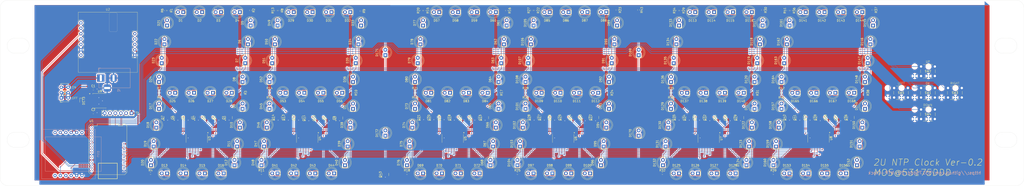
<source format=kicad_pcb>
(kicad_pcb (version 20240108) (generator "pcbnew") (generator_version "8.0")
  (layers (0 "F.Cu" signal) (31 "B.Cu" signal) (34 "B.Paste" user) (35 "F.Paste" user) (36 "B.SilkS" user "B.Silkscreen") (37 "F.SilkS" user "F.Silkscreen") (38 "B.Mask" user) (39 "F.Mask" user) (44 "Edge.Cuts" user))
  (net 0 "")
  (net 1 "+5V")
  (net 2 "/BOOT-G0")
  (net 3 "/OK")
  (net 4 "+3.3V")
  (net 5 "/UP")
  (net 6 "/RX-TX0")
  (net 7 "/TX-RX0")
  (net 8 "Net-(J2-Pin_4)")
  (net 9 "/CS")
  (net 10 "SDA")
  (net 11 "GND")
  (net 12 "/RESET")
  (net 13 "/MOSI")
  (net 14 "/RIGHT")
  (net 15 "SQ")
  (net 16 "/CLK")
  (net 17 "/DOWN")
  (net 18 "/LEFT")
  (net 19 "/DETECT")
  (net 20 "SCL")
  (net 21 "/MISO")
  (net 24 "Net-(D11-A)")
  (net 25 "Net-(D1-K)")
  (net 26 "Net-(D1-A)")
  (net 27 "Net-(D2-K)")
  (net 28 "Net-(D3-K)")
  (net 30 "Net-(D5-A)")
  (net 31 "Net-(D5-K)")
  (net 32 "Net-(D6-K)")
  (net 33 "Net-(D7-K)")
  (net 34 "Net-(D10-A)")
  (net 35 "Net-(D10-K)")
  (net 36 "Net-(D11-K)")
  (net 37 "Net-(D13-A)")
  (net 38 "Net-(D13-K)")
  (net 39 "Net-(D14-K)")
  (net 40 "Net-(D15-K)")
  (net 41 "Net-(D17-K)")
  (net 42 "Net-(D17-A)")
  (net 43 "Net-(D18-K)")
  (net 44 "Net-(D19-K)")
  (net 45 "Net-(D21-A)")
  (net 46 "Net-(D21-K)")
  (net 47 "Net-(D22-K)")
  (net 48 "Net-(D23-K)")
  (net 49 "Net-(D25-A)")
  (net 50 "Net-(D25-K)")
  (net 51 "Net-(D26-K)")
  (net 52 "Net-(D27-K)")
  (net 53 "Net-(D29-A)")
  (net 54 "Net-(D29-K)")
  (net 55 "Net-(D30-K)")
  (net 56 "Net-(D31-K)")
  (net 57 "Net-(D33-A)")
  (net 58 "Net-(D33-K)")
  (net 59 "Net-(D34-K)")
  (net 60 "Net-(D35-K)")
  (net 61 "Net-(D37-A)")
  (net 62 "Net-(D37-K)")
  (net 63 "Net-(D38-K)")
  (net 64 "Net-(D39-K)")
  (net 65 "Net-(D41-K)")
  (net 66 "Net-(D41-A)")
  (net 67 "Net-(D42-K)")
  (net 68 "Net-(D43-K)")
  (net 69 "Net-(D45-A)")
  (net 70 "Net-(D45-K)")
  (net 71 "Net-(D46-K)")
  (net 72 "Net-(D47-K)")
  (net 73 "Net-(D49-A)")
  (net 74 "Net-(D49-K)")
  (net 75 "Net-(D50-K)")
  (net 76 "Net-(D51-K)")
  (net 77 "Net-(D53-A)")
  (net 78 "Net-(D53-K)")
  (net 79 "Net-(D54-K)")
  (net 80 "Net-(D55-K)")
  (net 81 "Net-(D57-A)")
  (net 82 "Net-(D57-K)")
  (net 83 "Net-(D58-K)")
  (net 84 "Net-(D59-K)")
  (net 85 "Net-(D61-K)")
  (net 86 "Net-(D61-A)")
  (net 87 "Net-(D62-K)")
  (net 88 "Net-(D63-K)")
  (net 89 "Net-(D65-K)")
  (net 90 "Net-(D65-A)")
  (net 91 "Net-(D66-K)")
  (net 92 "Net-(D67-K)")
  (net 93 "Net-(D69-A)")
  (net 94 "Net-(D69-K)")
  (net 95 "Net-(D70-K)")
  (net 96 "Net-(D71-K)")
  (net 97 "Net-(D73-A)")
  (net 98 "Net-(D73-K)")
  (net 99 "Net-(D74-K)")
  (net 100 "Net-(D75-K)")
  (net 101 "Net-(D77-K)")
  (net 102 "Net-(D77-A)")
  (net 103 "Net-(D78-K)")
  (net 104 "Net-(D79-K)")
  (net 105 "Net-(D81-A)")
  (net 106 "Net-(D81-K)")
  (net 107 "Net-(D82-K)")
  (net 108 "Net-(D83-K)")
  (net 109 "Net-(D85-K)")
  (net 110 "Net-(D85-A)")
  (net 111 "Net-(D86-K)")
  (net 112 "Net-(D87-K)")
  (net 113 "Net-(D89-A)")
  (net 114 "Net-(D89-K)")
  (net 115 "Net-(D90-K)")
  (net 116 "Net-(D91-K)")
  (net 117 "Net-(D93-K)")
  (net 118 "Net-(D93-A)")
  (net 119 "Net-(D94-K)")
  (net 120 "Net-(D95-K)")
  (net 121 "Net-(D97-K)")
  (net 122 "Net-(D97-A)")
  (net 123 "Net-(D100-A)")
  (net 124 "Net-(D100-K)")
  (net 125 "Net-(D101-K)")
  (net 126 "Net-(D101-A)")
  (net 127 "Net-(D102-K)")
  (net 128 "Net-(D103-K)")
  (net 129 "Net-(D105-K)")
  (net 130 "Net-(D105-A)")
  (net 131 "Net-(D106-K)")
  (net 132 "Net-(D107-K)")
  (net 133 "Net-(D109-K)")
  (net 134 "Net-(D109-A)")
  (net 135 "Net-(D110-K)")
  (net 136 "Net-(D111-K)")
  (net 137 "Net-(D113-K)")
  (net 138 "Net-(D113-A)")
  (net 139 "Net-(D114-K)")
  (net 140 "Net-(D115-K)")
  (net 141 "Net-(D117-K)")
  (net 142 "Net-(D117-A)")
  (net 143 "Net-(D118-K)")
  (net 144 "Net-(D119-K)")
  (net 145 "Net-(D121-A)")
  (net 146 "Net-(D121-K)")
  (net 147 "Net-(D122-K)")
  (net 148 "Net-(D123-K)")
  (net 149 "Net-(D125-A)")
  (net 150 "Net-(D125-K)")
  (net 151 "Net-(D126-K)")
  (net 152 "Net-(D127-K)")
  (net 153 "Net-(D129-A)")
  (net 154 "Net-(D129-K)")
  (net 155 "Net-(D130-K)")
  (net 156 "Net-(D131-K)")
  (net 157 "Net-(D133-K)")
  (net 158 "Net-(D133-A)")
  (net 159 "Net-(D134-K)")
  (net 160 "Net-(D135-K)")
  (net 161 "Net-(D137-A)")
  (net 162 "Net-(D137-K)")
  (net 163 "Net-(D138-K)")
  (net 164 "Net-(D139-K)")
  (net 165 "Net-(D141-A)")
  (net 166 "Net-(D141-K)")
  (net 167 "Net-(D142-K)")
  (net 168 "Net-(D143-K)")
  (net 169 "Net-(D145-A)")
  (net 170 "Net-(D145-K)")
  (net 171 "Net-(D146-K)")
  (net 172 "Net-(D147-K)")
  (net 173 "Net-(D149-A)")
  (net 174 "Net-(D149-K)")
  (net 175 "Net-(D150-K)")
  (net 176 "Net-(D151-K)")
  (net 177 "Net-(D153-K)")
  (net 178 "Net-(D153-A)")
  (net 179 "Net-(D154-K)")
  (net 180 "Net-(D155-K)")
  (net 181 "Net-(D157-A)")
  (net 182 "Net-(D157-K)")
  (net 183 "Net-(D158-K)")
  (net 184 "Net-(D159-K)")
  (net 185 "Net-(D161-A)")
  (net 186 "Net-(D161-K)")
  (net 187 "Net-(D162-K)")
  (net 188 "Net-(D163-K)")
  (net 189 "Net-(D165-K)")
  (net 190 "Net-(D165-A)")
  (net 191 "Net-(D166-K)")
  (net 192 "Net-(D167-K)")
  (net 193 "Net-(D169-A)")
  (net 194 "Net-(D169-K)")
  (net 195 "Net-(D170-K)")
  (net 196 "Net-(D171-K)")
  (net 197 "Net-(Q1-G)")
  (net 198 "Net-(Q2-G)")
  (net 199 "Net-(Q3-G)")
  (net 200 "Net-(Q4-G)")
  (net 201 "Net-(Q5-G)")
  (net 202 "Net-(Q6-G)")
  (net 203 "Net-(Q7-G)")
  (net 204 "Net-(Q8-G)")
  (net 205 "Net-(Q9-G)")
  (net 206 "Net-(Q10-G)")
  (net 207 "Net-(Q11-G)")
  (net 208 "Net-(Q12-G)")
  (net 209 "Net-(Q13-G)")
  (net 210 "Net-(Q14-G)")
  (net 211 "Net-(Q15-G)")
  (net 212 "Net-(Q16-G)")
  (net 213 "Net-(Q17-G)")
  (net 214 "Net-(Q18-G)")
  (net 215 "Net-(Q19-G)")
  (net 216 "Net-(Q20-G)")
  (net 217 "Net-(Q21-G)")
  (net 218 "Net-(Q22-G)")
  (net 219 "Net-(Q23-G)")
  (net 220 "Net-(Q24-G)")
  (net 221 "Net-(Q25-G)")
  (net 222 "Net-(Q26-G)")
  (net 223 "Net-(Q27-G)")
  (net 224 "Net-(Q28-G)")
  (net 225 "Net-(Q29-G)")
  (net 226 "Net-(Q30-G)")
  (net 227 "Net-(Q31-G)")
  (net 228 "Net-(Q32-G)")
  (net 229 "Net-(Q33-G)")
  (net 230 "Net-(Q34-G)")
  (net 231 "Net-(Q35-G)")
  (net 232 "Net-(Q36-G)")
  (net 233 "Net-(Q37-G)")
  (net 234 "Net-(Q38-G)")
  (net 235 "Net-(Q39-G)")
  (net 236 "Net-(Q40-G)")
  (net 237 "Net-(Q41-G)")
  (net 238 "Net-(Q42-G)")
  (net 239 "Net-(Q43-G)")
  (net 240 "/SRCLR")
  (net 241 "/SRCLK")
  (net 242 "/SER")
  (net 243 "/OE")
  (net 244 "/RCLK")
  (net 245 "Net-(U3-QH')")
  (net 248 "Net-(U4-QH')")
  (net 250 "Net-(U5-QH')")
  (net 252 "Net-(U6-QH')")
  (net 253 "Net-(U7-QH')")
  (net 257 "+12V")
  (net 258 "Net-(J1-Pad1)")
  (footprint "LED_THT:LED_D5.0mm" (layer "F.Cu") (at 387.35 203.2 180)
    (property "Reference" "D137")
    (property "Value" "LED")
  )
  (footprint "LED_THT:LED_D5.0mm" (layer "F.Cu") (at 198.12 203.2 180)
    (property "Reference" "D53")
    (property "Value" "LED")
  )
  (footprint "LED_THT:LED_D5.0mm" (layer "F.Cu") (at 151.13 241.3 180)
    (property "Reference" "D14")
    (property "Value" "LED")
  )
  (footprint "Package_TO_SOT_SMD:SOT-23" (layer "F.Cu") (at 450.088 214.884 90)
    (property "Reference" "Q39")
    (property "Value" "BSS138")
  )
  (footprint "LED_THT:LED_D5.0mm" (layer "F.Cu") (at 439.42 203.2 180)
    (property "Reference" "D165")
    (property "Value" "LED")
  )
  (footprint "LED_THT:LED_D5.0mm" (layer "F.Cu") (at 350.52 198.12 90)
    (property "Reference" "D92")
    (property "Value" "LED")
  )
  (footprint "Package_TO_SOT_SMD:SOT-23" (layer "F.Cu") (at 199.39 214.884 90)
    (property "Reference" "Q13")
    (property "Value" "BSS138")
  )
  (footprint "LED_THT:LED_D5.0mm" (layer "F.Cu") (at 457.2 203.2 180)
    (property "Reference" "D167")
    (property "Value" "LED")
  )
  (footprint "LED_THT:LED_D5.0mm" (layer "F.Cu") (at 262.89 171.45 90)
    (property "Reference" "D77")
    (property "Value" "LED")
  )
  (footprint "LED_THT:LED_D5.0mm" (layer "F.Cu") (at 226.06 237.49 90)
    (property "Reference" "D40")
    (property "Value" "LED")
  )
  (footprint "Package_TO_SOT_SMD:SOT-23" (layer "F.Cu") (at 209.042 215.138 90)
    (property "Reference" "Q11")
    (property "Value" "BSS138")
  )
  (footprint "LED_THT:LED_D5.0mm" (layer "F.Cu") (at 318.77 203.2 180)
    (property "Reference" "D109")
    (property "Value" "LED")
  )
  (footprint "LED_THT:LED_D5.0mm" (layer "F.Cu") (at 435.61 171.455 90)
    (property "Reference" "D161")
    (property "Value" "LED")
  )
  (footprint "Package_TO_SOT_SMD:SOT-23" (layer "F.Cu") (at 393.192 214.9625 90)
    (property "Reference" "Q33")
    (property "Value" "BSS138")
  )
  (footprint "LED_THT:LED_D5.0mm" (layer "F.Cu") (at 191.77 189.23 90)
    (property "Reference" "D51")
    (property "Value" "LED")
  )
  (footprint "Package_SO:SOIC-16_3.9x9.9mm_P1.27mm" (layer "F.Cu") (at 449.295641 224.704322 -90)
    (property "Reference" "U8")
    (property "Value" "74HC595")
  )
  (footprint "LED_THT:LED_D5.0mm" (layer "F.Cu") (at 314.96 241.3 180)
    (property "Reference" "D97")
    (property "Value" "LED")
  )
  (footprint "LED_THT:LED_D5.0mm" (layer "F.Cu") (at 345.44 203.2 180)
    (property "Reference" "D112")
    (property "Value" "LED")
  )
  (footprint "LED_THT:LED_D5.0mm" (layer "F.Cu") (at 311.15 198.12 90)
    (property "Reference" "D108")
    (property "Value" "LED")
  )
  (footprint "Resistor_SMD:R_0603_1608Metric" (layer "F.Cu") (at 229.87 203.2 -90)
    (property "Reference" "R10")
    (property "Value" "10")
  )
  (footprint "LED_THT:LED_D5.0mm" (layer "F.Cu") (at 299.72 189.23 90)
    (property "Reference" "D63")
    (property "Value" "LED")
  )
  (footprint "LED_THT:LED_D5.0mm" (layer "F.Cu") (at 220.98 241.3 180)
    (property "Reference" "D44")
    (property "Value" "LED")
  )
  (footprint "LED_THT:LED_D5.0mm" (layer "F.Cu") (at 462.28 241.3 180)
    (property "Reference" "D156")
    (property "Value" "LED")
  )
  (footprint "LED_THT:LED_D5.0mm" (layer "F.Cu") (at 375.92 237.49 90)
    (property "Reference" "D132")
    (property "Value" "LED")
  )
  (footprint "LED_THT:LED_D5.0mm" (layer "F.Cu") (at 364.49 223.525 90)
    (property "Reference" "D170")
    (property "Value" "LED")
  )
  (footprint "Package_TO_SOT_SMD:SOT-23" (layer "F.Cu") (at 459.74 214.884 90)
    (property "Reference" "Q37")
    (property "Value" "BSS138")
  )
  (footprint "LED_THT:LED_D5.0mm" (layer "F.Cu") (at 396.24 203.2 180)
    (property "Reference" "D138")
    (property "Value" "LED")
  )
  (footprint "LED_THT:LED_D5.0mm" (layer "F.Cu") (at 346.71 237.49 90)
    (property "Reference" "D96")
    (property "Value" "LED")
  )
  (footprint "Package_TO_SOT_SMD:SOT-23" (layer "F.Cu") (at 383.54 214.884 90)
    (property "Reference" "Q35")
    (property "Value" "BSS138")
  )
  (footprint "LED_THT:LED_D5.0mm" (layer "F.Cu") (at 262.89 241.3 180)
    (property "Reference" "D69")
    (property "Value" "LED")
  )
  (footprint "LED_THT:LED_D5.0mm" (layer "F.Cu") (at 401.32 241.3 180)
    (property "Reference" "D127")
    (property "Value" "LED")
  )
  (footprint "LED_THT:LED_D5.0mm" (layer "F.Cu") (at 260.35 189.23 90)
    (property "Reference" "D79")
    (property "Value" "LED")
  )
  (footprint "LED_THT:LED_D5.0mm" (layer "F.Cu") (at 313.69 180.34 90)
    (property "Reference" "D106")
    (property "Value" "LED")
  )
  (footprint "LED_THT:LED_D5.0mm" (layer "F.Cu") (at 347.98 228.6 90)
    (property "Reference" "D95")
    (property "Value" "LED")
  )
  (footprint "LED_THT:LED_D5.0mm" (layer "F.Cu") (at 146.05 203.2 180)
    (property "Reference" "D25")
    (property "Value" "LED")
  )
  (footprint "LED_THT:LED_D5.0mm" (layer "F.Cu") (at 140.97 180.34 90)
    (property "Reference" "D22")
    (property "Value" "LED")
  )
  (footprint "LED_THT:LED_D5.0mm" (layer "F.Cu") (at 419.1 210.82 90)
    (property "Reference" "D121")
    (property "Value" "LED")
  )
  (footprint "LED_THT:LED_D5.0mm" (layer "F.Cu") (at 466.09 203.2 180)
    (property "Reference" "D168")
    (property "Value" "LED")
  )
  (footprint "LED_THT:LED_D5.0mm" (layer "F.Cu") (at 349.25 165.1 180)
    (property "Reference" "D88")
    (property "Value" "LED")
  )
  (footprint "Package_TO_SOT_SMD:SOT-23" (layer "F.Cu") (at 156.972 214.9625 90)
    (property "Reference" "Q4")
    (property "Value" "BSS138")
  )
  (footprint "LED_THT:LED_D5.0mm" (layer "F.Cu") (at 187.96 228.6 90)
    (property "Reference" "D47")
    (property "Value" "LED")
  )
  (footprint "Resistor_SMD:R_0603_1608Metric" (layer "F.Cu") (at 350.52 203.2 -90)
    (property "Reference" "R24")
    (property "Value" "10")
  )
  (footprint "LED_THT:LED_D5.0mm" (layer "F.Cu") (at 189.23 219.71 90)
    (property "Reference" "D46")
    (property "Value" "LED")
  )
  (footprint "Resistor_SMD:R_0603_1608Metric" (layer "F.Cu") (at 263.652 164.338 -90)
    (property "Reference" "R15")
    (property "Value" "10")
  )
  (footprint "Button_Switch_THT:SW_PUSH_6mm" (layer "F.Cu") (at 484.886 200.95)
    (property "Reference" "SW5")
    (property "Value" "SW_Push")
  )
  (footprint "LED_THT:LED_D5.0mm" (layer "F.Cu") (at 383.54 171.45 90)
    (property "Reference" "D133")
    (property "Value" "LED")
  )
  (footprint "LED_THT:LED_D5.0mm" (layer "F.Cu") (at 340.36 165.1 180)
    (property "Reference" "D87")
    (property "Value" "LED")
  )
  (footprint "LED_THT:LED_D5.0mm" (layer "F.Cu") (at 417.83 219.71 90)
    (property "Reference" "D122")
    (property "Value" "LED")
  )
  (footprint "Resistor_SMD:R_0603_1608Metric" (layer "F.Cu") (at 138.43 202.438)
    (property "Reference" "R7")
    (property "Value" "10")
  )
  (footprint "Package_TO_SOT_SMD:SOT-23" (layer "F.Cu") (at 223.52 215.138 90)
    (property "Reference" "Q8")
    (property "Value" "BSS138")
  )
  (footprint "Package_TO_SOT_SMD:SOT-23" (layer "F.Cu") (at 268.036 214.9625 90)
    (property "Reference" "Q20")
    (property "Value" "BSS138")
  )
  (footprint "LED_THT:LED_D5.0mm" (layer "F.Cu") (at 194.31 241.3 180)
    (property "Reference" "D41")
    (property "Value" "LED")
  )
  (footprint "Resistor_SMD:R_0603_1608Metric" (layer "F.Cu") (at 298.45 203.2 -90)
    (property "Reference" "R17")
    (property "Value" "10")
  )
  (footprint "LED_THT:LED_D5.0mm" (layer "F.Cu") (at 175.26 228.6 90)
    (property "Reference" "D11")
    (property "Value" "LED")
  )
  (footprint "LED_THT:LED_D5.0mm" (layer "F.Cu") (at 383.54 241.3 180)
    (property "Reference" "D125")
    (property "Value" "LED")
  )
  (footprint "Package_TO_SOT_SMD:SOT-23" (layer "F.Cu") (at 272.862 214.9625 90)
    (property "Reference" "Q19")
    (property "Value" "BSS138")
  )
  (footprint "Resistor_SMD:R_0603_1608Metric" (layer "F.Cu") (at 436.372 164.338 -90)
    (property "Reference" "R36")
    (property "Value" "10")
  )
  (footprint "LED_THT:LED_D5.0mm" (layer "F.Cu") (at 229.87 210.82 90)
    (property "Reference" "D37")
    (property "Value" "LED")
  )
  (footprint "LED_THT:LED_D5.0mm" (layer "F.Cu") (at 377.19 228.6 90)
    (property "Reference" "D131")
    (property "Value" "LED")
  )
  (footprint "Resistor_SMD:R_0603_1608Metric" (layer "F.Cu") (at 384.302 164.338 -90)
    (property "Reference" "R29")
    (property "Value" "10")
  )
  (footprint "Package_SO:SOIC-16_3.9x9.9mm_P1.27mm" (layer "F.Cu") (at 208.28 224.79 -90)
    (property "Reference" "U4")
    (property "Value" "74HC595")
  )
  (footprint "LED_THT:LED_D5.0mm" (layer "F.Cu") (at 190.5 198.12 90)
    (property "Reference" "D52")
    (property "Value" "LED")
  )
  (footprint "LED_THT:LED_D5.0mm" (layer "F.Cu") (at 302.26 171.45 90)
    (property "Reference" "D61")
    (property "Value" "LED")
  )
  (footprint "Package_TO_SOT_SMD:SOT-23" (layer "F.Cu") (at 454.914 214.884 90)
    (property "Reference" "Q38")
    (property "Value" "BSS138")
  )
  (footprint "Package_SO:SOIC-16_3.9x9.9mm_P1.27mm" (layer "F.Cu") (at 156.21 224.79 -90)
    (property "Reference" "U3")
    (property "Value" "74HC595")
  )
  (footprint "LED_THT:LED_D5.0mm" (layer "F.Cu") (at 295.91 228.6 90)
    (property "Reference" "D67")
    (property "Value" "LED")
  )
  (footprint "LED_THT:LED_D5.0mm" (layer "F.Cu") (at 181.61 171.45 90)
    (property "Reference" "D5")
    (property "Value" "LED")
  )
  (footprint "LED_THT:LED_D5.0mm" (layer "F.Cu") (at 312.42 189.23 90)
    (property "Reference" "D107")
    (property "Value" "LED")
  )
  (footprint "LED_THT:LED_D5.0mm" (layer "F.Cu") (at 168.91 241.3 180)
    (property "Reference" "D16")
    (property "Value" "LED")
  )
  (footprint "Resistor_SMD:R_0603_1608Metric" (layer "F.Cu") (at 431.8 203.962)
    (property "Reference" "R40")
    (property "Value" "10")
  )
  (footprint "LED_THT:LED_D5.0mm" (layer "F.Cu") (at 270.51 165.1 180)
    (property "Reference" "D57")
    (property "Value" "LED")
  )
  (footprint "LED_THT:LED_D5.0mm" (layer "F.Cu") (at 468.63 228.6 90)
    (property "Reference" "D151")
    (property "Value" "LED")
  )
  (footprint "Resistor_SMD:R_0603_1608Metric" (layer "F.Cu") (at 141.351 164.338 -90)
    (property "Reference" "R6")
    (property "Value" "10")
  )
  (footprint "Button_Switch_THT:SW_PUSH_6mm" (layer "F.Cu") (at 497.586 200.95)
    (property "Reference" "SW1")
    (property "Value" "SW_Push")
  )
  (footprint "LED_THT:LED_D5.0mm" (layer "F.Cu") (at 298.45 198.12 90)
    (property "Reference" "D64")
    (property "Value" "LED")
  )
  (footprint "LED_THT:LED_D5.0mm" (layer "F.Cu") (at 471.17 198.12 90)
    (property "Reference" "D148")
    (property "Value" "LED")
  )
  (footprint "LED_THT:LED_D5.0mm" (layer "F.Cu") (at 474.98 171.45 90)
    (property "Reference" "D145")
    (property "Value" "LED")
  )
  (footprint "LED_THT:LED_D5.0mm" (layer "F.Cu") (at 307.34 237.49 90)
    (property "Reference" "D104")
    (property "Value" "LED")
  )
  (footprint "Package_TO_SOT_SMD:SOT-23" (layer "F.Cu") (at 412.496 214.9625 90)
    (property "Reference" "Q29")
    (property "Value" "BSS138")
  )
  (footprint "LED_THT:LED_D5.0mm" (layer "F.Cu") (at 176.53 219.71 90)
    (property "Reference" "D10")
    (property "Value" "LED")
  )
  (footprint "LED_THT:LED_D5.0mm" (layer "F.Cu") (at 228.6 219.71 90)
    (property "Reference" "D38")
    (property "Value" "LED")
  )
  (footprint "LED_THT:LED_D5.0mm" (layer "F.Cu") (at 288.29 165.1 180)
    (property "Reference" "D59")
    (property "Value" "LED")
  )
  (footprint "LED_THT:LED_D5.0mm" (layer "F.Cu") (at 186.69 237.49 90)
    (property "Reference" "D48")
    (property "Value" "LED")
  )
  (footprint "LED_THT:LED_D5.0mm" (layer "F.Cu") (at 410.21 241.3 180)
    (property "Reference" "D128")
    (property "Value" "LED")
  )
  (footprint "Package_TO_SOT_SMD:SOT-23" (layer "F.Cu") (at 339.344 214.884 90)
    (property "Reference" "Q23")
    (property "Value" "BSS138")
  )
  (footprint "LED_THT:LED_D5.0mm" (layer "F.Cu") (at 314.96 171.45 90)
    (property "Reference" "D105")
    (property "Value" "LED")
  )
  (footprint "LED_THT:LED_D5.0mm" (layer "F.Cu") (at 444.5 241.3 180)
    (property "Reference" "D154")
    (property "Value" "LED")
  )
  (footprint "Package_TO_SOT_SMD:SOT-23" (layer "F.Cu") (at 194.564 214.884 90)
    (property "Reference" "Q14")
    (property "Value" "BSS138")
  )
  (footprint "Resistor_SMD:R_0603_1608Metric" (layer "F.Cu") (at 474.98 164.084 -90)
    (property "Reference" "R37")
    (property "Value" "10")
  )
  (footprint "Resistor_SMD:R_0603_1608Metric" (layer "F.Cu") (at 431.8 202.438)
    (property "Reference" "R42")
    (property "Value" "10")
  )
  (footprint "LED_THT:LED_D5.0mm" (layer "F.Cu") (at 400.05 165.1 180)
    (property "Reference" "D114")
    (property "Value" "LED")
  )
  (footprint "LED_THT:LED_D5.0mm" (layer "F.Cu") (at 177.8 198.12 90)
    (property "Reference" "D8")
    (property "Value" "LED")
  )
  (footprint "Package_TO_SOT_SMD:SOT-23" (layer "F.Cu") (at 263.21 214.9625 90)
    (property "Reference" "Q21")
    (property "Value" "BSS138")
  )
  (footprint "Package_TO_SOT_SMD:SOT-23" (layer "F.Cu") (at 282.581 214.9625 90)
    (property "Reference" "Q17")
    (property "Value" "BSS138")
  )
  (footprint "Resistor_SMD:R_0603_1608Metric" (layer "F.Cu") (at 195.072 164.338 -90)
    (property "Reference" "R8")
    (property "Value" "10")
  )
  (footprint "LED_THT:LED_D5.0mm" (layer "F.Cu") (at 336.55 203.2 180)
    (property "Reference" "D111")
    (property "Value" "LED")
  )
  (footprint "Package_TO_SOT_SMD:SOT-23" (layer "F.Cu") (at 245.11 241.808 90)
    (property "Reference" "Q43")
    (property "Value" "BSS138")
  )
  (footprint "LED_THT:LED_D5.0mm" (layer "F.Cu") (at 224.79 203.2 180)
    (property "Reference" "D56")
    (property "Value" "LED")
  )
  (footprint "LED_THT:LED_D5.0mm" (layer "F.Cu") (at 331.47 165.1 180)
    (property "Reference" "D86")
    (property "Value" "LED")
  )
  (footprint "LED_THT:LED_D5.0mm" (layer "F.Cu") (at 469.9 165.1 180)
    (property "Reference" "D144")
    (property "Value" "LED")
  )
  (footprint "LED_THT:LED_D5.0mm" (layer "F.Cu") (at 275.59 203.2 180)
    (property "Reference" "D82")
    (property "Value" "LED")
  )
  (footprint "Package_TO_SOT_SMD:SOT-23" (layer "F.Cu") (at 152.146 214.9625 90)
    (property "Reference" "Q5")
    (property "Value" "BSS138")
  )
  (footprint "Resistor_SMD:R_0603_1608Metric" (layer "F.Cu") (at 379.73 202.438)
    (property "Reference" "R35")
    (property "Value" "10")
  )
  (footprint "TinyRTC:TinyRTC_Battery_Side_Up" (layer "F.Cu") (at 114.3 177.8)
    (property "Reference" "U2")
    (property "Value" "~")
  )
  (footprint "LED_THT:LED_D5.0mm" (layer "F.Cu") (at 453.39 241.3 180)
    (property "Reference" "D155")
    (property "Value" "LED")
  )
  (footprint "Package_TO_SOT_SMD:SOT-23" (layer "F.Cu") (at 147.32 214.9625 90)
    (property "Reference" "Q6")
    (property "Value" "BSS138")
  )
  (footprint "LED_THT:LED_D5.0mm" (layer "F.Cu") (at 142.24 241.3 180)
    (property "Reference" "D13")
    (property "Value" "LED")
  )
  (footprint "LED_THT:LED_D5.0mm" (layer "F.Cu") (at 351.79 189.23 90)
    (property "Reference" "D91")
    (property "Value" "LED")
  )
  (footprint "LED_THT:LED_D5.0mm" (layer "F.Cu") (at 469.9 219.71 90)
    (property "Reference" "D150")
    (property "Value" "LED")
  )
  (footprint "Package_TO_SOT_SMD:SOT-23" (layer "F.Cu") (at 320.04 214.884 90)
    (property "Reference" "Q27")
    (property "Value" "BSS138")
  )
  (footprint "LED_THT:LED_D5.0mm" (layer "F.Cu") (at 427.99 237.49 90)
    (property "Reference" "D160")
    (property "Value" "LED")
  )
  (footprint "LED_THT:LED_D5.0mm" (layer "F.Cu") (at 271.78 241.3 180)
    (property "Reference" "D70")
    (property "Value" "LED")
  )
  (footprint "LED_THT:LED_D5.0mm" (layer "F.Cu") (at 280.67 241.3 180)
    (property "Reference" "D71")
    (property "Value" "LED")
  )
  (footprint "Resistor_SMD:R_0603_1608Metric" (layer "F.Cu") (at 142.875 164.338 -90)
    (property "Reference" "R1")
    (property "Value" "10")
  )
  (footprint "Button_Switch_THT:SW_PUSH_6mm" (layer "F.Cu") (at 497.586 190.79)
    (property "Reference" "SW2")
    (property "Value" "SW_Push")
  )
  (footprint "LED_THT:LED_D5.0mm" (layer "F.Cu") (at 472.44 189.23 90)
    (property "Reference" "D147")
    (property "Value" "LED")
  )
  (footprint "Package_SO:SOIC-16_3.9x9.9mm_P1.27mm" (layer "F.Cu") (at 276.86 224.79 -90)
    (property "Reference" "U5")
    (property "Value" "74HC595")
  )
  (footprint "Resistor_SMD:R_0603_1608Metric" (layer "F.Cu") (at 193.548 164.338 -90)
    (property "Reference" "R13")
    (property "Value" "10")
  )
  (footprint "Resistor_SMD:R_0603_1608Metric" (layer "F.Cu") (at 419.1 203.2 -90)
    (property "Reference" "R31")
    (property "Value" "10")
  )
  (footprint "LED_THT:LED_D5.0mm" (layer "F.Cu") (at 179.07 189.23 90)
    (property "Reference" "D7")
    (property "Value" "LED")
  )
  (footprint "Package_TO_SOT_SMD:SOT-23" (layer "F.Cu") (at 329.692 214.884 90)
    (property "Reference" "Q25")
    (property "Value" "BSS138")
  )
  (footprint "LED_THT:LED_D5.0mm" (layer "F.Cu") (at 309.88 219.71 90)
    (property "Reference" "D102")
    (property "Value" "LED")
  )
  (footprint "LED_THT:LED_D5.0mm" (layer "F.Cu") (at 354.33 171.45 90)
    (property "Reference" "D89")
    (property "Value" "LED")
  )
  (footprint "LED_THT:LED_D5.0mm" (layer "F.Cu") (at 134.62 237.49 90)
    (property "Reference" "D20")
    (property "Value" "LED")
  )
  (footprint "LED_THT:LED_D5.0mm" (layer "F.Cu") (at 378.46 219.71 90)
    (property "Reference" "D130")
    (property "Value" "LED")
  )
  (footprint "LED_THT:LED_D5.0mm" (layer "F.Cu") (at 332.74 241.3 180)
    (property "Reference" "D99")
    (property "Value" "LED")
  )
  (footprint "Package_TO_SOT_SMD:SOT-23" (layer "F.Cu") (at 204.216 214.884 90)
    (property "Reference" "Q12")
    (property "Value" "BSS138")
  )
  (footprint "LED_THT:LED_D5.0mm" (layer "F.Cu") (at 452.12 165.1 180)
    (property "Reference" "D142")
    (property "Value" "LED")
  )
  (footprint "LED_THT:LED_D5.0mm" (layer "F.Cu") (at 353.06 180.34 90)
    (property "Reference" "D90")
    (property "Value" "LED")
  )
  (footprint "Resistor_SMD:R_0603_1608Metric" (layer "F.Cu") (at 307.34 241.3)
    (property "Reference" "R25")
    (property "Value" "10")
  )
  (footprint "LED_THT:LED_D5.0mm" (layer "F.Cu") (at 172.72 203.2 180)
    (property "Reference" "D28")
    (property "Value" "LED")
  )
  (footprint "LED_THT:LED_D5.0mm" (layer "F.Cu") (at 323.85 241.3 180)
    (property "Reference" "D98")
    (property "Value" "LED")
  )
  (footprint "Resistor_SMD:R_0603_1608Metric" (layer "F.Cu") (at 427.99 241.3)
    (property "Reference" "R39")
    (property "Value" "10")
  )
  (footprint "LED_THT:LED_D5.0mm" (layer "F.Cu") (at 154.94 203.2 180)
    (property "Reference" "D26")
    (property "Value" "LED")
  )
  (footprint "LED_THT:LED_D5.0mm" (layer "F.Cu") (at 139.7 189.23 90)
    (property "Reference" "D23")
    (property "Value" "LED")
  )
  (footprint "LED_THT:LED_D5.0mm" (layer "F.Cu") (at 391.16 165.1 180)
    (property "Reference" "D113")
    (property "Value" "LED")
  )
  (footprint "LED_THT:LED_D5.0mm" (layer "F.Cu") (at 160.02 241.3 180)
    (property "Reference" "D15")
    (property "Value" "LED")
  )
  (footprint "Resistor_SMD:R_0603_1608Metric" (layer "F.Cu") (at 422.91 164.084 -90)
    (property "Reference" "R30")
    (property "Value" "10")
  )
  (footprint "LED_THT:LED_D5.0mm" (layer "F.Cu") (at 138.43 210.82 90)
    (property "Reference" "D17")
    (property "Value" "LED")
  )
  (footprint "LED_THT:LED_D5.0mm" (layer "F.Cu") (at 422.91 171.45 90)
    (property "Reference" "D117")
    (property "Value" "LED")
  )
  (footprint "Package_SO:SOIC-16_3.9x9.9mm_P1.27mm" (layer "F.Cu") (at 397.51 224.79 -90)
    (property "Reference" "U7")
    (property "Value" "74HC595")
  )
  (footprint "Resistor_SMD:R_0603_1608Metric" (layer "F.Cu") (at 190.5 203.962)
    (property "Reference" "R12")
    (property "Value" "10")
  )
  (footprint "Package_TO_SOT_SMD:TO-252-2" (layer "F.Cu") (at 110.5 207.01)
    (property "Reference" "U9")
    (property "Value" "L7805")
  )
  (footprint "Capacitor_SMD:C_0603_1608Metric" (layer "F.Cu") (at 107.429 212.598)
    (property "Reference" "C2")
    (property "Value" "0.1u")
  )
  (footprint "Package_TO_SOT_SMD:SOT-23" (layer "F.Cu") (at 315.214 214.884 90)
    (property "Reference" "Q28")
    (property "Value" "BSS138")
  )
  (footprint "LED_THT:LED_D5.0mm" (layer "F.Cu") (at 190.5 210.82 90)
    (property "Reference" "D45")
    (property "Value" "LED")
  )
  (footprint "Button_Switch_THT:SW_PUSH_6mm" (layer "F.Cu") (at 510.286 200.95)
    (property "Reference" "SW3")
    (property "Value" "SW_Push")
  )
  (footprint "LED_THT:LED_D5.0mm" (layer "F.Cu") (at 417.83 165.1 180)
    (property "Reference" "D116")
    (property "Value" "LED")
  )
  (footprint "Resistor_SMD:R_0603_1608Metric" (layer "F.Cu") (at 311.15 203.962)
    (property "Reference" "R26")
    (property "Value" "10")
  )
  (footprint "LED_THT:LED_D5.0mm" (layer "F.Cu") (at 233.68 171.45 90)
    (property "Reference" "D33")
    (property "Value" "LED")
  )
  (footprint "LED_THT:LED_D5.0mm" (layer "F.Cu") (at 293.37 203.2 180)
    (property "Reference" "D84")
    (property "Value" "LED")
  )
  (footprint "Package_TO_SOT_SMD:SOT-23" (layer "F.Cu") (at 277.688 214.9625 90)
    (property "Reference" "Q18")
    (property "Value" "BSS138")
  )
  (footprint "LED_THT:LED_D5.0mm" (layer "F.Cu") (at 467.36 237.49 90)
    (property "Reference" "D152")
    (property "Value" "LED")
  )
  (footprint "LED_THT:LED_D5.0mm" (layer "F.Cu") (at 379.73 210.82 90)
    (property "Reference" "D129")
    (property "Value" "LED")
  )
  (footprint "Resistor_SMD:R_0603_1608Metric" (layer "F.Cu") (at 315.722 164.275 -90)
    (property "Reference" "R22")
    (property "Value" "10")
  )
  (footprint "Package_TO_SOT_SMD:SOT-23" (layer "F.Cu") (at 171.45 214.9625 90)
    (property "Reference" "Q1")
    (property "Value" "BSS138")
  )
  (footprint "Resistor_SMD:R_0603_1608Metric" (layer "F.Cu") (at 364.49 164.084 -90)
    (property "Reference" "R43")
    (property "Value" "10")
  )
  (footprint "Resistor_SMD:R_0603_1608Metric" (layer "F.Cu") (at 314.198 164.275 -90)
    (property "Reference" "R27")
    (property "Value" "10")
  )
  (footprint "LED_THT:LED_D5.0mm" (layer "F.Cu") (at 433.07 189.23 90)
    (property "Reference" "D163")
    (property "Value" "LED")
  )
  (footprint "LED_THT:LED_D5.0mm" (layer "F.Cu") (at 206.93 203.2 180)
    (property "Reference" "D54")
    (property "Value" "LED")
  )
  (footprint "LED_THT:LED_D5.0mm" (layer "F.Cu") (at 429.26 228.6 90)
    (property "Reference" "D159")
    (property "Value" "LED")
  )
  (footprint "Package_TO_SOT_SMD:SOT-23" (layer "F.Cu") (at 464.566 214.884 90)
    (property "Reference" "Q36")
    (property "Value" "BSS138")
  )
  (footprint "LED_THT:LED_D5.0mm" (layer "F.Cu") (at 173.99 237.49 90)
    (property "Reference" "D12")
    (property "Value" "LED")
  )
  (footprint "LED_THT:LED_D5.0mm" (layer "F.Cu") (at 414.02 203.2 180)
    (property "Reference" "D140")
    (property "Value" "LED")
  )
  (footprint "LED_THT:LED_D5.0mm" (layer "F.Cu") (at 176.53 165.1 180)
    (property "Reference" "D4")
    (property "Value" "LED")
  )
  (footprint "Resistor_SMD:R_0603_1608Metric" (layer "F.Cu") (at 181.61 164.275 -90)
    (property "Reference" "R2")
    (property "Value" "10")
  )
  (footprint "LED_THT:LED_D5.0mm" (layer "F.Cu") (at 300.99 180.34 90)
    (property "Reference" "D62")
    (property "Value" "LED")
  )
  (footprint "Resistor_SMD:R_0603_1608Metric" (layer "F.Cu") (at 311.15 202.438)
    (property "Reference" "R28")
    (property "Value" "10")
  )
  (footprint "Resistor_SMD:R_0603_1608Metric" (layer "F.Cu") (at 434.848 164.338 -90)
    (property "Reference" "R41")
    (property "Value" "10")
  )
  (footprint "LED_THT:LED_D5.0mm" (layer "F.Cu") (at 232.41 180.34 90)
    (property "Reference" "D34")
    (property "Value" "LED")
  )
  (footprint "LED_THT:LED_D5.0mm" (layer "F.Cu") (at 137.16 219.71 90)
    (property "Reference" "D18")
    (property "Value" "LED")
  )
  (footprint "LED_THT:LED_D5.0mm" (layer "F.Cu") (at 311.15 210.82 90)
    (property "Reference" "D101")
    (property "Value" "LED")
  )
  (footprint "Package_TO_SOT_SMD:SOT-23" (layer "F.Cu") (at 166.624 214.9625 90)
    (property "Reference" "Q2")
    (property "Value" "BSS138")
  )
  (footprint "Package_TO_SOT_SMD:SOT-23" (layer "F.Cu") (at 445.262 214.884 90)
    (property "Reference" "Q40")
    (property "Value" "BSS138")
  )
  (footprint "LED_THT:LED_D5.0mm" (layer "F.Cu") (at 266.7 203.2 180)
    (property "Reference" "D81")
    (property "Value" "LED")
  )
  (footprint "Resistor_SMD:R_0603_1608Metric" (layer "F.Cu") (at 177.8 203.2 -90)
    (property "Reference" "R3")
    (property "Value" "10")
  )
  (footprint "LED_THT:LED_D5.0mm" (layer "F.Cu") (at 158.75 165.1 180)
    (property "Reference" "D2")
    (property "Value" "LED")
  )
  (footprint "LED_THT:LED_D5.0mm" (layer "F.Cu") (at 415.29 237.49 90)
    (property "Reference" "D124")
    (property "Value" "LED")
  )
  (footprint "LED_THT:LED_D5.0mm" (layer "F.Cu") (at 431.8 198.12 90)
    (property "Reference" "D164")
    (property "Value" "LED")
  )
  (footprint "LED_THT:LED_D5.0mm" (layer "F.Cu") (at 215.9 203.2 180)
    (property "Reference" "D55")
    (property "Value" "LED")
  )
  (footprint "LED_THT:LED_D5.0mm" (layer "F.Cu") (at 228.6 165.1 180)
    (property "Reference" "D32")
    (property "Value" "LED")
  )
  (footprint "Package_TO_SOT_SMD:SOT-23" (layer "F.Cu") (at 440.436 214.884 90)
    (property "Reference" "Q41")
    (property "Value" "BSS138")
  )
  (footprint "Capacitor_SMD:C_0603_1608Metric" (layer "F.Cu") (at 107.442 201.422)
    (property "Reference" "C1")
    (property "Value" "0.22u")
  )
  (footprint "LED_THT:LED_D5.0mm" (layer "F.Cu") (at 229.87 198.12 90)
    (property "Reference" "D36")
    (property "Value" "LED")
  )
  (footprint "LED_THT:LED_D5.0mm" (layer "F.Cu") (at 416.56 228.6 90)
    (property "Reference" "D123")
    (property "Value" "LED")
  )
  (footprint "Resistor_SMD:R_0603_1608Metric" (layer "F.Cu") (at 259.08 202.438)
    (property "Reference" "R21")
    (property "Value" "10")
  )
  (footprint "Package_TO_SOT_SMD:SOT-23" (layer "F.Cu") (at 292.166 214.9625 90)
    (property "Reference" "Q15")
    (property "Value" "BSS138")
  )
  (footprint "Button_Switch_THT:SW_PUSH_6mm" (layer "F.Cu") (at 497.586 211.11)
    (property "Reference" "SW4")
    (property "Value" "SW_Push")
  )
  (footprint "LED_THT:LED_D5.0mm" (layer "F.Cu") (at 350.52 210.82 90)
    (property "Reference" "D93")
    (property "Value" "LED")
  )
  (footprint "Package_TO_SOT_SMD:SOT-23" (layer "F.Cu") (at 388.366 214.9625 90)
    (property "Reference" "Q34")
    (property "Value" "BSS138")
  )
  (footprint "LED_THT:LED_D5.0mm" (layer "F.Cu") (at 194.31 171.45 90)
    (property "Reference" "D49")
    (property "Value" "LED")
  )
  (footprint "LED_THT:LED_D5.0mm" (layer "F.Cu") (at 259.08 210.82 90)
    (property "Reference" "D73")
    (property "Value" "LED")
  )
  (footprint "LED_THT:LED_D5.0mm" (layer "F.Cu") (at 420.37 189.23 90)
    (property "Reference" "D119")
    (property "Value" "LED")
  )
  (footprint "LED_THT:LED_D5.0mm" (layer "F.Cu") (at 341.63 241.3 180)
    (property "Reference" "D100")
    (property "Value" "LED")
  )
  (footprint "LED_THT:LED_D5.0mm" (layer "F.Cu") (at 430.53 219.71 90)
    (property "Reference" "D158")
    (property "Value" "LED")
  )
  (footprint "LED_THT:LED_D5.0mm" (layer "F.Cu") (at 297.18 219.71 90)
    (property "Reference" "D66")
    (property "Value" "LED")
  )
  (footprint "Button_Switch_THT:SW_E-Switch_EG1271_SPDT" (layer "F.Cu") (at 92.38 205.6075 90)
    (property "Reference" "SW6")
    (property "Value" "SW_Slide_DPDT")
  )
  (footprint "LED_THT:LED_D5.0mm" (layer "F.Cu") (at 201.93 165.1 180)
    (property "Reference" "D29")
    (property "Value" "LED")
  )
  (footprint "LED_THT:LED_D5.0mm" (layer "F.Cu") (at 471.17 210.82 90)
    (property "Reference" "D149")
    (property "Value" "LED")
  )
  (footprint "LED_THT:LED_D5.0mm" (layer "F.Cu") (at 142.24 171.45 90)
    (property "Reference" "D21")
    (property "Value" "LED")
  )
  (footprint "LED_THT:LED_D5.0mm" (layer "F.Cu") (at 231.14 189.23 90)
    (property "Reference" "D35")
    (property "Value" "LED")
  )
  (footprint "Package_TO_SOT_SMD:SOT-23" (layer "F.Cu") (at 287.34 214.9625 90)
    (property "Reference" "Q16")
    (property "Value" "BSS138")
  )
  (footprint "Resistor_SMD:R_0603_1608Metric" (layer "F.Cu") (at 379.73 203.962)
    (property "Reference" "R33")
    (property "Value" "10")
  )
  (footprint "LED_THT:LED_D5.0mm" (layer "F.Cu") (at 448.31 203.2 180)
    (property "Reference" "D166")
    (property "Value" "LED")
  )
  (footprint "LED_THT:LED_D5.0mm" (layer "F.Cu") (at 203.2 241.3 180)
    (property "Reference" "D42")
    (property "Value" "LED")
  )
  (footprint "LED_THT:LED_D5.0mm" (layer "F.Cu") (at 279.4 165.1 180)
    (property "Reference" "D58")
    (property "Value" "LED")
  )
  (footprint "LED_THT:LED_D5.0mm" (layer "F.Cu") (at 227.33 228.6 90)
    (property "Reference" "D39")
    (property "Value" "LED")
  )
  (footprint "Package_TO_SOT_SMD:SOT-23" (layer "F.Cu") (at 213.868 215.138 90)
    (property "Reference" "Q10")
    (property "Value" "BSS138")
  )
  (footprint "Package_TO_SOT_SMD:SOT-23" (layer "F.Cu") (at 161.798 214.9625 90)
    (property "Reference" "Q3")
    (property "Value" "BSS138")
  )
  (footprint "LED_THT:LED_D5.0mm" (layer "F.Cu") (at 180.34 180.34 90)
    (property "Reference" "D6")
    (property "Value" "LED")
  )
  (footprint "Package_TO_SOT_SMD:SOT-23" (layer "F.Cu") (at 402.844 214.9625 90)
    (property "Reference" "Q31")
    (property "Value" "BSS138")
  )
  (footprint "Resistor_SMD:R_0603_1608Metric" (layer "F.Cu") (at 302.26 164.338 -90)
    (property "Reference" "R16")
    (property "Value" "10")
  )
  (footprint "Package_TO_SOT_SMD:SOT-23" (layer "F.Cu") (at 435.61 214.884 90)
    (property "Reference" "Q42")
    (property "Value" "BSS138")
  )
  (footprint "LED_THT:LED_D5.0mm" (layer "F.Cu") (at 308.61 228.6 90)
    (property "Reference" "D103")
    (property "Value" "LED")
  )
  (footprint "Connector_PinSocket_2.54mm:PinSocket_1x06_P2.54mm_Vertical" (layer "F.Cu") (at 125.476 212.852 -90)
    (property "Reference" "J2")
    (property "Value" "Conn_01x06_Socket")
  )
  (footprint "Resistor_SMD:R_0603_1608Metric" (layer "F.Cu") (at 255.27 241.3)
    (property "Reference" "R18")
    (property "Value" "10")
  )
  (footprint "Package_TO_SOT_SMD:SOT-23" (layer "F.Cu") (at 324.866 214.884 90)
    (property "Reference" "Q26")
    (property "Value" "BSS138")
  )
  (footprint "LED_THT:LED_D5.0mm" (layer "F.Cu") (at 443.23 165.1 180)
    (property "Reference" "D141")
    (property "Value" "LED")
  )
  (footprint "LED_THT:LED_D5.0mm" (layer "F.Cu") (at 473.71 180.34 90)
    (property "Reference" "D146")
    (property "Value" "LED")
  )
  (footprint "LED_THT:LED_D5.0mm" (layer "F.Cu") (at 431.8 210.82 90)
    (property "Reference" "D157")
    (property "Value" "LED")
  )
  (footprint "LED_THT:LED_D5.0mm" (layer "F.Cu") (at 289.56 241.3 180)
    (property "Reference" "D72")
    (property "Value" "LED")
  )
  (footprint "LED_THT:LED_D5.0mm" (layer "F.Cu") (at 245.11 185.42 90)
    (property "Reference" "D171")
    (property "Value" "LED")
  )
  (footprint "Diode_SMD:D_SOD-523" (layer "F.Cu") (at 101.6 207.01 -90)
    (property "Reference" "D173")
    (property "Value" "D")
  )
  (footprint "LED_THT:LED_D5.0mm" (layer "F.Cu") (at 461.01 165.1 180)
    (property "Reference" "D143")
    (property "Value" "LED")
  )
  (footprint "LED_THT:LED_D5.0mm" (layer "F.Cu") (at 284.48 203.2 180)
    (property "Reference" "D83")
    (property "Value" "LED")
  )
  (footprint "Package_TO_SOT_SMD:SOT-23" (layer "F.Cu") (at 398.018 214.9625 90)
    (property "Reference" "Q32")
    (property "Value" "BSS138")
  )
  (footprint "LED_THT:LED_D5.0mm" (layer "F.Cu") (at 210.82 165.1 180)
    (property "Reference" "D30")
    (property "Value" "LED")
  )
  (footprint "LED_THT:LED_D5.0mm" (layer "F.Cu") (at 193.04 180.34 90)
    (property "Reference" "D50")
    (property "Value" "LED")
  )
  (footprint "LED_THT:LED_D5.0mm" (layer "F.Cu") (at 381 189.23 90)
    (property "Reference" "D135")
    (property "Value" "LED")
  )
  (footprint "LED_THT:LED_D5.0mm" (layer "F.Cu") (at 382.27 180.34 90)
    (property "Reference" "D134")
    (property "Value" "LED")
  )
  (footprint "Resistor_SMD:R_0603_1608Metric" (layer "F.Cu") (at 259.08 203.962)
    (property "Reference" "R19")
    (property "Value" "10")
  )
  (footprint "LED_THT:LED_D5.0mm" (layer "F.Cu") (at 408.94 165.1 180)
    (property "Reference" "D115")
    (property "Value" "LED")
  )
  (footprint "Package_TO_SOT_SMD:SOT-23" (layer "F.Cu") (at 334.518 214.884 90)
    (property "Reference" "Q24")
    (property "Value" "BSS138")
  )
  (footprint "LED_THT:LED_D5.0mm" (layer "F.Cu") (at 294.64 237.49 90)
    (property "Reference" "D68")
    (property "Value" "LED")
  )
  (footprint "LED_THT:LED_D5.0mm" (layer "F.Cu") (at 257.81 219.71 90)
    (property "Reference" "D74")
    (property "Value" "LED")
  )
  (footprint "LED_THT:LED_D5.0mm" (layer "F.Cu") (at 135.89 228.6 90)
    (property "Reference" "D19")
    (property "Value" "LED")
  )
  (footprint "LED_THT:LED_D5.0mm" (layer "F.Cu") (at 256.54 228.6 90)
    (property "Reference" "D75")
    (property "Value" "LED")
  )
  (footprint "LED_THT:LED_D5.0mm" (layer "F.Cu") (at 434.34 180.34 90)
    (property "Reference" "D162")
    (property "Value" "LED")
  )
  (footprint "Resistor_SMD:R_0603_1608Metric" (layer "F.Cu") (at 375.666 241.3)
    (property "Reference" "R32")
    (property "Value" "10")
  )
  (footprint "LED_THT:LED_D5.0mm" (layer "F.Cu") (at 297.18 165.1 180)
    (property "Reference" "D60")
    (property "Value" "LED")
  )
  (footprint "Resistor_SMD:R_0603_1608Metric" (layer "F.Cu") (at 233.68 164.592 -90)
    (property "Reference" "R9")
    (property "Value" "10")
  )
  (footprint "Package_TO_SOT_SMD:SOT-23" (layer "F.Cu") (at 344.17 214.884 90)
    (property "Reference" "Q22")
    (property "Value" "BSS138")
  )
  (footprint "Resistor_SMD:R_0603_1608Metric" (layer "F.Cu") (at 186.69 241.3)
    (property "Reference" "R11")
    (property "Value" "10")
  )
  (footprint "LED_THT:LED_D5.0mm" (layer "F.Cu") (at 327.66 203.2 180)
    (property "Reference" "D110")
    (property "Value" "LED")
  )
  (footprint "LED_THT:LED_D5.0mm" (layer "F.Cu") (at 379.73 198.12 90)
    (property "Reference" "D136")
    (property "Value" "LED")
  )
  (footprint "Package_SO:SOIC-16_3.9x9.9mm_P1.27mm" (layer "F.Cu") (at 328.93 224.79 -90)
    (property "Reference" "U6")
    (property "Value" "74HC595")
  )
  (footprint "LED_THT:LED_D5.0mm" (layer "F.Cu") (at 364.49 185.425 90)
    (property "Reference" "D169")
    (property "Value" "LED")
  )
  (footprint "LED_THT:LED_D5.0mm" (layer "F.Cu") (at 163.83 203.2 180)
    (property "Reference" "D27")
    (property "Value" "LED")
  )
  (footprint "Resistor_SMD:R_0603_1608Metric" (layer "F.Cu") (at 471.17 203.2 -90)
    (property "Reference" "R38")
    (property "Value" "10")
  )
  (footprint "LED_THT:LED_D5.0mm" (layer "F.Cu") (at 322.58 165.1 180)
    (property "Reference" "D85")
    (property "Value" "LED")
  )
  (footprint "Resistor_SMD:R_0603_1608Metric" (layer "F.Cu") (at 138.43 203.962)
    (property "Reference" "R5")
    (property "Value" "10")
  )
  (footprint "Resistor_SMD:R_0603_1608Metric" (layer "F.Cu") (at 262.128 164.338 -90)
    (property "Reference" "R20")
    (property "Value" "10")
  )
  (footprint "LED_THT:LED_D5.0mm" (layer "F.Cu") (at 349.25 219.71 90)
    (property "Reference" "D94")
    (property "Value" "LED")
  )
  (footprint "LED_THT:LED_D5.0mm" (layer "F.Cu") (at 255.27 237.49 90)
    (property "Reference" "D76")
    (property "Value" "LED")
  )
  (footprint "LED_THT:LED_D5.0mm" (layer "F.Cu") (at 405.13 203.2 180)
    (property "Reference" "D139")
    (property "Value" "LED")
  )
  (footprint "Resistor_SMD:R_0603_1608Metric" (layer "F.Cu") (at 382.778 164.338 -90)
    (property "Reference" "R34")
    (property "Value" "10")
  )
  (footprint "LED_THT:LED_D5.0mm" (layer "F.Cu") (at 259.08 198.12 90)
    (property "Reference" "D80")
    (property "Value" "LED")
  )
  (footprint "Resistor_SMD:R_0603_1608Metric" (layer "F.Cu") (at 354.33 164.084 -90)
    (property "Reference" "R23")
    (property "Value" "10")
  )
  (footprint "Package_TO_SOT_SMD:SOT-23" (layer "F.Cu") (at 407.67 214.9625 90)
    (property "Reference" "Q30")
    (property "Value" "BSS138")
  )
  (footprint "Resistor_SMD:R_0603_1608Metric" (layer "F.Cu") (at 190.5 202.438)
    (property "Reference" "R14")
    (property "Value" "10")
  )
  (footprint "LED_THT:LED_D5.0mm" (layer "F.Cu") (at 298.45 210.82 90)
    (property "Reference" "D65")
    (property "Value" "LED")
  )
  (footprint "LED_THT:LED_D5.0mm" (layer "F.Cu") (at 138.43 198.12 90)
    (property "Reference" "D24")
    (property "Value" "LED")
  )
  (footprint "Resistor_SMD:R_0603_1608Metric" (layer "F.Cu") (at 134.43 241.3)
    (property "Reference" "R4")
    (property "Value" "10")
  )
  (footprint "LED_THT:LED_D5.0mm" (layer "F.Cu") (at 419.1 198.12 90)
    (property "Reference" "D120")
    (property "Value" "LED")
  )
  (footprint "LED_THT:LED_D5.0mm" (layer "F.Cu") (at 421.64 180.34 90)
    (property "Reference" "D118")
    (property "Value" "LED")
  )
  (footprint "LED_THT:LED_D5.0mm" (layer "F.Cu") (at 245.11 223.52 90)
    (property "Reference" "D172")
    (property "Value" "LED")
  )
  (footprint "stamp:STAMP-S3-DIP" (layer "F.Cu") (at 114.3 229.869998)
    (property "Reference" "U1")
    (property "Value" "~" (hide yes))
  )
  (footprint "LED_THT:LED_D5.0mm" (layer "F.Cu") (at 219.71 165.1 180)
    (property "Reference" "D31")
    (property "Value" "LED")
  )
  (footprint "Package_TO_SOT_SMD:SOT-23" (layer "F.Cu") (at 142.494 214.9625 90)
    (property "Reference" "Q7")
    (property "Value" "BSS138")
  )
  (footprint "LED_THT:LED_D5.0mm" (layer "F.Cu") (at 177.8 210.82 90)
    (property "Reference" "D9")
    (property "Value" "LED")
  )
  (footprint "Package_TO_SOT_SMD:SOT-23" (layer "F.Cu") (at 218.694 215.138 90)
    (property "Reference" "Q9")
    (property "Value" "BSS138")
  )
  (footprint "LED_THT:LED_D5.0mm" (layer "F.Cu") (at 167.64 165.1 180)
    (property "Reference" "D3")
    (property "Value" "LED")
  )
  (footprint "LED_THT:LED_D5.0mm" (layer "F.Cu") (at 212.09 241.3 180)
    (property "Reference" "D43")
    (property "Value" "LED")
  )
  (footprint "LED_THT:LED_D5.0mm" (layer "F.Cu") (at 392.43 241.3 180)
    (property "Reference" "D126")
    (property "Value" "LED")
  )
  (footprint "LED_THT:LED_D5.0mm" (layer "F.Cu") (at 261.62 180.34 90)
    (property "Reference" "D78")
    (property "Value" "LED")
  )
  (footprint "LED_THT:LED_D5.0mm" (layer "F.Cu") (at 435.61 241.3 180)
    (property "Reference" "D153")
    (property "Value" "LED")
  )
  (footprint "LED_THT:LED_D5.0mm" (layer "F.Cu") (at 149.86 165.1 180)
    (property "Reference" "D1")
    (property "Value" "LED")
  )
  (footprint "eth:WIZ850io" (layer "B.Cu") (at 94.488 232.156 90)
    (property "Reference" "U10")
    (property "Value" "~")
  )
  (footprint "Connector_BarrelJack:BarrelJack_Horizontal" (layer "B.Cu") (at 111 196.25 180)
    (property "Reference" "J1")
    (property "Value" "Barrel_Jack_Switch")
  )
  (gr_arc (start 546.1 243.332) (mid 544.984077 246.026078) (end 542.29 247.142) (stroke (width 0.05)) (layer "Edge.Cuts"))
  (gr_line (start 114.935 166.116) (end 114.935 173.609) (stroke (width 0.05)) (layer "Edge.Cuts"))
  (gr_arc (start 118.745 173.609) (mid 118.521815 174.147815) (end 117.983 174.371) (stroke (width 0.05)) (layer "Edge.Cuts"))
  (gr_line (start 67.310001 159.384999) (end 542.29 159.385) (stroke (width 0.05)) (layer "Edge.Cuts"))
  (gr_arc (start 539.242 177.418999) (mid 542.798001 180.975) (end 539.242 184.530999) (stroke (width 0.05)) (layer "Edge.Cuts"))
  (gr_line (start 73.66 228.980999) (end 70.358 228.980999) (stroke (width 0.05)) (layer "Edge.Cuts"))
  (gr_arc (start 535.94 228.980999) (mid 532.384001 225.425) (end 535.94 221.868999) (stroke (width 0.05)) (layer "Edge.Cuts"))
  (gr_line (start 63.500001 243.332001) (end 63.500001 163.194999) (stroke (width 0.05)) (layer "Edge.Cuts"))
  (gr_arc (start 73.66 221.868999) (mid 77.216001 225.425) (end 73.66 228.980999) (stroke (width 0.05)) (layer "Edge.Cuts"))
  (gr_arc (start 539.242 221.868999) (mid 542.798001 225.425) (end 539.242 228.980999) (stroke (width 0.05)) (layer "Edge.Cuts"))
  (gr_line (start 539.242 228.980999) (end 535.94 228.980999) (stroke (width 0.05)) (layer "Edge.Cuts"))
  (gr_arc (start 535.94 184.530999) (mid 532.384001 180.975) (end 535.94 177.418999) (stroke (width 0.05)) (layer "Edge.Cuts"))
  (gr_line (start 118.745 173.609) (end 118.745 166.116) (stroke (width 0.05)) (layer "Edge.Cuts"))
  (gr_arc (start 67.310001 247.142001) (mid 64.615925 246.026078) (end 63.500001 243.332001) (stroke (width 0.05)) (layer "Edge.Cuts"))
  (gr_line (start 542.29 247.142) (end 67.310001 247.142001) (stroke (width 0.05)) (layer "Edge.Cuts"))
  (gr_arc (start 70.358 228.980999) (mid 66.802001 225.425) (end 70.358 221.868999) (stroke (width 0.05)) (layer "Edge.Cuts"))
  (gr_line (start 546.1 163.322) (end 546.1 243.332) (stroke (width 0.05)) (layer "Edge.Cuts"))
  (gr_arc (start 115.697 174.371) (mid 115.158185 174.147815) (end 114.935 173.609) (stroke (width 0.05)) (layer "Edge.Cuts"))
  (gr_line (start 115.697 174.371) (end 117.983 174.371) (stroke (width 0.05)) (layer "Edge.Cuts"))
  (gr_line (start 539.242 184.530999) (end 535.94 184.530999) (stroke (width 0.05)) (layer "Edge.Cuts"))
  (gr_line (start 73.66 184.530999) (end 70.358 184.530999) (stroke (width 0.05)) (layer "Edge.Cuts"))
  (gr_line (start 115.697 165.354) (end 117.983 165.354) (stroke (width 0.05)) (layer "Edge.Cuts"))
  (gr_line (start 70.358 221.868999) (end 73.66 221.868999) (stroke (width 0.05)) (layer "Edge.Cuts"))
  (gr_arc (start 63.500001 163.194999) (mid 64.615925 160.500923) (end 67.310001 159.384999) (stroke (width 0.05)) (layer "Edge.Cuts"))
  (gr_arc (start 117.983 165.354) (mid 118.521815 165.577185) (end 118.745 166.116) (stroke (width 0.05)) (layer "Edge.Cuts"))
  (gr_arc (start 542.29 159.385) (mid 544.984077 160.500923) (end 546.1 163.195) (stroke (width 0.05)) (layer "Edge.Cuts"))
  (gr_arc (start 114.935 166.116) (mid 115.158185 165.577185) (end 115.697 165.354) (stroke (width 0.05)) (layer "Edge.Cuts"))
  (gr_arc (start 73.66 177.418999) (mid 77.216001 180.975) (end 73.66 184.530999) (stroke (width 0.05)) (layer "Edge.Cuts"))
  (gr_line (start 535.94 221.868999) (end 539.242 221.868999) (stroke (width 0.05)) (layer "Edge.Cuts"))
  (gr_line (start 70.358 177.418999) (end 73.66 177.418999) (stroke (width 0.05)) (layer "Edge.Cuts"))
  (gr_arc (start 70.358 184.530999) (mid 66.802001 180.975) (end 70.358 177.418999) (stroke (width 0.05)) (layer "Edge.Cuts"))
  (gr_line (start 535.94 177.418999) (end 539.242 177.418999) (stroke (width 0.05)) (layer "Edge.Cuts"))
  (gr_text "https://github.com/53175ddd/2U-NTP-Clock" (at 526.034 241.046 0) (layer "B.SilkS") (effects (font (size 1.5 1.5) (thickness 0.2)) (justify left mirror)))
  (gr_text "OFF" (at 97.282 205.74 0) (layer "F.SilkS") (effects (font (size 1 1) (thickness 0.1)) (justify left)))
  (gr_text "2U NTP Clock Ver-0.2\nMOS@53175DDD" (at 474.98 238.506 0) (layer "F.SilkS") (effects (font (size 3 3) (thickness 0.2) (italic yes)) (justify left)))
  (gr_text "LEFT" (at 488.246 198.75 0) (layer "F.SilkS") (effects (font (size 1 1) (thickness 0.1))))
  (gr_text "DOWN" (at 500.746 209 0) (layer "F.SilkS") (effects (font (size 1 1) (thickness 0.1))))
  (gr_text "UP" (at 500.746 188.5 0) (layer "F.SilkS") (effects (font (size 1 1) (thickness 0.1))))
  (gr_text "ON" (at 97.282 200.66 0) (layer "F.SilkS") (effects (font (size 1 1) (thickness 0.1)) (justify left)))
  (gr_text "OK" (at 500.746 198.75 0) (layer "F.SilkS") (effects (font (size 1 1) (thickness 0.1))))
  (gr_text "RIGHT" (at 513.496 198.75 0) (layer "F.SilkS") (effects (font (size 1 1) (thickness 0.1))))
  (segment (start 298.45 202.375) (end 298.45 201.676) (width 0.2) (layer "F.Cu") (net 1))
  (segment (start 419.1 202.375) (end 419.1 201.676) (width 0.2) (layer "F.Cu") (net 1))
  (segment (start 419.1 201.676) (end 419.608 201.168) (width 0.2) (layer "F.Cu") (net 1))
  (segment (start 229.87 201.676) (end 230.378 201.168) (width 0.2) (layer "F.Cu") (net 1))
  (segment (start 350.52 201.676) (end 351.028 201.168) (width 0.2) (layer "F.Cu") (net 1))
  (segment (start 177.8 201.676) (end 178.308 201.168) (width 0.2) (layer "F.Cu") (net 1))
  (segment (start 105.46 209.29) (end 105.41 209.34) (width 0.2) (layer "F.Cu") (net 1))
  (segment (start 298.45 201.676) (end 298.958 201.168) (width 0.2) (layer "F.Cu") (net 1))
  (segment (start 350.52 202.375) (end 350.52 201.676) (width 0.2) (layer "F.Cu") (net 1))
  (segment (start 471.17 202.375) (end 471.17 201.676) (width 0.2) (layer "F.Cu") (net 1))
  (segment (start 229.87 202.375) (end 229.87 201.676) (width 0.2) (layer "F.Cu") (net 1))
  (segment (start 471.17 201.676) (end 471.678 201.168) (width 0.2) (layer "F.Cu") (net 1))
  (segment (start 177.8 202.375) (end 177.8 201.676) (width 0.2) (layer "F.Cu") (net 1))
  (segment (start 120.904002 237.490002) (end 121.92 237.490002) (width 0.2) (layer "F.Cu") (net 2))
  (segment (start 115.316 212.852) (end 115.316 231.902) (width 0.2) (layer "F.Cu") (net 2))
  (segment (start 115.316 231.902) (end 120.904002 237.490002) (width 0.2) (layer "F.Cu") (net 2))
  (segment (start 227.584 184.658) (end 229.87 184.658) (width 0.2) (layer "F.Cu") (net 3))
  (segment (start 416.814 184.658) (end 419.1 184.658) (width 0.2) (layer "F.Cu") (net 3))
  (segment (start 348.234 184.658) (end 350.52 184.658) (width 0.2) (layer "F.Cu") (net 3))
  (segment (start 468.884 184.658) (end 471.17 184.658) (width 0.2) (layer "F.Cu") (net 3))
  (segment (start 177.8 184.658) (end 175.514 184.658) (width 0.2) (layer "F.Cu") (net 3))
  (segment (start 296.164 184.658) (end 298.45 184.658) (width 0.2) (layer "F.Cu") (net 3))
  (via (at 229.616 184.658) (size 0.6) (drill 0.3) (layers "F.Cu" "B.Cu") (net 3))
  (via (at 227.584 184.658) (size 0.6) (drill 0.3) (layers "F.Cu" "B.Cu") (net 3))
  (via (at 298.196 184.658) (size 0.6) (drill 0.3) (layers "F.Cu" "B.Cu") (net 3))
  (via (at 296.164 184.658) (size 0.6) (drill 0.3) (layers "F.Cu" "B.Cu") (net 3))
  (via (at 350.266 184.658) (size 0.6) (drill 0.3) (layers "F.Cu" "B.Cu") (net 3))
  (via (at 348.234 184.658) (size 0.6) (drill 0.3) (layers "F.Cu" "B.Cu") (net 3))
  (via (at 468.884 184.658) (size 0.6) (drill 0.3) (layers "F.Cu" "B.Cu") (net 3))
  (via (at 175.514 184.658) (size 0.6) (drill 0.3) (layers "F.Cu" "B.Cu") (net 3))
  (via (at 418.846 184.658) (size 0.6) (drill 0.3) (layers "F.Cu" "B.Cu") (net 3))
  (via (at 177.546 184.658) (size 0.6) (drill 0.3) (layers "F.Cu" "B.Cu") (net 3))
  (via (at 470.916 184.658) (size 0.6) (drill 0.3) (layers "F.Cu" "B.Cu") (net 3))
  (via (at 416.814 184.658) (size 0.6) (drill 0.3) (layers "F.Cu" "B.Cu") (net 3))
  (segment (start 239.268 184.658) (end 229.87 184.658) (width 0.2) (layer "B.Cu") (net 3))
  (segment (start 106.68 222.25) (end 105.918 222.25) (width 0.2) (layer "B.Cu") (net 3))
  (segment (start 362.204 181.102) (end 358.648 184.658) (width 0.2) (layer "B.Cu") (net 3))
  (segment (start 127.508 216.916) (end 130.81 213.614) (width 0.2) (layer "B.Cu") (net 3))
  (segment (start 105.918 222.25) (end 104.902 221.234) (width 0.2) (layer "B.Cu") (net 3))
  (segment (start 479.806 184.658) (end 496.098 200.95) (width 0.2) (layer "B.Cu") (net 3))
  (segment (start 348.234 184.658) (end 298.45 184.658) (width 0.2) (layer "B.Cu") (net 3))
  (segment (start 250.952 184.658) (end 247.396 181.102) (width 0.2) (layer "B.Cu") (net 3))
  (segment (start 130.81 213.614) (end 130.81 190.246) (width 0.2) (layer "B.Cu") (net 3))
  (segment (start 242.824 181.102) (end 239.268 184.658) (width 0.2) (layer "B.Cu") (net 3))
  (segment (start 416.814 184.658) (end 370.332 184.658) (width 0.2) (layer "B.Cu") (net 3))
  (segment (start 366.776 181.102) (end 362.204 181.102) (width 0.2) (layer "B.Cu") (net 3))
  (segment (start 130.81 190.246) (end 136.398 184.658) (width 0.2) (layer "B.Cu") (net 3))
  (segment (start 136.398 184.658) (end 175.514 184.658) (width 0.2) (layer "B.Cu") (net 3))
  (segment (start 296.164 184.658) (end 250.952 184.658) (width 0.2) (layer "B.Cu") (net 3))
  (segment (start 477.722 184.658) (end 494.014 200.95) (width 0.2) (layer "B.Cu") (net 3))
  (segment (start 471.17 184.658) (end 477.722 184.658) (width 0.2) (layer "B.Cu") (net 3))
  (segment (start 494.014 200.95) (end 497.586 200.95) (width 0.2) (layer "B.Cu") (net 3))
  (segment (start 227.584 184.658) (end 177.8 184.658) (width 0.2) (layer "B.Cu") (net 3))
  (segment (start 247.396 181.102) (end 242.824 181.102) (width 0.2) (layer "B.Cu") (net 3))
  (segment (start 104.902 221.234) (end 104.902 218.636314) (width 0.2) (layer "B.Cu") (net 3))
  (segment (start 496.098 200.95) (end 499.67 200.95) (width 0.2) (layer "B.Cu") (net 3))
  (segment (start 370.332 184.658) (end 366.776 181.102) (width 0.2) (layer "B.Cu") (net 3))
  (segment (start 358.648 184.658) (end 350.52 184.658) (width 0.2) (layer "B.Cu") (net 3))
  (segment (start 468.884 184.658) (end 419.1 184.658) (width 0.2) (layer "B.Cu") (net 3))
  (segment (start 106.622314 216.916) (end 127.508 216.916) (width 0.2) (layer "B.Cu") (net 3))
  (segment (start 104.902 218.636314) (end 106.622314 216.916) (width 0.2) (layer "B.Cu") (net 3))
  (segment (start 125.221998 227.330002) (end 121.92 227.330002) (width 0.508) (layer "F.Cu") (net 4))
  (segment (start 128.524 212.852) (end 128.524 224.028) (width 0.508) (layer "F.Cu") (net 4))
  (segment (start 97.028 221.996) (end 98.298 220.726) (width 0.508) (layer "F.Cu") (net 4))
  (segment (start 125.476 211.074) (end 128.524 211.074) (width 0.508) (layer "F.Cu") (net 4))
  (segment (start 98.298 219.964) (end 103.886 214.376) (width 0.508) (layer "F.Cu") (net 4))
  (segment (start 98.298 220.726) (end 99.568 221.996) (width 0.508) (layer "F.Cu") (net 4))
  (segment (start 127 182.88) (end 128.524 184.404) (width 0.508) (layer "F.Cu") (net 4))
  (segment (start 125.476 212.852) (end 125.476 211.074) (width 0.508) (layer "F.Cu") (net 4))
  (segment (start 125.476 212.852) (end 128.524 212.852) (width 0.508) (layer "F.Cu") (net 4))
  (segment (start 128.524 224.028) (end 125.221998 227.330002) (width 0.508) (layer "F.Cu") (net 4))
  (segment (start 128.524 184.404) (end 128.524 211.074) (width 0.508) (layer "F.Cu") (net 4))
  (segment (start 103.886 214.376) (end 109.474 214.376) (width 0.508) (layer "F.Cu") (net 4))
  (segment (start 110.49 212.09) (end 111.506 211.074) (width 0.508) (layer "F.Cu") (net 4))
  (segment (start 111.506 211.074) (end 125.476 211.074) (width 0.508) (layer "F.Cu") (net 4))
  (segment (start 109.474 214.376) (end 110.49 213.36) (width 0.508) (layer "F.Cu") (net 4))
  (segment (start 128.524 211.074) (end 128.524 212.852) (width 0.508) (layer "F.Cu") (net 4))
  (segment (start 110.49 213.36) (end 110.49 212.09) (width 0.508) (layer "F.Cu") (net 4))
  (segment (start 98.298 220.726) (end 98.298 219.964) (width 0.508) (layer "F.Cu") (net 4))
  (segment (start 227.584 182.626) (end 229.87 182.626) (width 0.2) (layer "F.Cu") (net 5))
  (segment (start 348.234 182.626) (end 350.52 182.626) (width 0.2) (layer "F.Cu") (net 5))
  (segment (start 468.884 182.626) (end 471.17 182.626) (width 0.2) (layer "F.Cu") (net 5))
  (segment (start 416.814 182.626) (end 419.1 182.626) (width 0.2) (layer "F.Cu") (net 5))
  (segment (start 177.8 182.626) (end 175.514 182.626) (width 0.2) (layer "F.Cu") (net 5))
  (segment (start 296.164 182.626) (end 298.45 182.626) (width 0.2) (layer "F.Cu") (net 5))
  (via (at 177.546 182.626) (size 0.6) (drill 0.3) (layers "F.Cu" "B.Cu") (net 5))
  (via (at 416.814 182.626) (size 0.6) (drill 0.3) (layers "F.Cu" "B.Cu") (net 5))
  (via (at 468.884 182.626) (size 0.6) (drill 0.3) (layers "F.Cu" "B.Cu") (net 5))
  (via (at 175.514 182.626) (size 0.6) (drill 0.3) (layers "F.Cu" "B.Cu") (net 5))
  (via (at 350.266 182.626) (size 0.6) (drill 0.3) (layers "F.Cu" "B.Cu") (net 5))
  (via (at 227.584 182.626) (size 0.6) (drill 0.3) (layers "F.Cu" "B.Cu") (net 5))
  (via (at 470.916 182.626) (size 0.6) (drill 0.3) (layers "F.Cu" "B.Cu") (net 5))
  (via (at 418.846 182.626) (size 0.6) (drill 0.3) (layers "F.Cu" "B.Cu") (net 5))
  (via (at 348.234 182.626) (size 0.6) (drill 0.3) (layers "F.Cu" "B.Cu") (net 5))
  (via (at 296.164 182.626) (size 0.6) (drill 0.3) (layers "F.Cu" "B.Cu") (net 5))
  (via (at 229.616 182.626) (size 0.6) (drill 0.3) (layers "F.Cu" "B.Cu") (net 5))
  (via (at 298.196 182.626) (size 0.6) (drill 0.3) (layers "F.Cu" "B.Cu") (net 5))
  (segment (start 471.17 182.626) (end 476.96 182.626) (width 0.2) (layer "B.Cu") (net 5))
  (segment (start 104.102 218.166314) (end 104.102 222.974) (width 0.2) (layer "B.Cu") (net 5))
  (segment (start 348.234 182.626) (end 298.45 182.626) (width 0.2) (layer "B.Cu") (net 5))
  (segment (start 105.917998 224.789998) (end 106.68 224.789998) (width 0.2) (layer "B.Cu") (net 5))
  (segment (start 358.648 182.626) (end 350.52 182.626) (width 0.2) (layer "B.Cu") (net 5))
  (segment (start 367.792 180.086) (end 361.188 180.086) (width 0.2) (layer "B.Cu") (net 5))
  (segment (start 129.794 213.106) (end 127 215.9) (width 0.2) (layer "B.Cu") (net 5))
  (segment (start 239.268 182.626) (end 229.87 182.626) (width 0.2) (layer "B.Cu") (net 5))
  (segment (start 106.368314 215.9) (end 104.102 218.166314) (width 0.2) (layer "B.Cu") (net 5))
  (segment (start 248.412 180.086) (end 241.808 180.086) (width 0.2) (layer "B.Cu") (net 5))
  (segment (start 485.124 190.79) (end 497.586 190.79) (width 0.2) (layer "B.Cu") (net 5))
  (segment (start 296.164 182.626) (end 250.952 182.626) (width 0.2) (layer "B.Cu") (net 5))
  (segment (start 136.906 182.626) (end 129.794 189.738) (width 0.2) (layer "B.Cu") (net 5))
  (segment (start 104.102 222.974) (end 105.917998 224.789998) (width 0.2) (layer "B.Cu") (net 5))
  (segment (start 127 215.9) (end 106.368314 215.9) (width 0.2) (layer "B.Cu") (net 5))
  (segment (start 250.952 182.626) (end 248.412 180.086) (width 0.2) (layer "B.Cu") (net 5))
  (segment (start 129.794 189.738) (end 129.794 213.106) (width 0.2) (layer "B.Cu") (net 5))
  (segment (start 175.514 182.626) (end 136.906 182.626) (width 0.2) (layer "B.Cu") (net 5))
  (segment (start 487.208 190.79) (end 499.67 190.79) (width 0.2) (layer "B.Cu") (net 5))
  (segment (start 468.884 182.626) (end 419.1 182.626) (width 0.2) (layer "B.Cu") (net 5))
  (segment (start 361.188 180.086) (end 358.648 182.626) (width 0.2) (layer "B.Cu") (net 5))
  (segment (start 476.96 182.626) (end 485.124 190.79) (width 0.2) (layer "B.Cu") (net 5))
  (segment (start 416.814 182.626) (end 370.332 182.626) (width 0.2) (layer "B.Cu") (net 5))
  (segment (start 227.584 182.626) (end 177.8 182.626) (width 0.2) (layer "B.Cu") (net 5))
  (segment (start 370.332 182.626) (end 367.792 180.086) (width 0.2) (layer "B.Cu") (net 5))
  (segment (start 241.808 180.086) (end 239.268 182.626) (width 0.2) (layer "B.Cu") (net 5))
  (segment (start 120.904 214.884) (end 120.904 228.854002) (width 0.2) (layer "F.Cu") (net 6))
  (segment (start 120.904 228.854002) (end 121.92 229.870002) (width 0.2) (layer "F.Cu") (net 6))
  (segment (start 122.936 212.852) (end 120.904 214.884) (width 0.2) (layer "F.Cu") (net 6))
  (segment (start 120.904002 232.410002) (end 121.92 232.410002) (width 0.2) (layer "F.Cu") (net 7))
  (segment (start 120.396 212.852) (end 120.396 231.902) (width 0.2) (layer "F.Cu") (net 7))
  (segment (start 120.396 231.902) (end 120.904002 232.410002) (width 0.2) (layer "F.Cu") (net 7))
  (segment (start 117.856 212.852) (end 117.856 231.902) (width 0.2) (layer "F.Cu") (net 8))
  (segment (start 117.856 231.902) (end 120.904005 234.950005) (width 0.2) (layer "F.Cu") (net 8))
  (segment (start 120.904005 234.950005) (end 121.92 234.950005) (width 0.2) (layer "F.Cu") (net 8))
  (segment (start 99.06 231.14) (end 91.948 238.252) (width 0.2) (layer "F.Cu") (net 9))
  (segment (start 106.68 231.14) (end 99.06 231.14) (width 0.2) (layer "F.Cu") (net 9))
  (via (at 91.948 238.252) (size 0.6) (drill 0.3) (layers "F.Cu" "B.Cu") (net 9))
  (segment (start 91.948 238.252) (end 91.948 242.316) (width 0.2) (layer "B.Cu") (net 9))
  (segment (start 83.82 225.298) (end 83.82 195.58) (width 0.2) (layer "B.Cu") (net 10))
  (segment (start 83.82 195.58) (end 101.6 177.8) (width 0.2) (layer "B.Cu") (net 10))
  (segment (start 96.011998 237.489998) (end 83.82 225.298) (width 0.2) (layer "B.Cu") (net 10))
  (segment (start 106.68 237.489998) (end 96.011998 237.489998) (width 0.2) (layer "B.Cu") (net 10))
  (segment (start 330.3095 216.408) (end 330.642 216.0755) (width 0.2) (layer "F.Cu") (net 11))
  (segment (start 204.216 224.536) (end 203.835 224.155) (width 0.2) (layer "F.Cu") (net 11))
  (segment (start 402.844 216.408) (end 403.4615 216.408) (width 0.2) (layer "F.Cu") (net 11))
  (segment (start 162.4155 216.154) (end 162.748 215.8215) (width 0.2) (layer "F.Cu") (net 11))
  (segment (start 393.192 216.154) (end 393.8095 216.154) (width 0.2) (layer "F.Cu") (net 11))
  (segment (start 388.9835 216.154) (end 389.316 215.8215) (width 0.2) (layer "F.Cu") (net 11))
  (segment (start 101.6 236.474) (end 101.6 239.014) (width 0.508) (layer "F.Cu") (net 11))
  (segment (start 398.6355 216.408) (end 398.968 216.0755) (width 0.2) (layer "F.Cu") (net 11))
  (segment (start 267.97 215.9) (end 268.5875 215.9) (width 0.2) (layer "F.Cu") (net 11))
  (segment (start 339.9615 216.408) (end 340.294 216.0755) (width 0.2) (layer "F.Cu") (net 11))
  (segment (start 103.124 236.474) (end 103.124 239.014) (width 0.508) (layer "F.Cu") (net 11))
  (segment (start 408.2875 216.408) (end 408.62 216.0755) (width 0.2) (layer "F.Cu") (net 11))
  (segment (start 344.17 216.408) (end 344.7875 216.408) (width 0.2) (layer "F.Cu") (net 11))
  (segment (start 245.7275 243.078) (end 246.06 242.7455) (width 0.2) (layer "F.Cu") (net 11))
  (segment (start 398.018 216.408) (end 398.6355 216.408) (width 0.2) (layer "F.Cu") (net 11))
  (segment (start 151.765 224.155) (end 151.765 222.315) (width 0.2) (layer "F.Cu") (net 11))
  (segment (start 388.366 216.154) (end 388.9835 216.154) (width 0.2) (layer "F.Cu") (net 11))
  (segment (start 214.4855 216.408) (end 214.818 216.0755) (width 0.2) (layer "F.Cu") (net 11))
  (segment (start 223.52 216.408) (end 224.1375 216.408) (width 0.2) (layer "F.Cu") (net 11))
  (segment (start 100.838 236.474) (end 100.838 239.014) (width 0.508) (layer "F.Cu") (net 11))
  (segment (start 152.146 224.536) (end 151.765 224.155) (width 0.2) (layer "F.Cu") (net 11))
  (segment (start 195.1815 216.154) (end 195.514 215.8215) (width 0.2) (layer "F.Cu") (net 11))
  (segment (start 109.22 212.598) (end 108.204 212.598) (width 0.2) (layer "F.Cu") (net 11))
  (segment (start 161.798 216.154) (end 162.4155 216.154) (width 0.2) (layer "F.Cu") (net 11))
  (segment (start 339.344 216.408) (end 339.9615 216.408) (width 0.2) (layer "F.Cu") (net 11))
  (segment (start 204.216 216.154) (end 204.8335 216.154) (width 0.2) (layer "F.Cu") (net 11))
  (segment (start 218.694 216.408) (end 219.3115 216.408) (width 0.2) (layer "F.Cu") (net 11))
  (segment (start 445.262 224.536) (end 444.881 224.155) (width 0.2) (layer "F.Cu") (net 11))
  (segment (start 204.8335 216.154) (end 205.166 215.8215) (width 0.2) (layer "F.Cu") (net 11))
  (segment (start 194.564 216.154) (end 195.1815 216.154) (width 0.2) (layer "F.Cu") (net 11))
  (segment (start 445.8795 216.154) (end 446.212 215.8215) (width 0.2) (layer "F.Cu") (net 11))
  (segment (start 268.5875 215.9) (end 268.92 215.5675) (width 0.2) (layer "F.Cu") (net 11))
  (segment (start 445.262 216.154) (end 445.8795 216.154) (width 0.2) (layer "F.Cu") (net 11))
  (segment (start 273.4135 215.9) (end 273.746 215.5675) (width 0.2) (layer "F.Cu") (net 11))
  (segment (start 393.8095 216.154) (end 394.142 215.8215) (width 0.2) (layer "F.Cu") (net 11))
  (segment (start 450.7055 216.408) (end 451.038 216.0755) (width 0.2) (layer "F.Cu") (net 11))
  (segment (start 147.32 216.154) (end 147.9375 216.154) (width 0.2) (layer "F.Cu") (net 11))
  (segment (start 200.0075 216.154) (end 200.34 215.8215) (width 0.2) (layer "F.Cu") (net 11))
  (segment (start 224.1375 216.408) (end 224.47 216.0755) (width 0.2) (layer "F.Cu") (net 11))
  (segment (start 329.692 216.408) (end 330.3095 216.408) (width 0.2) (layer "F.Cu") (net 11))
  (segment (start 412.496 216.408) (end 413.1135 216.408) (width 0.2) (layer "F.Cu") (net 11))
  (segment (start 103.886 236.474) (end 103.886 239.014) (width 0.508) (layer "F.Cu") (net 11))
  (segment (start 324.866 216.154) (end 325.4835 216.154) (width 0.2) (layer "F.Cu") (net 11))
  (segment (start 460.3575 216.408) (end 460.69 216.0755) (width 0.2) (layer "F.Cu") (net 11))
  (segment (start 166.624 216.154) (end 167.2415 216.154) (width 0.2) (layer "F.Cu") (net 11))
  (segment (start 325.4835 216.154) (end 325.816 215.8215) (width 0.2) (layer "F.Cu") (net 11))
  (segment (start 263.7615 215.9) (end 264.094 215.5675) (width 0.2) (layer "F.Cu") (net 11))
  (segment (start 272.796 215.9) (end 273.4135 215.9) (width 0.2) (layer "F.Cu") (net 11))
  (segment (start 334.518 216.408) (end 335.1355 216.408) (width 0.2) (layer "F.Cu") (net 11))
  (segment (start 147.9375 216.154) (end 148.27 215.8215) (width 0.2) (layer "F.Cu") (net 11))
  (segment (start 219.3115 216.408) (end 219.644 216.0755) (width 0.2) (layer "F.Cu") (net 11))
  (segment (start 465.1835 216.408) (end 465.516 216.0755) (width 0.2) (layer "F.Cu") (net 11))
  (segment (start 263.144 215.9) (end 263.7615 215.9) (width 0.2) (layer "F.Cu") (net 11))
  (segment (start 393.446 224.536) (end 393.065 224.155) (width 0.2) (layer "F.Cu") (net 11))
  (segment (start 407.67 216.408) (end 408.2875 216.408) (width 0.2) (layer "F.Cu") (net 11))
  (segment (start 287.8915 216.154) (end 288.224 215.8215) (width 0.2) (layer "F.Cu") (net 11))
  (segment (start 209.042 216.408) (end 209.6595 216.408) (width 0.2) (layer "F.Cu") (net 11))
  (segment (start 440.436 216.154) (end 441.0535 216.154) (width 0.2) (layer "F.Cu") (net 11))
  (segment (start 436.2275 216.154) (end 436.56 215.8215) (width 0.2) (layer "F.Cu") (net 11))
  (segment (start 315.8315 216.154) (end 316.164 215.8215) (width 0.2) (layer "F.Cu") (net 11))
  (segment (start 171.45 216.154) (end 172.0675 216.154) (width 0.2) (layer "F.Cu") (net 11))
  (segment (start 156.972 216.154) (end 157.5895 216.154) (width 0.2) (layer "F.Cu") (net 11))
  (segment (start 320.6575 216.154) (end 320.99 215.8215) (width 0.2) (layer "F.Cu") (net 11))
  (segment (start 320.04 216.154) (end 320.6575 216.154) (width 0.2) (layer "F.Cu") (net 11))
  (segment (start 413.1135 216.408) (end 413.446 216.0755) (width 0.2) (layer "F.Cu") (net 11))
  (segment (start 393.065 224.155) (end 393.065 222.315) (width 0.2) (layer "F.Cu") (net 11))
  (segment (start 454.914 216.408) (end 455.5315 216.408) (width 0.2) (layer "F.Cu") (net 11))
  (segment (start 109.22 201.422) (end 108.217 201.422) (width 0.2) (layer "F.Cu") (net 11))
  (segment (start 287.274 216.154) (end 287.8915 216.154) (width 0.2) (layer "F.Cu") (net 11))
  (segment (start 292.1 216.154) (end 292.7175 216.154) (width 0.2) (layer "F.Cu") (net 11))
  (segment (start 444.881 224.155) (end 444.881 222.315) (width 0.2) (layer "F.Cu") (net 11))
  (segment (start 435.61 216.154) (end 436.2275 216.154) (width 0.2) (layer "F.Cu") (net 11))
  (segment (start 344.7875 216.408) (end 345.12 216.0755) (width 0.2) (layer "F.Cu") (net 11))
  (segment (start 157.5895 216.154) (end 157.922 215.8215) (width 0.2) (layer "F.Cu") (net 11))
  (segment (start 455.5315 216.408) (end 455.864 216.0755) (width 0.2) (layer "F.Cu") (net 11))
  (segment (start 335.1355 216.408) (end 335.468 216.0755) (width 0.2) (layer "F.Cu") (net 11))
  (segment (start 152.146 216.154) (end 152.7635 216.154) (width 0.2) (layer "F.Cu") (net 11))
  (segment (start 142.494 216.154) (end 143.1115 216.154) (width 0.2) (layer "F.Cu") (net 11))
  (segment (start 324.866 224.536) (end 324.485 224.155) (width 0.2) (layer "F.Cu") (net 11))
  (segment (start 441.0535 216.154) (end 441.386 215.8215) (width 0.2) (layer "F.Cu") (net 11))
  (segment (start 277.622 216.154) (end 278.2395 216.154) (width 0.2) (layer "F.Cu") (net 11))
  (segment (start 283.0655 216.154) (end 283.398 215.8215) (width 0.2) (layer "F.Cu") (net 11))
  (segment (start 315.214 216.154) (end 315.8315 216.154) (width 0.2) (layer "F.Cu") (net 11))
  (segment (start 383.54 216.154) (end 384.1575 216.154) (width 0.2) (layer "F.Cu") (net 11))
  (segment (start 152.7635 216.154) (end 153.096 215.8215) (width 0.2) (layer "F.Cu") (net 11))
  (segment (start 203.835 224.155) (end 203.835 222.315) (width 0.2) (layer "F.Cu") (net 11))
  (segment (start 199.39 216.154) (end 200.0075 216.154) (width 0.2) (layer "F.Cu") (net 11))
  (segment (start 450.088 216.408) (end 450.7055 216.408) (width 0.2) (layer "F.Cu") (net 11))
  (segment (start 282.448 216.154) (end 283.0655 216.154) (width 0.2) (layer "F.Cu") (net 11))
  (segment (start 102.362 236.474) (end 102.362 239.014) (width 0.508) (layer "F.Cu") (net 11))
  (segment (start 278.2395 216.154) (end 278.572 215.8215) (width 0.2) (layer "F.Cu") (net 11))
  (segment (start 384.1575 216.154) (end 384.49 215.8215) (width 0.2) (layer "F.Cu") (net 11))
  (segment (start 459.74 216.408) (end 460.3575 216.408) (width 0.2) (layer "F.Cu") (net 11))
  (segment (start 167.2415 216.154) (end 167.574 215.8215) (width 0.2) (layer "F.Cu") (net 11))
  (segment (start 464.566 216.408) (end 465.1835 216.408) (width 0.2) (layer "F.Cu") (net 11))
  (segment (start 143.1115 216.154) (end 143.444 215.8215) (width 0.2) (layer "F.Cu") (net 11))
  (segment (start 104.648 236.474) (end 104.648 239.014) (width 0.508) (layer "F.Cu") (net 11))
  (segment (start 172.0675 216.154) (end 172.4 215.8215) (width 0.2) (layer "F.Cu") (net 11))
  (segment (start 272.415 224.155) (end 272.415 222.315) (width 0.2) (layer "F.Cu") (net 11))
  (segment (start 209.6595 216.408) (end 209.992 216.0755) (width 0.2) (layer "F.Cu") (net 11))
  (segment (start 245.11 243.078) (end 245.7275 243.078) (width 0.2) (layer "F.Cu") (net 11))
  (segment (start 324.485 224.155) (end 324.485 222.315) (width 0.2) (layer "F.Cu") (net 11))
  (segment (start 403.4615 216.408) (end 403.794 216.0755) (width 0.2) (layer "F.Cu") (net 11))
  (segment (start 213.868 216.408) (end 214.4855 216.408) (width 0.2) (layer "F.Cu") (net 11))
  (segment (start 272.796 224.536) (end 272.415 224.155) (width 0.2) (layer "F.Cu") (net 11))
  (segment (start 292.7175 216.154) (end 293.05 215.8215) (width 0.2) (layer "F.Cu") (net 11))
  (via (at 209.042 216.408) (size 0.6) (drill 0.3) (layers "F.Cu" "B.Cu") (net 11))
  (via (at 263.144 215.9) (size 0.6) (drill 0.3) (layers "F.Cu" "B.Cu") (net 11))
  (via (at 171.45 216.154) (size 0.6) (drill 0.3) (layers "F.Cu" "B.Cu") (net 11))
  (via (at 393.446 224.536) (size 0.6) (drill 0.3) (layers "F.Cu" "B.Cu") (net 11))
  (via (at 103.124 239.014) (size 0.6) (drill 0.3) (layers "F.Cu" "B.Cu") (net 11))
  (via (at 435.61 216.154) (size 0.6) (drill 0.3) (layers "F.Cu" "B.Cu") (net 11))
  (via (at 102.362 236.474) (size 0.6) (drill 0.3) (layers "F.Cu" "B.Cu") (net 11))
  (via (at 101.6 236.474) (size 0.6) (drill 0.3) (layers "F.Cu" "B.Cu") (net 11))
  (via (at 103.124 236.474) (size 0.6) (drill 0.3) (layers "F.Cu" "B.Cu") (net 11))
  (via (at 445.262 216.154) (size 0.6) (drill 0.3) (layers "F.Cu" "B.Cu") (net 11))
  (via (at 450.088 216.408) (size 0.6) (drill 0.3) (layers "F.Cu" "B.Cu") (net 11))
  (via (at 393.192 216.154) (size 0.6) (drill 0.3) (layers "F.Cu" "B.Cu") (net 11))
  (via (at 440.436 216.154) (size 0.6) (drill 0.3) (layers "F.Cu" "B.Cu") (net 11))
  (via (at 156.972 216.154) (size 0.6) (drill 0.3) (layers "F.Cu" "B.Cu") (net 11))
  (via (at 104.648 236.474) (size 0.6) (drill 0.3) (layers "F.Cu" "B.Cu") (net 11))
  (via (at 245.11 243.078) (size 0.6) (drill 0.3) (layers "F.Cu" "B.Cu") (net 11))
  (via (at 272.796 224.536) (size 0.6) (drill 0.3) (layers "F.Cu" "B.Cu") (net 11))
  (via (at 287.274 216.154) (size 0.6) (drill 0.3) (layers "F.Cu" "B.Cu") (net 11))
  (via (at 277.622 216.154) (size 0.6) (drill 0.3) (layers "F.Cu" "B.Cu") (net 11))
  (via (at 398.018 216.408) (size 0.6) (drill 0.3) (layers "F.Cu" "B.Cu") (net 11))
  (via (at 267.97 215.9) (size 0.6) (drill 0.3) (layers "F.Cu" "B.Cu") (net 11))
  (via (at 101.6 239.014) (size 0.6) (drill 0.3) (layers "F.Cu" "B.Cu") (net 11))
  (via (at 407.67 216.408) (size 0.6) (drill 0.3) (layers "F.Cu" "B.Cu") (net 11))
  (via (at 334.518 216.408) (size 0.6) (drill 0.3) (layers "F.Cu" "B.Cu") (net 11))
  (via (at 109.22 201.422) (size 0.6) (drill 0.3) (layers "F.Cu" "B.Cu") (net 11))
  (via (at 152.146 224.536) (size 0.6) (drill 0.3) (layers "F.Cu" "B.Cu") (net 11))
  (via (at 402.844 216.408) (size 0.6) (drill 0.3) (layers "F.Cu" "B.Cu") (net 11))
  (via (at 199.39 216.154) (size 0.6) (drill 0.3) (layers "F.Cu" "B.Cu") (net 11))
  (via (at 412.496 216.408) (size 0.6) (drill 0.3) (layers "F.Cu" "B.Cu") (net 11))
  (via (at 109.22 212.598) (size 0.6) (drill 0.3) (layers "F.Cu" "B.Cu") (net 11))
  (via (at 292.1 216.154) (size 0.6) (drill 0.3) (layers "F.Cu" "B.Cu") (net 11))
  (via (at 329.692 216.408) (size 0.6) (drill 0.3) (layers "F.Cu" "B.Cu") (net 11))
  (via (at 320.04 216.154) (size 0.6) (drill 0.3) (layers "F.Cu" "B.Cu") (net 11))
  (via (at 388.366 216.154) (size 0.6) (drill 0.3) (layers "F.Cu" "B.Cu") (net 11))
  (via (at 383.54 216.154) (size 0.6) (drill 0.3) (layers "F.Cu" "B.Cu") (net 11))
  (via (at 459.74 216.408) (size 0.6) (drill 0.3) (layers "F.Cu" "B.Cu") (net 11))
  (via (at 142.494 216.154) (size 0.6) (drill 0.3) (layers "F.Cu" "B.Cu") (net 11))
  (via (at 272.796 215.9) (size 0.6) (drill 0.3) (layers "F.Cu" "B.Cu") (net 11))
  (via (at 110.085 208.535) (size 0.6) (drill 0.3) (layers "F.Cu" "B.Cu") (net 11))
  (via (at 454.914 216.408) (size 0.6) (drill 0.3) (layers "F.Cu" "B.Cu") (net 11))
  (via (at 204.216 224.536) (size 0.6) (drill 0.3) (layers "F.Cu" "B.Cu") (net 11))
  (via (at 445.262 224.536) (size 0.6) (drill 0.3) (layers "F.Cu" "B.Cu") (net 11))
  (via (at 103.886 239.014) (size 0.6) (drill 0.3) (layers "F.Cu" "B.Cu") (net 11))
  (via (at 102.362 239.014) (size 0.6) (drill 0.3) (layers "F.Cu" "B.Cu") (net 11))
  (via (at 324.866 216.154) (size 0.6) (drill 0.3) (layers "F.Cu" "B.Cu") (net 11))
  (via (at 161.798 216.154) (size 0.6) (drill 0.3) (layers "F.Cu" "B.Cu") (net 11))
  (via (at 194.564 216.154) (size 0.6) (drill 0.3) (layers "F.Cu" "B.Cu") (net 11))
  (via (at 282.448 216.154) (size 0.6) (drill 0.3) (layers "F.Cu" "B.Cu") (net 11))
  (via (at 213.868 216.408) (size 0.6) (drill 0.3) (layers "F.Cu" "B.Cu") (net 11))
  (via (at 464.566 216.408) (size 0.6) (drill 0.3) (layers "F.Cu" "B.Cu") (net 11))
  (via (at 103.886 236.474) (size 0.6) (drill 0.3) (layers "F.Cu" "B.Cu") (net 11))
  (via (at 111.76 207.01) (size 0.6) (drill 0.3) (layers "F.Cu" "B.Cu") (net 11))
  (via (at 344.17 216.408) (size 0.6) (drill 0.3) (layers "F.Cu" "B.Cu") (net 11))
  (via (at 100.838 239.014) (size 0.6) (drill 0.3) (layers "F.Cu" "B.Cu") (net 11))
  (via (at 218.694 216.408) (size 0.6) (drill 0.3) (layers "F.Cu" "B.Cu") (net 11))
  (via (at 110.085 205.485) (size 0.6) (drill 0.3) (layers "F.Cu" "B.Cu") (net 11))
  (via (at 104.648 239.014) (size 0.6) (drill 0.3) (layers "F.Cu" "B.Cu") (net 11))
  (via (at 204.216 216.154) (size 0.6) (drill 0.3) (layers "F.Cu" "B.Cu") (net 11))
  (via (at 152.146 216.154) (size 0.6) (drill 0.3) (layers "F.Cu" "B.Cu") (net 11))
  (via (at 166.624 216.154) (size 0.6) (drill 0.3) (layers "F.Cu" "B.Cu") (net 11))
  (via (at 223.52 216.408) (size 0.6) (drill 0.3) (layers "F.Cu" "B.Cu") (net 11))
  (via (at 324.866 224.536) (size 0.6) (drill 0.3) (layers "F.Cu" "B.Cu") (net 11))
  (via (at 100.838 236.474) (size 0.6) (drill 0.3) (layers "F.Cu" "B.Cu") (net 11))
  (via (at 147.32 216.154) (size 0.6) (drill 0.3) (layers "F.Cu" "B.Cu") (net 11))
  (via (at 315.214 216.154) (size 0.6) (drill 0.3) (layers "F.Cu" "B.Cu") (net 11))
  (via (at 339.344 216.408) (size 0.6) (drill 0.3) (layers "F.Cu" "B.Cu") (net 11))
  (segment (start 98.552 228.6) (end 91.948 221.996) (width 0.2) (layer "F.Cu") (net 12))
  (segment (start 106.68 228.6) (end 98.552 228.6) (width 0.2) (layer "F.Cu") (net 12))
  (segment (start 102.108002 233.679998) (end 97.028 238.76) (width 0.2) (layer "F.Cu") (net 13))
  (segment (start 106.68 233.679998) (end 102.108002 233.679998) (width 0.2) (layer "F.Cu") (net 13))
  (via (at 97.028 238.76) (size 0.6) (drill 0.3) (layers "F.Cu" "B.Cu") (net 13))
  (segment (start 97.028 238.76) (end 97.028 242.316) (width 0.2) (layer "B.Cu") (net 13))
  (segment (start 227.584 183.642) (end 229.87 183.642) (width 0.2) (layer "F.Cu") (net 14))
  (segment (start 177.8 183.642) (end 175.514 183.642) (width 0.2) (layer "F.Cu") (net 14))
  (segment (start 416.814 183.642) (end 419.1 183.642) (width 0.2) (layer "F.Cu") (net 14))
  (segment (start 348.234 183.642) (end 350.52 183.642) (width 0.2) (layer "F.Cu") (net 14))
  (segment (start 296.164 183.642) (end 298.45 183.642) (width 0.2) (layer "F.Cu") (net 14))
  (segment (start 468.884 183.642) (end 471.17 183.642) (width 0.2) (layer "F.Cu") (net 14))
  (via (at 177.546 183.642) (size 0.6) (drill 0.3) (layers "F.Cu" "B.Cu") (net 14))
  (via (at 296.164 183.642) (size 0.6) (drill 0.3) (layers "F.Cu" "B.Cu") (net 14))
  (via (at 229.616 183.642) (size 0.6) (drill 0.3) (layers "F.Cu" "B.Cu") (net 14))
  (via (at 227.584 183.642) (size 0.6) (drill 0.3) (layers "F.Cu" "B.Cu") (net 14))
  (via (at 416.814 183.642) (size 0.6) (drill 0.3) (layers "F.Cu" "B.Cu") (net 14))
  (via (at 348.234 183.642) (size 0.6) (drill 0.3) (layers "F.Cu" "B.Cu") (net 14))
  (via (at 418.846 183.642) (size 0.6) (drill 0.3) (layers "F.Cu" "B.Cu") (net 14))
  (via (at 298.196 183.642) (size 0.6) (drill 0.3) (layers "F.Cu" "B.Cu") (net 14))
  (via (at 350.266 183.642) (size 0.6) (drill 0.3) (layers "F.Cu" "B.Cu") (net 14))
  (via (at 470.916 183.642) (size 0.6) (drill 0.3) (layers "F.Cu" "B.Cu") (net 14))
  (via (at 175.514 183.642) (size 0.6) (drill 0.3) (layers "F.Cu" "B.Cu") (net 14))
  (via (at 468.884 183.642) (size 0.6) (drill 0.3) (layers "F.Cu" "B.Cu") (net 14))
  (segment (start 127.254 216.408) (end 106.426 216.408) (width 0.2) (layer "B.Cu") (net 14))
  (segment (start 508.254 198.628) (end 510.576 200.95) (width 0.2) (layer "B.Cu") (net 14))
  (segment (start 104.502 218.332) (end 104.502 222.104) (width 0.2) (layer "B.Cu") (net 14))
  (segment (start 361.696 180.594) (end 358.648 183.642) (width 0.2) (layer "B.Cu") (net 14))
  (segment (start 348.234 183.642) (end 298.45 183.642) (width 0.2) (layer "B.Cu") (net 14))
  (segment (start 239.268 183.642) (end 229.87 183.642) (width 0.2) (layer "B.Cu") (net 14))
  (segment (start 358.648 183.642) (end 350.52 183.642) (width 0.2) (layer "B.Cu") (net 14))
  (segment (start 130.302 189.992) (end 130.302 213.36) (width 0.2) (layer "B.Cu") (net 14))
  (segment (start 468.884 183.642) (end 419.1 183.642) (width 0.2) (layer "B.Cu") (net 14))
  (segment (start 471.17 183.642) (end 479.355686 183.642) (width 0.2) (layer "B.Cu") (net 14))
  (segment (start 247.904 180.594) (end 242.316 180.594) (width 0.2) (layer "B.Cu") (net 14))
  (segment (start 494.341686 198.628) (end 508.254 198.628) (width 0.2) (layer "B.Cu") (net 14))
  (segment (start 175.514 183.642) (end 136.652 183.642) (width 0.2) (layer "B.Cu") (net 14))
  (segment (start 130.302 213.36) (end 127.254 216.408) (width 0.2) (layer "B.Cu") (net 14))
  (segment (start 105.918 223.52) (end 106.68 223.52) (width 0.2) (layer "B.Cu") (net 14))
  (segment (start 106.426 216.408) (end 104.502 218.332) (width 0.2) (layer "B.Cu") (net 14))
  (segment (start 506.17 198.628) (end 508.492 200.95) (width 0.2) (layer "B.Cu") (net 14))
  (segment (start 416.814 183.642) (end 370.332 183.642) (width 0.2) (layer "B.Cu") (net 14))
  (segment (start 104.502 222.104) (end 105.918 223.52) (width 0.2) (layer "B.Cu") (net 14))
  (segment (start 508.492 200.95) (end 510.286 200.95) (width 0.2) (layer "B.Cu") (net 14))
  (segment (start 136.652 183.642) (end 130.302 189.992) (width 0.2) (layer "B.Cu") (net 14))
  (segment (start 370.332 183.642) (end 367.284 180.594) (width 0.2) (layer "B.Cu") (net 14))
  (segment (start 492.257686 198.628) (end 506.17 198.628) (width 0.2) (layer "B.Cu") (net 14))
  (segment (start 250.952 183.642) (end 247.904 180.594) (width 0.2) (layer "B.Cu") (net 14))
  (segment (start 296.164 183.642) (end 250.952 183.642) (width 0.2) (layer "B.Cu") (net 14))
  (segment (start 471.17 183.642) (end 477.271686 183.642) (width 0.2) (layer "B.Cu") (net 14))
  (segment (start 477.271686 183.642) (end 492.257686 198.628) (width 0.2) (layer "B.Cu") (net 14))
  (segment (start 367.284 180.594) (end 361.696 180.594) (width 0.2) (layer "B.Cu") (net 14))
  (segment (start 227.584 183.642) (end 177.8 183.642) (width 0.2) (layer "B.Cu") (net 14))
  (segment (start 242.316 180.594) (end 239.268 183.642) (width 0.2) (layer "B.Cu") (net 14))
  (segment (start 83.312 188.468) (end 101.6 170.18) (width 0.2) (layer "B.Cu") (net 15))
  (segment (start 83.312 225.552) (end 83.312 188.468) (width 0.2) (layer "B.Cu") (net 15))
  (segment (start 95.758 237.998) (end 83.312 225.552) (width 0.2) (layer "B.Cu") (net 15))
  (segment (start 106.68 238.76) (end 105.918 237.998) (width 0.2) (layer "B.Cu") (net 15))
  (segment (start 105.918 237.998) (end 95.758 237.998) (width 0.2) (layer "B.Cu") (net 15))
  (segment (start 107.95 241.3) (end 105.41 243.84) (width 0.2) (layer "B.Cu") (net 16))
  (segment (start 105.41 243.84) (end 96.012 243.84) (width 0.2) (layer "B.Cu") (net 16))
  (segment (start 107.95 237.49) (end 107.95 241.3) (width 0.2) (layer "B.Cu") (net 16))
  (segment (start 96.012 243.84) (end 94.488 242.316) (width 0.2) (layer "B.Cu") (net 16))
  (segment (start 106.68 236.22) (end 107.95 237.49) (width 0.2) (layer "B.Cu") (net 16))
  (segment (start 175.514 192.278) (end 177.292 192.278) (width 0.2) (layer "F.Cu") (net 17))
  (segment (start 296.164 192.278) (end 297.942 192.278) (width 0.2) (layer "F.Cu") (net 17))
  (segment (start 416.814 192.278) (end 418.592 192.278) (width 0.2) (layer "F.Cu") (net 17))
  (segment (start 348.234 192.278) (end 350.012 192.278) (width 0.2) (layer "F.Cu") (net 17))
  (segment (start 227.584 192.278) (end 229.362 192.278) (width 0.2) (layer "F.Cu") (net 17))
  (segment (start 468.884 192.278) (end 470.662 192.278) (width 0.2) (layer "F.Cu") (net 17))
  (via (at 296.164 192.278) (size 0.6) (drill 0.3) (layers "F.Cu" "B.Cu") (net 17))
  (via (at 470.662 192.278) (size 0.6) (drill 0.3) (layers "F.Cu" "B.Cu") (net 17))
  (via (at 297.942 192.278) (size 0.6) (drill 0.3) (layers "F.Cu" "B.Cu") (net 17))
  (via (at 177.292 192.278) (size 0.6) (drill 0.3) (layers "F.Cu" "B.Cu") (net 17))
  (via (at 418.592 192.278) (size 0.6) (drill 0.3) (layers "F.Cu" "B.Cu") (net 17))
  (via (at 175.514 192.278) (size 0.6) (drill 0.3) (layers "F.Cu" "B.Cu") (net 17))
  (via (at 416.814 192.278) (size 0.6) (drill 0.3) (layers "F.Cu" "B.Cu") (net 17))
  (via (at 348.234 192.278) (size 0.6) (drill 0.3) (layers "F.Cu" "B.Cu") (net 17))
  (via (at 468.884 192.278) (size 0.6) (drill 0.3) (layers "F.Cu" "B.Cu") (net 17))
  (via (at 227.584 192.278) (size 0.6) (drill 0.3) (layers "F.Cu" "B.Cu") (net 17))
  (via (at 350.012 192.278) (size 0.6) (drill 0.3) (layers "F.Cu" "B.Cu") (net 17))
  (via (at 229.362 192.278) (size 0.6) (drill 0.3) (layers "F.Cu" "B.Cu") (net 17))
  (segment (start 297.942 192.278) (end 348.234 192.278) (width 0.2) (layer "B.Cu") (net 17))
  (segment (start 470.662 192.278) (end 475.648314 192.278) (width 0.2) (layer "B.Cu") (net 17))
  (segment (start 106.68 219.709995) (end 106.68 218.694) (width 0.2) (layer "B.Cu") (net 17))
  (segment (start 482.802 199.431686) (end 482.802 206.502) (width 0.2) (layer "B.Cu") (net 17))
  (segment (start 229.362 192.278) (end 296.164 192.278) (width 0.2) (layer "B.Cu") (net 17))
  (segment (start 470.662 192.278) (end 477.732314 192.278) (width 0.2) (layer "B.Cu") (net 17))
  (segment (start 131.826 197.104) (end 136.652 192.278) (width 0.2) (layer "B.Cu") (net 17))
  (segment (start 418.592 192.278) (end 468.884 192.278) (width 0.2) (layer "B.Cu") (net 17))
  (segment (start 487.41 211.11) (end 497.586 211.11) (width 0.2) (layer "B.Cu") (net 17))
  (segment (start 177.292 192.278) (end 227.584 192.278) (width 0.2) (layer "B.Cu") (net 17))
  (segment (start 350.012 192.278) (end 416.814 192.278) (width 0.2) (layer "B.Cu") (net 17))
  (segment (start 128.016 217.932) (end 131.826 214.122) (width 0.2) (layer "B.Cu") (net 17))
  (segment (start 106.68 218.694) (end 107.442 217.932) (width 0.2) (layer "B.Cu") (net 17))
  (segment (start 107.442 217.932) (end 128.016 217.932) (width 0.2) (layer "B.Cu") (net 17))
  (segment (start 136.652 192.278) (end 175.514 192.278) (width 0.2) (layer "B.Cu") (net 17))
  (segment (start 131.826 214.122) (end 131.826 197.104) (width 0.2) (layer "B.Cu") (net 17))
  (segment (start 482.802 206.502) (end 487.41 211.11) (width 0.2) (layer "B.Cu") (net 17))
  (segment (start 475.648314 192.278) (end 482.802 199.431686) (width 0.2) (layer "B.Cu") (net 17))
  (segment (start 175.006 191.516) (end 177.8 191.516) (width 0.2) (layer "F.Cu") (net 18))
  (segment (start 347.726 191.516) (end 350.52 191.516) (width 0.2) (layer "F.Cu") (net 18))
  (segment (start 227.076 191.516) (end 229.87 191.516) (width 0.2) (layer "F.Cu") (net 18))
  (segment (start 416.306 191.516) (end 419.1 191.516) (width 0.2) (layer "F.Cu") (net 18))
  (segment (start 295.656 191.516) (end 298.45 191.516) (width 0.2) (layer "F.Cu") (net 18))
  (segment (start 468.376 191.516) (end 471.17 191.516) (width 0.2) (layer "F.Cu") (net 18))
  (via (at 177.8 191.516) (size 0.6) (drill 0.3) (layers "F.Cu" "B.Cu") (net 18))
  (via (at 350.52 191.516) (size 0.6) (drill 0.3) (layers "F.Cu" "B.Cu") (net 18))
  (via (at 295.656 191.516) (size 0.6) (drill 0.3) (layers "F.Cu" "B.Cu") (net 18))
  (via (at 468.376 191.516) (size 0.6) (drill 0.3) (layers "F.Cu" "B.Cu") (net 18))
  (via (at 175.006 191.516) (size 0.6) (drill 0.3) (layers "F.Cu" "B.Cu") (net 18))
  (via (at 227.076 191.516) (size 0.6) (drill 0.3) (layers "F.Cu" "B.Cu") (net 18))
  (via (at 347.726 191.516) (size 0.6) (drill 0.3) (layers "F.Cu" "B.Cu") (net 18))
  (via (at 298.45 191.516) (size 0.6) (drill 0.3) (layers "F.Cu" "B.Cu") (net 18))
  (via (at 229.87 191.516) (size 0.6) (drill 0.3) (layers "F.Cu" "B.Cu") (net 18))
  (via (at 419.1 191.516) (size 0.6) (drill 0.3) (layers "F.Cu" "B.Cu") (net 18))
  (via (at 416.306 191.516) (size 0.6) (drill 0.3) (layers "F.Cu" "B.Cu") (net 18))
  (via (at 471.17 191.516) (size 0.6) (drill 0.3) (layers "F.Cu" "B.Cu") (net 18))
  (segment (start 471.17 191.516) (end 475.452 191.516) (width 0.2) (layer "B.Cu") (net 18))
  (segment (start 105.41 220.472) (end 105.917998 220.979998) (width 0.2) (layer "B.Cu") (net 18))
  (segment (start 295.656 191.516) (end 229.87 191.516) (width 0.2) (layer "B.Cu") (net 18))
  (segment (start 105.41 218.694) (end 105.41 220.472) (width 0.2) (layer "B.Cu") (net 18))
  (segment (start 131.318 213.868) (end 127.762 217.424) (width 0.2) (layer "B.Cu") (net 18))
  (segment (start 227.076 191.516) (end 177.8 191.516) (width 0.2) (layer "B.Cu") (net 18))
  (segment (start 106.68 217.424) (end 105.41 218.694) (width 0.2) (layer "B.Cu") (net 18))
  (segment (start 175.006 191.516) (end 136.652 191.516) (width 0.2) (layer "B.Cu") (net 18))
  (segment (start 475.452 191.516) (end 484.886 200.95) (width 0.2) (layer "B.Cu") (net 18))
  (segment (start 136.652 191.516) (end 131.318 196.85) (width 0.2) (layer "B.Cu") (net 18))
  (segment (start 347.726 191.516) (end 298.45 191.516) (width 0.2) (layer "B.Cu") (net 18))
  (segment (start 131.318 196.85) (end 131.318 213.868) (width 0.2) (layer "B.Cu") (net 18))
  (segment (start 350.52 191.516) (end 416.306 191.516) (width 0.2) (layer "B.Cu") (net 18))
  (segment (start 468.376 191.516) (end 419.1 191.516) (width 0.2) (layer "B.Cu") (net 18))
  (segment (start 127.762 217.424) (end 106.68 217.424) (width 0.2) (layer "B.Cu") (net 18))
  (segment (start 105.917998 220.979998) (end 106.68 220.979998) (width 0.2) (layer "B.Cu") (net 18))
  (segment (start 106.68 227.329998) (end 104.393998 227.329998) (width 0.2) (layer "F.Cu") (net 19))
  (segment (start 102.108 225.044) (end 102.108 221.996) (width 0.2) (layer "F.Cu") (net 19))
  (segment (start 104.393998 227.329998) (end 102.108 225.044) (width 0.2) (layer "F.Cu") (net 19))
  (segment (start 83.312 231.902) (end 91.439998 240.029998) (width 0.2) (layer "F.Cu") (net 20))
  (segment (start 91.439998 240.029998) (end 106.68 240.029998) (width 0.2) (layer "F.Cu") (net 20))
  (segment (start 83.312 193.548) (end 83.312 231.902) (width 0.2) (layer "F.Cu") (net 20))
  (segment (start 101.6 175.26) (end 83.312 193.548) (width 0.2) (layer "F.Cu") (net 20))
  (segment (start 97.282 229.87) (end 106.68 229.87) (width 0.2) (layer "F.Cu") (net 21))
  (segment (start 89.408 221.996) (end 97.282 229.87) (width 0.2) (layer "F.Cu") (net 21))
  (segment (start 175.26 210.82) (end 177.8 208.28) (width 0.2) (layer "F.Cu") (net 24))
  (segment (start 175.26 226.06) (end 175.26 210.82) (width 0.2) (layer "F.Cu") (net 24))
  (segment (start 177.8 204.025) (end 177.8 208.28) (width 0.2) (layer "F.Cu") (net 24))
  (segment (start 149.86 165.1) (end 156.21 165.1) (width 0.2) (layer "F.Cu") (net 25))
  (segment (start 147.257 165.163) (end 147.32 165.1) (width 0.2) (layer "F.Cu") (net 26))
  (segment (start 163.9 163.9) (end 148.52 163.9) (width 0.2) (layer "F.Cu") (net 26))
  (segment (start 148.52 163.9) (end 147.32 165.1) (width 0.2) (layer "F.Cu") (net 26))
  (segment (start 142.875 165.163) (end 147.257 165.163) (width 0.2) (layer "F.Cu") (net 26))
  (segment (start 165.1 165.1) (end 163.9 163.9) (width 0.2) (layer "F.Cu") (net 26))
  (segment (start 175.33 166.3) (end 159.95 166.3) (width 0.2) (layer "F.Cu") (net 27))
  (segment (start 171.45 210.82) (end 172.72 209.55) (width 0.2) (layer "F.Cu") (net 27))
  (segment (start 171.45 214.025) (end 171.45 210.82) (width 0.2) (layer "F.Cu") (net 27))
  (segment (start 176.53 165.1) (end 175.33 166.3) (width 0.2) (layer "F.Cu") (net 27))
  (segment (start 159.95 166.3) (end 158.75 165.1) (width 0.2) (layer "F.Cu") (net 27))
  (via (at 172.72 209.55) (size 0.6) (drill 0.3) (layers "F.Cu" "B.Cu") (net 27))
  (segment (start 176.53 165.1) (end 176.53 205.74) (width 0.2) (layer "B.Cu") (net 27))
  (segment (start 176.53 205.74) (end 172.72 209.55) (width 0.2) (layer "B.Cu") (net 27))
  (segment (start 167.64 165.1) (end 173.99 165.1) (width 0.2) (layer "F.Cu") (net 28))
  (segment (start 179.07 171.45) (end 181.61 168.91) (width 0.2) (layer "F.Cu") (net 30))
  (segment (start 179.07 186.69) (end 179.07 171.45) (width 0.2) (layer "F.Cu") (net 30))
  (segment (start 181.61 165.1) (end 181.61 168.91) (width 0.2) (layer "F.Cu") (net 30))
  (segment (start 181.61 171.45) (end 181.61 173.99) (width 0.2) (layer "F.Cu") (net 31))
  (segment (start 180.34 175.26) (end 180.34 177.8) (width 0.2) (layer "F.Cu") (net 31))
  (segment (start 181.61 173.99) (end 180.34 175.26) (width 0.2) (layer "F.Cu") (net 31))
  (segment (start 166.624 211.836) (end 166.624 214.025) (width 0.2) (layer "F.Cu") (net 32))
  (segment (start 177.8 198.12) (end 177.8 200.66) (width 0.2) (layer "F.Cu") (net 32))
  (segment (start 180.34 180.34) (end 180.34 195.58) (width 0.2) (layer "F.Cu") (net 32))
  (segment (start 180.34 195.58) (end 177.8 198.12) (width 0.2) (layer "F.Cu") (net 32))
  (segment (start 177.8 200.66) (end 166.624 211.836) (width 0.2) (layer "F.Cu") (net 32))
  (segment (start 177.8 193.04) (end 177.8 195.58) (width 0.2) (layer "F.Cu") (net 33))
  (segment (start 179.07 189.23) (end 179.07 191.77) (width 0.2) (layer "F.Cu") (net 33))
  (segment (start 179.07 191.77) (end 177.8 193.04) (width 0.2) (layer "F.Cu") (net 33))
  (segment (start 177.8 213.36) (end 176.53 214.63) (width 0.2) (layer "F.Cu") (net 34))
  (segment (start 176.53 214.63) (end 176.53 217.17) (width 0.2) (layer "F.Cu") (net 34))
  (segment (start 177.8 210.82) (end 177.8 213.36) (width 0.2) (layer "F.Cu") (net 34))
  (segment (start 176.53 234.95) (end 173.99 237.49) (width 0.2) (layer "F.Cu") (net 35))
  (segment (start 176.53 219.71) (end 176.53 234.95) (width 0.2) (layer "F.Cu") (net 35))
  (segment (start 161.798 214.025) (end 162.403 214.63) (width 0.2) (layer "F.Cu") (net 35))
  (segment (start 165.1 228.6) (end 165.1 222.25) (width 0.2) (layer "F.Cu") (net 35))
  (segment (start 173.99 237.49) (end 165.1 228.6) (width 0.2) (layer "F.Cu") (net 35))
  (segment (start 162.403 214.63) (end 163.83 214.63) (width 0.2) (layer "F.Cu") (net 35))
  (via (at 163.83 214.63) (size 0.6) (drill 0.3) (layers "F.Cu" "B.Cu") (net 35))
  (via (at 165.1 222.25) (size 0.6) (drill 0.3) (layers "F.Cu" "B.Cu") (net 35))
  (segment (start 165.1 222.25) (end 165.1 215.9) (width 0.2) (layer "B.Cu") (net 35))
  (segment (start 165.1 215.9) (end 163.83 214.63) (width 0.2) (layer "B.Cu") (net 35))
  (segment (start 173.99 232.41) (end 173.99 234.95) (width 0.2) (layer "F.Cu") (net 36))
  (segment (start 175.26 228.6) (end 175.26 231.14) (width 0.2) (layer "F.Cu") (net 36))
  (segment (start 175.26 231.14) (end 173.99 232.41) (width 0.2) (layer "F.Cu") (net 36))
  (segment (start 135.255 241.3) (end 139.7 241.3) (width 0.2) (layer "F.Cu") (net 37))
  (segment (start 157.48 241.3) (end 156.28 242.5) (width 0.2) (layer "F.Cu") (net 37))
  (segment (start 156.28 242.5) (end 140.9 242.5) (width 0.2) (layer "F.Cu") (net 37))
  (segment (start 140.9 242.5) (end 139.7 241.3) (width 0.2) (layer "F.Cu") (net 37))
  (segment (start 142.24 241.3) (end 148.59 241.3) (width 0.2) (layer "F.Cu") (net 38))
  (segment (start 157.4015 214.63) (end 158.75 214.63) (width 0.2) (layer "F.Cu") (net 39))
  (segment (start 152.33 240.1) (end 167.71 240.1) (width 0.2) (layer "F.Cu") (net 39))
  (segment (start 163.83 223.52) (end 163.83 236.22) (width 0.2) (layer "F.Cu") (net 39))
  (segment (start 151.13 241.3) (end 152.33 240.1) (width 0.2) (layer "F.Cu") (net 39))
  (segment (start 156.718 213.9465) (end 157.4015 214.63) (width 0.2) (layer "F.Cu") (net 39))
  (segment (start 163.83 236.22) (end 168.91 241.3) (width 0.2) (layer "F.Cu") (net 39))
  (segment (start 167.71 240.1) (end 168.91 241.3) (width 0.2) (layer "F.Cu") (net 39))
  (via (at 158.75 214.63) (size 0.6) (drill 0.3) (layers "F.Cu" "B.Cu") (net 39))
  (via (at 163.83 223.52) (size 0.6) (drill 0.3) (layers "F.Cu" "B.Cu") (net 39))
  (segment (start 161.29 217.17) (end 163.83 219.71) (width 0.2) (layer "B.Cu") (net 39))
  (segment (start 163.83 219.71) (end 163.83 223.52) (width 0.2) (layer "B.Cu") (net 39))
  (segment (start 158.75 214.63) (end 161.29 217.17) (width 0.2) (layer "B.Cu") (net 39))
  (segment (start 160.02 241.3) (end 166.37 241.3) (width 0.2) (layer "F.Cu") (net 40))
  (segment (start 138.43 213.36) (end 137.16 214.63) (width 0.2) (layer "F.Cu") (net 41))
  (segment (start 137.16 214.63) (end 137.16 217.17) (width 0.2) (layer "F.Cu") (net 41))
  (segment (start 138.43 210.82) (end 138.43 213.36) (width 0.2) (layer "F.Cu") (net 41))
  (segment (start 135.89 226.06) (end 135.89 210.82) (width 0.2) (layer "F.Cu") (net 42))
  (segment (start 139.255 207.455) (end 138.43 208.28) (width 0.2) (layer "F.Cu") (net 42))
  (segment (start 135.89 210.82) (end 138.43 208.28) (width 0.2) (layer "F.Cu") (net 42))
  (segment (start 139.255 203.962) (end 139.255 207.455) (width 0.2) (layer "F.Cu") (net 42))
  (segment (start 152.146 214.025) (end 151.541 214.63) (width 0.2) (layer "F.Cu") (net 43))
  (segment (start 137.16 234.95) (end 134.62 237.49) (width 0.2) (layer "F.Cu") (net 43))
  (segment (start 149.86 222.25) (end 137.16 234.95) (width 0.2) (layer "F.Cu") (net 43))
  (segment (start 137.16 219.71) (end 137.16 234.95) (width 0.2) (layer "F.Cu") (net 43))
  (segment (start 151.541 214.63) (end 149.86 214.63) (width 0.2) (layer "F.Cu") (net 43))
  (via (at 149.86 222.25) (size 0.6) (drill 0.3) (layers "F.Cu" "B.Cu") (net 43))
  (via (at 149.86 214.63) (size 0.6) (drill 0.3) (layers "F.Cu" "B.Cu") (net 43))
  (segment (start 149.86 222.25) (end 149.86 214.63) (width 0.2) (layer "B.Cu") (net 43))
  (segment (start 135.89 231.14) (end 134.62 232.41) (width 0.2) (layer "F.Cu") (net 44))
  (segment (start 135.89 228.6) (end 135.89 231.14) (width 0.2) (layer "F.Cu") (net 44))
  (segment (start 134.62 232.41) (end 134.62 234.95) (width 0.2) (layer "F.Cu") (net 44))
  (segment (start 139.7 186.69) (end 139.7 171.45) (width 0.2) (layer "F.Cu") (net 45))
  (segment (start 141.351 168.021) (end 142.24 168.91) (width 0.2) (layer "F.Cu") (net 45))
  (segment (start 139.7 171.45) (end 142.24 168.91) (width 0.2) (layer "F.Cu") (net 45))
  (segment (start 141.351 165.163) (end 141.351 168.021) (width 0.2) (layer "F.Cu") (net 45))
  (segment (start 142.24 171.45) (end 142.24 173.99) (width 0.2) (layer "F.Cu") (net 46))
  (segment (start 142.24 173.99) (end 140.97 175.26) (width 0.2) (layer "F.Cu") (net 46))
  (segment (start 140.97 175.26) (end 140.97 177.8) (width 0.2) (layer "F.Cu") (net 46))
  (segment (start 140.97 195.58) (end 138.43 198.12) (width 0.2) (layer "F.Cu") (net 47))
  (segment (start 147.32 214.025) (end 147.32 213.36) (width 0.2) (layer "F.Cu") (net 47))
  (segment (start 147.32 213.36) (end 146.05 212.09) (width 0.2) (layer "F.Cu") (net 47))
  (segment (start 140.97 180.34) (end 140.97 195.58) (width 0.2) (layer "F.Cu") (net 47))
  (via (at 146.05 212.09) (size 0.6) (drill 0.3) (layers "F.Cu" "B.Cu") (net 47))
  (segment (start 138.43 204.47) (end 146.05 212.09) (width 0.2) (layer "B.Cu") (net 47))
  (segment (start 138.43 198.12) (end 138.43 204.47) (width 0.2) (layer "B.Cu") (net 47))
  (segment (start 138.43 193.04) (end 138.43 195.58) (width 0.2) (layer "F.Cu") (net 48))
  (segment (start 139.7 191.77) (end 138.43 193.04) (width 0.2) (layer "F.Cu") (net 48))
  (segment (start 139.7 189.23) (end 139.7 191.77) (width 0.2) (layer "F.Cu") (net 48))
  (segment (start 142.748 202.438) (end 143.51 203.2) (width 0.2) (layer "F.Cu") (net 49))
  (segment (start 144.71 202) (end 143.51 203.2) (width 0.2) (layer "F.Cu") (net 49))
  (segment (start 160.09 202) (end 144.71 202) (width 0.2) (layer "F.Cu") (net 49))
  (segment (start 139.255 202.438) (end 142.748 202.438) (width 0.2) (layer "F.Cu") (net 49))
  (segment (start 161.29 203.2) (end 160.09 202) (width 0.2) (layer "F.Cu") (net 49))
  (segment (start 146.05 203.2) (end 152.4 203.2) (width 0.2) (layer "F.Cu") (net 50))
  (segment (start 171.45 204.47) (end 172.72 203.2) (width 0.2) (layer "F.Cu") (net 51))
  (segment (start 154.94 203.2) (end 156.21 204.47) (width 0.2) (layer "F.Cu") (net 51))
  (segment (start 142.494 214.025) (end 142.494 212.979) (width 0.2) (layer "F.Cu") (net 51))
  (segment (start 142.494 212.979) (end 145.796 209.677) (width 0.2) (layer "F.Cu") (net 51))
  (segment (start 166.243 209.677) (end 172.72 203.2) (width 0.2) (layer "F.Cu") (net 51))
  (segment (start 156.21 204.47) (end 171.45 204.47) (width 0.2) (layer "F.Cu") (net 51))
  (segment (start 145.796 209.677) (end 166.243 209.677) (width 0.2) (layer "F.Cu") (net 51))
  (segment (start 163.83 203.2) (end 170.18 203.2) (width 0.2) (layer "F.Cu") (net 52))
  (segment (start 217.17 165.1) (end 215.97 163.9) (width 0.2) (layer "F.Cu") (net 53))
  (segment (start 199.454 165.138) (end 199.517 165.075) (width 0.2) (layer "F.Cu") (net 53))
  (segment (start 200.59 163.9) (end 199.39 165.1) (width 0.2) (layer "F.Cu") (net 53))
  (segment (start 215.97 163.9) (end 200.59 163.9) (width 0.2) (layer "F.Cu") (net 53))
  (segment (start 195.072 165.138) (end 199.454 165.138) (width 0.2) (layer "F.Cu") (net 53))
  (segment (start 202.057 165.075) (end 208.407 165.075) (width 0.2) (layer "F.Cu") (net 54))
  (segment (start 212.02 166.3) (end 210.82 165.1) (width 0.2) (layer "F.Cu") (net 55))
  (segment (start 223.52 214.025) (end 223.52 210.82) (width 0.2) (layer "F.Cu") (net 55))
  (segment (start 227.4 166.3) (end 212.02 166.3) (width 0.2) (layer "F.Cu") (net 55))
  (segment (start 228.6 165.1) (end 227.4 166.3) (width 0.2) (layer "F.Cu") (net 55))
  (segment (start 223.52 210.82) (end 224.79 209.55) (width 0.2) (layer "F.Cu") (net 55))
  (via (at 224.79 209.55) (size 0.6) (drill 0.3) (layers "F.Cu" "B.Cu") (net 55))
  (segment (start 228.6 205.74) (end 224.79 209.55) (width 0.2) (layer "B.Cu") (net 55))
  (segment (start 228.6 165.1) (end 228.6 205.74) (width 0.2) (layer "B.Cu") (net 55))
  (segment (start 219.837 165.075) (end 226.187 165.075) (width 0.2) (layer "F.Cu") (net 56))
  (segment (start 231.14 186.69) (end 231.14 171.45) (width 0.2) (layer "F.Cu") (net 57))
  (segment (start 233.807 165.075) (end 233.807 168.885) (width 0.2) (layer "F.Cu") (net 57))
  (segment (start 231.14 171.45) (end 233.68 168.91) (width 0.2) (layer "F.Cu") (net 57))
  (segment (start 232.537 175.235) (end 232.537 177.775) (width 0.2) (layer "F.Cu") (net 58))
  (segment (start 233.807 171.425) (end 233.807 173.965) (width 0.2) (layer "F.Cu") (net 58))
  (segment (start 233.807 173.965) (end 232.537 175.235) (width 0.2) (layer "F.Cu") (net 58))
  (segment (start 229.87 198.12) (end 229.87 200.66) (width 0.2) (layer "F.Cu") (net 59))
  (segment (start 232.41 195.58) (end 229.87 198.12) (width 0.2) (layer "F.Cu") (net 59))
  (segment (start 229.87 200.66) (end 218.694 211.836) (width 0.2) (layer "F.Cu") (net 59))
  (segment (start 232.41 180.34) (end 232.41 195.58) (width 0.2) (layer "F.Cu") (net 59))
  (segment (start 218.694 211.836) (end 218.694 214.2005) (width 0.2) (layer "F.Cu") (net 59))
  (segment (start 231.267 189.205) (end 231.267 191.745) (width 0.2) (layer "F.Cu") (net 60))
  (segment (start 231.267 191.745) (end 229.997 193.015) (width 0.2) (layer "F.Cu") (net 60))
  (segment (start 229.997 193.015) (end 229.997 195.555) (width 0.2) (layer "F.Cu") (net 60))
  (segment (start 227.33 226.06) (end 227.33 210.82) (width 0.2) (layer "F.Cu") (net 61))
  (segment (start 227.33 210.82) (end 229.87 208.28) (width 0.2) (layer "F.Cu") (net 61))
  (segment (start 229.997 204) (end 229.997 208.255) (width 0.2) (layer "F.Cu") (net 61))
  (segment (start 228.727 214.605) (end 228.727 217.145) (width 0.2) (layer "F.Cu") (net 62))
  (segment (start 229.997 213.335) (end 228.727 214.605) (width 0.2) (layer "F.Cu") (net 62))
  (segment (start 229.997 210.795) (end 229.997 213.335) (width 0.2) (layer "F.Cu") (net 62))
  (segment (start 228.6 219.71) (end 228.6 234.95) (width 0.2) (layer "F.Cu") (net 63))
  (segment (start 226.06 237.49) (end 217.17 228.6) (width 0.2) (layer "F.Cu") (net 63))
  (segment (start 214.473 214.63) (end 215.9 214.63) (width 0.2) (layer "F.Cu") (net 63))
  (segment (start 217.17 228.6) (end 217.17 222.25) (width 0.2) (layer "F.Cu") (net 63))
  (segment (start 213.868 214.025) (end 214.473 214.63) (width 0.2) (layer "F.Cu") (net 63))
  (segment (start 228.6 234.95) (end 226.06 237.49) (width 0.2) (layer "F.Cu") (net 63))
  (via (at 217.17 222.25) (size 0.6) (drill 0.3) (layers "F.Cu" "B.Cu") (net 63))
  (via (at 215.9 214.63) (size 0.6) (drill 0.3) (layers "F.Cu" "B.Cu") (net 63))
  (segment (start 217.17 222.25) (end 217.17 215.9) (width 0.2) (layer "B.Cu") (net 63))
  (segment (start 217.17 215.9) (end 215.9 214.63) (width 0.2) (layer "B.Cu") (net 63))
  (segment (start 227.457 231.115) (end 226.187 232.385) (width 0.2) (layer "F.Cu") (net 64))
  (segment (start 227.457 228.575) (end 227.457 231.115) (width 0.2) (layer "F.Cu") (net 64))
  (segment (start 226.187 232.385) (end 226.187 234.925) (width 0.2) (layer "F.Cu") (net 64))
  (segment (start 194.437 241.275) (end 200.787 241.275) (width 0.2) (layer "F.Cu") (net 65))
  (segment (start 209.55 241.3) (end 208.35 242.5) (width 0.2) (layer "F.Cu") (net 66))
  (segment (start 208.35 242.5) (end 192.97 242.5) (width 0.2) (layer "F.Cu") (net 66))
  (segment (start 192.97 242.5) (end 191.77 241.3) (width 0.2) (layer "F.Cu") (net 66))
  (segment (start 187.452 241.275) (end 191.897 241.275) (width 0.2) (layer "F.Cu") (net 66))
  (segment (start 204.4 240.1) (end 219.78 240.1) (width 0.2) (layer "F.Cu") (net 67))
  (segment (start 215.9 236.22) (end 220.98 241.3) (width 0.2) (layer "F.Cu") (net 67))
  (segment (start 215.9 223.52) (end 215.9 236.22) (width 0.2) (layer "F.Cu") (net 67))
  (segment (start 209.042 214.2005) (end 209.4715 214.63) (width 0.2) (layer "F.Cu") (net 67))
  (segment (start 209.4715 214.63) (end 210.82 214.63) (width 0.2) (layer "F.Cu") (net 67))
  (segment (start 203.2 241.3) (end 204.4 240.1) (width 0.2) (layer "F.Cu") (net 67))
  (via (at 215.9 223.52) (size 0.6) (drill 0.3) (layers "F.Cu" "B.Cu") (net 67))
  (via (at 210.82 214.63) (size 0.6) (drill 0.3) (layers "F.Cu" "B.Cu") (net 67))
  (segment (start 215.9 219.71) (end 215.9 223.52) (width 0.2) (layer "B.Cu") (net 67))
  (segment (start 213.36 217.17) (end 215.9 219.71) (width 0.2) (layer "B.Cu") (net 67))
  (segment (start 210.82 214.63) (end 213.36 217.17) (width 0.2) (layer "B.Cu") (net 67))
  (segment (start 212.217 241.275) (end 218.567 241.275) (width 0.2) (layer "F.Cu") (net 68))
  (segment (start 187.96 226.06) (end 187.96 210.82) (width 0.2) (layer "F.Cu") (net 69))
  (segment (start 187.96 210.82) (end 190.5 208.28) (width 0.2) (layer "F.Cu") (net 69))
  (segment (start 191.452 207.43) (end 190.627 208.255) (width 0.2) (layer "F.Cu") (net 69))
  (segment (start 191.452 203.937) (end 191.452 207.43) (width 0.2) (layer "F.Cu") (net 69))
  (segment (start 190.627 210.795) (end 190.627 213.335) (width 0.2) (layer "F.Cu") (net 70))
  (segment (start 190.627 213.335) (end 189.357 214.605) (width 0.2) (layer "F.Cu") (net 70))
  (segment (start 189.357 214.605) (end 189.357 217.145) (width 0.2) (layer "F.Cu") (net 70))
  (segment (start 204.216 214.025) (end 203.611 214.63) (width 0.2) (layer "F.Cu") (net 71))
  (segment (start 201.93 222.25) (end 186.69 237.49) (width 0.2) (layer "F.Cu") (net 71))
  (segment (start 189.23 219.71) (end 189.23 234.95) (width 0.2) (layer "F.Cu") (net 71))
  (segment (start 203.611 214.63) (end 201.93 214.63) (width 0.2) (layer "F.Cu") (net 71))
  (via (at 201.93 222.25) (size 0.6) (drill 0.3) (layers "F.Cu" "B.Cu") (net 71))
  (via (at 201.93 214.63) (size 0.6) (drill 0.3) (layers "F.Cu" "B.Cu") (net 71))
  (segment (start 201.93 222.25) (end 201.93 214.63) (width 0.2) (layer "B.Cu") (net 71))
  (segment (start 186.817 232.385) (end 186.817 234.925) (width 0.2) (layer "F.Cu") (net 72))
  (segment (start 188.087 228.575) (end 188.087 231.115) (width 0.2) (layer "F.Cu") (net 72))
  (segment (start 188.087 231.115) (end 186.817 232.385) (width 0.2) (layer "F.Cu") (net 72))
  (segment (start 193.548 167.996) (end 194.437 168.885) (width 0.2) (layer "F.Cu") (net 73))
  (segment (start 191.77 186.69) (end 191.77 171.45) (width 0.2) (layer "F.Cu") (net 73))
  (segment (start 191.77 171.45) (end 194.31 168.91) (width 0.2) (layer "F.Cu") (net 73))
  (segment (start 193.548 165.138) (end 193.548 167.996) (width 0.2) (layer "F.Cu") (net 73))
  (segment (start 193.167 175.235) (end 193.167 177.775) (width 0.2) (layer "F.Cu") (net 74))
  (segment (start 194.437 171.425) (end 194.437 173.965) (width 0.2) (layer "F.Cu") (net 74))
  (segment (start 194.437 173.965) (end 193.167 175.235) (width 0.2) (layer "F.Cu") (net 74))
  (segment (start 193.04 180.34) (end 193.04 195.58) (width 0.2) (layer "F.Cu") (net 75))
  (segment (start 193.04 195.58) (end 190.5 198.12) (width 0.2) (layer "F.Cu") (net 75))
  (segment (start 199.39 213.9465) (end 199.39 213.36) (width 0.2) (layer "F.Cu") (net 75))
  (segment (start 199.39 213.36) (end 198.12 212.09) (width 0.2) (layer "F.Cu") (net 75))
  (via (at 198.12 212.09) (size 0.6) (drill 0.3) (layers "F.Cu" "B.Cu") (net 75))
  (segment (start 190.5 198.12) (end 190.5 204.47) (width 0.2) (layer "B.Cu") (net 75))
  (segment (start 190.5 204.47) (end 198.12 212.09) (width 0.2) (layer "B.Cu") (net 75))
  (segment (start 191.897 191.745) (end 190.627 193.015) (width 0.2) (layer "F.Cu") (net 76))
  (segment (start 190.627 193.015) (end 190.627 195.555) (width 0.2) (layer "F.Cu") (net 76))
  (segment (start 191.897 189.205) (end 191.897 191.745) (width 0.2) (layer "F.Cu") (net 76))
  (segment (start 213.36 203.2) (end 212.16 202) (width 0.2) (layer "F.Cu") (net 77))
  (segment (start 196.78 202) (end 195.58 203.2) (width 0.2) (layer "F.Cu") (net 77))
  (segment (start 191.452 202.413) (end 194.945 202.413) (width 0.2) (layer "F.Cu") (net 77))
  (segment (start 212.16 202) (end 196.78 202) (width 0.2) (layer "F.Cu") (net 77))
  (segment (start 194.945 202.413) (end 195.707 203.175) (width 0.2) (layer "F.Cu") (net 77))
  (segment (start 198.247 203.175) (end 204.597 203.175) (width 0.2) (layer "F.Cu") (net 78))
  (segment (start 197.866 209.677) (end 218.313 209.677) (width 0.2) (layer "F.Cu") (net 79))
  (segment (start 194.564 214.025) (end 194.564 212.979) (width 0.2) (layer "F.Cu") (net 79))
  (segment (start 194.564 212.979) (end 197.866 209.677) (width 0.2) (layer "F.Cu") (net 79))
  (segment (start 218.313 209.677) (end 224.79 203.2) (width 0.2) (layer "F.Cu") (net 79))
  (segment (start 208.28 204.47) (end 223.52 204.47) (width 0.2) (layer "F.Cu") (net 79))
  (segment (start 207.01 203.2) (end 208.28 204.47) (width 0.2) (layer "F.Cu") (net 79))
  (segment (start 216.027 203.175) (end 222.377 203.175) (width 0.2) (layer "F.Cu") (net 80))
  (segment (start 263.652 165.138) (end 268.034 165.138) (width 0.2) (layer "F.Cu") (net 81))
  (segment (start 285.75 165.1) (end 284.55 163.9) (width 0.2) (layer "F.Cu") (net 81))
  (segment (start 268.034 165.138) (end 268.097 165.075) (width 0.2) (layer "F.Cu") (net 81))
  (segment (start 284.55 163.9) (end 269.17 163.9) (width 0.2) (layer "F.Cu") (net 81))
  (segment (start 269.17 163.9) (end 267.97 165.1) (width 0.2) (layer "F.Cu") (net 81))
  (segment (start 270.637 165.075) (end 276.987 165.075) (width 0.2) (layer "F.Cu") (net 82))
  (segment (start 295.98 166.3) (end 280.6 166.3) (width 0.2) (layer "F.Cu") (net 83))
  (segment (start 297.18 165.1) (end 295.98 166.3) (width 0.2) (layer "F.Cu") (net 83))
  (segment (start 280.6 166.3) (end 279.4 165.1) (width 0.2) (layer "F.Cu") (net 83))
  (segment (start 292.1 214.025) (end 292.1 210.82) (width 0.2) (layer "F.Cu") (net 83))
  (segment (start 292.1 210.82) (end 293.37 209.55) (width 0.2) (layer "F.Cu") (net 83))
  (via (at 293.37 209.55) (size 0.6) (drill 0.3) (layers "F.Cu" "B.Cu") (net 83))
  (segment (start 297.18 205.74) (end 293.37 209.55) (width 0.2) (layer "B.Cu") (net 83))
  (segment (start 297.18 165.1) (end 297.18 205.74) (width 0.2) (layer "B.Cu") (net 83))
  (segment (start 288.417 165.075) (end 294.767 165.075) (width 0.2) (layer "F.Cu") (net 84))
  (segment (start 302.387 171.425) (end 302.387 173.965) (width 0.2) (layer "F.Cu") (net 85))
  (segment (start 301.117 175.235) (end 301.117 177.775) (width 0.2) (layer "F.Cu") (net 85))
  (segment (start 302.387 173.965) (end 301.117 175.235) (width 0.2) (layer "F.Cu") (net 85))
  (segment (start 299.72 171.45) (end 302.26 168.91) (width 0.2) (layer "F.Cu") (net 86))
  (segment (start 302.387 165.075) (end 302.387 168.885) (width 0.2) (layer "F.Cu") (net 86))
  (segment (start 299.72 186.69) (end 299.72 171.45) (width 0.2) (layer "F.Cu") (net 86))
  (segment (start 298.45 200.66) (end 287.34 211.77) (width 0.2) (layer "F.Cu") (net 87))
  (segment (start 300.99 180.34) (end 300.99 195.58) (width 0.2) (layer "F.Cu") (net 87))
  (segment (start 298.45 198.12) (end 298.45 200.66) (width 0.2) (layer "F.Cu") (net 87))
  (segment (start 300.99 195.58) (end 298.45 198.12) (width 0.2) (layer "F.Cu") (net 87))
  (segment (start 287.34 211.77) (end 287.34 214.025) (width 0.2) (layer "F.Cu") (net 87))
  (segment (start 299.847 189.205) (end 299.847 191.745) (width 0.2) (layer "F.Cu") (net 88))
  (segment (start 299.847 191.745) (end 298.577 193.015) (width 0.2) (layer "F.Cu") (net 88))
  (segment (start 298.577 193.015) (end 298.577 195.555) (width 0.2) (layer "F.Cu") (net 88))
  (segment (start 298.577 213.335) (end 297.307 214.605) (width 0.2) (layer "F.Cu") (net 89))
  (segment (start 297.307 214.605) (end 297.307 217.145) (width 0.2) (layer "F.Cu") (net 89))
  (segment (start 298.577 210.795) (end 298.577 213.335) (width 0.2) (layer "F.Cu") (net 89))
  (segment (start 298.577 204) (end 298.577 208.255) (width 0.2) (layer "F.Cu") (net 90))
  (segment (start 295.91 226.06) (end 295.91 210.82) (width 0.2) (layer "F.Cu") (net 90))
  (segment (start 295.91 210.82) (end 298.45 208.28) (width 0.2) (layer "F.Cu") (net 90))
  (segment (start 297.18 234.95) (end 294.64 237.49) (width 0.2) (layer "F.Cu") (net 91))
  (segment (start 285.75 228.6) (end 285.75 222.25) (width 0.2) (layer "F.Cu") (net 91))
  (segment (start 282.448 214.025) (end 283.053 214.63) (width 0.2) (layer "F.Cu") (net 91))
  (segment (start 283.053 214.63) (end 284.48 214.63) (width 0.2) (layer "F.Cu") (net 91))
  (segment (start 294.64 237.49) (end 285.75 228.6) (width 0.2) (layer "F.Cu") (net 91))
  (segment (start 297.18 219.71) (end 297.18 234.95) (width 0.2) (layer "F.Cu") (net 91))
  (via (at 285.75 222.25) (size 0.6) (drill 0.3) (layers "F.Cu" "B.Cu") (net 91))
  (via (at 284.48 214.63) (size 0.6) (drill 0.3) (layers "F.Cu" "B.Cu") (net 91))
  (segment (start 285.75 222.25) (end 285.75 215.9) (width 0.2) (layer "B.Cu") (net 91))
  (segment (start 285.75 215.9) (end 284.48 214.63) (width 0.2) (layer "B.Cu") (net 91))
  (segment (start 296.037 231.115) (end 294.767 232.385) (width 0.2) (layer "F.Cu") (net 92))
  (segment (start 296.037 228.575) (end 296.037 231.115) (width 0.2) (layer "F.Cu") (net 92))
  (segment (start 294.767 232.385) (end 294.767 234.925) (width 0.2) (layer "F.Cu") (net 92))
  (segment (start 276.93 242.5) (end 261.55 242.5) (width 0.2) (layer "F.Cu") (net 93))
  (segment (start 256.032 241.275) (end 260.477 241.275) (width 0.2) (layer "F.Cu") (net 93))
  (segment (start 278.13 241.3) (end 276.93 242.5) (width 0.2) (layer "F.Cu") (net 93))
  (segment (start 261.55 242.5) (end 260.35 241.3) (width 0.2) (layer "F.Cu") (net 93))
  (segment (start 263.017 241.275) (end 269.367 241.275) (width 0.2) (layer "F.Cu") (net 94))
  (segment (start 284.48 223.52) (end 284.48 236.22) (width 0.2) (layer "F.Cu") (net 95))
  (segment (start 278.293 214.63) (end 279.4 214.63) (width 0.2) (layer "F.Cu") (net 95))
  (segment (start 272.98 240.1) (end 288.36 240.1) (width 0.2) (layer "F.Cu") (net 95))
  (segment (start 284.48 236.22) (end 289.56 241.3) (width 0.2) (layer "F.Cu") (net 95))
  (segment (start 277.688 214.025) (end 278.293 214.63) (width 0.2) (layer "F.Cu") (net 95))
  (segment (start 271.78 241.3) (end 272.98 240.1) (width 0.2) (layer "F.Cu") (net 95))
  (via (at 284.48 223.52) (size 0.6) (drill 0.3) (layers "F.Cu" "B.Cu") (net 95))
  (via (at 279.4 214.63) (size 0.6) (drill 0.3) (layers "F.Cu" "B.Cu") (net 95))
  (segment (start 284.48 219.71) (end 284.48 223.52) (width 0.2) (layer "B.Cu") (net 95))
  (segment (start 279.4 214.63) (end 281.94 217.17) (width 0.2) (layer "B.Cu") (net 95))
  (segment (start 281.94 217.17) (end 284.48 219.71) (width 0.2) (layer "B.Cu") (net 95))
  (segment (start 280.797 241.275) (end 287.147 241.275) (width 0.2) (layer "F.Cu") (net 96))
  (segment (start 256.54 226.06) (end 256.54 210.82) (width 0.2) (layer "F.Cu") (net 97))
  (segment (start 256.54 210.82) (end 259.08 208.28) (width 0.2) (layer "F.Cu") (net 97))
  (segment (start 260.032 207.43) (end 259.207 208.255) (width 0.2) (layer "F.Cu") (net 97))
  (segment (start 260.032 203.937) (end 260.032 207.43) (width 0.2) (layer "F.Cu") (net 97))
  (segment (start 259.207 213.335) (end 257.937 214.605) (width 0.2) (layer "F.Cu") (net 98))
  (segment (start 257.937 214.605) (end 257.937 217.145) (width 0.2) (layer "F.Cu") (net 98))
  (segment (start 259.207 210.795) (end 259.207 213.335) (width 0.2) (layer "F.Cu") (net 98))
  (segment (start 257.81 219.71) (end 257.81 234.95) (width 0.2) (layer "F.Cu") (net 99))
  (segment (start 270.51 222.25) (end 255.27 237.49) (width 0.2) (layer "F.Cu") (net 99))
  (segment (start 272.796 214.025) (end 272.191 214.63) (width 0.2) (layer "F.Cu") (net 99))
  (segment (start 272.191 214.63) (end 270.51 214.63) (width 0.2) (layer "F.Cu") (net 99))
  (via (at 270.51 214.63) (size 0.6) (drill 0.3) (layers "F.Cu" "B.Cu") (net 99))
  (via (at 270.51 222.25) (size 0.6) (drill 0.3) (layers "F.Cu" "B.Cu") (net 99))
  (segment (start 270.51 222.25) (end 270.51 214.63) (width 0.2) (layer "B.Cu") (net 99))
  (segment (start 256.667 228.575) (end 256.667 231.115) (width 0.2) (layer "F.Cu") (net 100))
  (segment (start 256.667 231.115) (end 255.397 232.385) (width 0.2) (layer "F.Cu") (net 100))
  (segment (start 255.397 232.385) (end 255.397 234.925) (width 0.2) (layer "F.Cu") (net 100))
  (segment (start 263.017 171.425) (end 263.017 173.965) (width 0.2) (layer "F.Cu") (net 101))
  (segment (start 263.017 173.965) (end 261.747 175.235) (width 0.2) (layer "F.Cu") (net 101))
  (segment (start 261.747 175.235) (end 261.747 177.775) (width 0.2) (layer "F.Cu") (net 101))
  (segment (start 260.35 171.45) (end 262.89 168.91) (width 0.2) (layer "F.Cu") (net 102))
  (segment (start 260.35 186.69) (end 260.35 171.45) (width 0.2) (layer "F.Cu") (net 102))
  (segment (start 262.128 167.996) (end 263.017 168.885) (width 0.2) (layer "F.Cu") (net 102))
  (segment (start 262.128 165.138) (end 262.128 167.996) (width 0.2) (layer "F.Cu") (net 102))
  (segment (start 261.62 195.58) (end 259.08 198.12) (width 0.2) (layer "F.Cu") (net 103))
  (segment (start 261.62 180.34) (end 261.62 195.58) (width 0.2) (layer "F.Cu") (net 103))
  (segment (start 268.036 214.025) (end 268.036 213.426) (width 0.2) (layer "F.Cu") (net 103))
  (segment (start 268.036 213.426) (end 266.7 212.09) (width 0.2) (layer "F.Cu") (net 103))
  (via (at 266.7 212.09) (size 0.6) (drill 0.3) (layers "F.Cu" "B.Cu") (net 103))
  (segment (start 259.08 204.47) (end 266.7 212.09) (width 0.2) (layer "B.Cu") (net 103))
  (segment (start 259.08 198.12) (end 259.08 204.47) (width 0.2) (layer "B.Cu") (net 103))
  (segment (start 260.477 189.205) (end 260.477 191.745) (width 0.2) (layer "F.Cu") (net 104))
  (segment (start 260.477 191.745) (end 259.207 193.015) (width 0.2) (layer "F.Cu") (net 104))
  (segment (start 259.207 193.015) (end 259.207 195.555) (width 0.2) (layer "F.Cu") (net 104))
  (segment (start 260.032 202.413) (end 263.525 202.413) (width 0.2) (layer "F.Cu") (net 105))
  (segment (start 280.74 202) (end 265.36 202) (width 0.2) (layer "F.Cu") (net 105))
  (segment (start 265.36 202) (end 264.16 203.2) (width 0.2) (layer "F.Cu") (net 105))
  (segment (start 281.94 203.2) (end 280.74 202) (width 0.2) (layer "F.Cu") (net 105))
  (segment (start 263.525 202.413) (end 264.287 203.175) (width 0.2) (layer "F.Cu") (net 105))
  (segment (start 266.827 203.175) (end 273.177 203.175) (width 0.2) (layer "F.Cu") (net 106))
  (segment (start 286.893 209.677) (end 293.37 203.2) (width 0.2) (layer "F.Cu") (net 107))
  (segment (start 275.59 203.2) (end 276.86 204.47) (width 0.2) (layer "F.Cu") (net 107))
  (segment (start 276.86 204.47) (end 292.1 204.47) (width 0.2) (layer "F.Cu") (net 107))
  (segment (start 263.144 212.979) (end 266.446 209.677) (width 0.2) (layer "F.Cu") (net 107))
  (segment (start 263.144 214.025) (end 263.144 212.979) (width 0.2) (layer "F.Cu") (net 107))
  (segment (start 266.446 209.677) (end 286.893 209.677) (width 0.2) (layer "F.Cu") (net 107))
  (segment (start 284.607 203.175) (end 290.957 203.175) (width 0.2) (layer "F.Cu") (net 108))
  (segment (start 322.707 165.012) (end 329.057 165.012) (width 0.2) (layer "F.Cu") (net 109))
  (segment (start 320.104 165.075) (end 320.167 165.012) (width 0.2) (layer "F.Cu") (net 110))
  (segment (start 315.722 165.075) (end 320.104 165.075) (width 0.2) (layer "F.Cu") (net 110))
  (segment (start 321.24 163.9) (end 320.04 165.1) (width 0.2) (layer "F.Cu") (net 110))
  (segment (start 337.82 165.1) (end 336.62 163.9) (width 0.2) (layer "F.Cu") (net 110))
  (segment (start 336.62 163.9) (end 321.24 163.9) (width 0.2) (layer "F.Cu") (net 110))
  (segment (start 348.05 166.3) (end 332.67 166.3) (width 0.2) (layer "F.Cu") (net 111))
  (segment (start 344.17 214.025) (end 344.17 210.82) (width 0.2) (layer "F.Cu") (net 111))
  (segment (start 332.67 166.3) (end 331.47 165.1) (width 0.2) (layer "F.Cu") (net 111))
  (segment (start 349.25 165.1) (end 348.05 166.3) (width 0.2) (layer "F.Cu") (net 111))
  (segment (start 344.17 210.82) (end 345.44 209.55) (width 0.2) (layer "F.Cu") (net 111))
  (via (at 345.44 209.55) (size 0.6) (drill 0.3) (layers "F.Cu" "B.Cu") (net 111))
  (segment (start 349.25 205.74) (end 345.44 209.55) (width 0.2) (layer "B.Cu") (net 111))
  (segment (start 349.25 165.1) (end 349.25 205.74) (width 0.2) (layer "B.Cu") (net 111))
  (segment (start 340.487 165.012) (end 346.837 165.012) (width 0.2) (layer "F.Cu") (net 112))
  (segment (start 354.457 165.012) (end 354.457 168.822) (width 0.2) (layer "F.Cu") (net 113))
  (segment (start 351.79 186.69) (end 351.79 171.45) (width 0.2) (layer "F.Cu") (net 113))
  (segment (start 351.79 171.45) (end 354.33 168.91) (width 0.2) (layer "F.Cu") (net 113))
  (segment (start 354.457 173.902) (end 353.187 175.172) (width 0.2) (layer "F.Cu") (net 114))
  (segment (start 354.457 171.362) (end 354.457 173.902) (width 0.2) (layer "F.Cu") (net 114))
  (segment (start 353.187 175.172) (end 353.187 177.712) (width 0.2) (layer "F.Cu") (net 114))
  (segment (start 350.52 198.12) (end 350.52 200.66) (width 0.2) (layer "F.Cu") (net 115))
  (segment (start 339.344 211.836) (end 339.344 213.9465) (width 0.2) (layer "F.Cu") (net 115))
  (segment (start 350.52 200.66) (end 339.344 211.836) (width 0.2) (layer "F.Cu") (net 115))
  (segment (start 353.06 195.58) (end 350.52 198.12) (width 0.2) (layer "F.Cu") (net 115))
  (segment (start 353.06 180.34) (end 353.06 195.58) (width 0.2) (layer "F.Cu") (net 115))
  (segment (start 351.917 189.142) (end 351.917 191.682) (width 0.2) (layer "F.Cu") (net 116))
  (segment (start 350.647 192.952) (end 350.647 195.492) (width 0.2) (layer "F.Cu") (net 116))
  (segment (start 351.917 191.682) (end 350.647 192.952) (width 0.2) (layer "F.Cu") (net 116))
  (segment (start 350.647 213.272) (end 349.377 214.542) (width 0.2) (layer "F.Cu") (net 117))
  (segment (start 349.377 214.542) (end 349.377 217.082) (width 0.2) (layer "F.Cu") (net 117))
  (segment (start 350.647 210.732) (end 350.647 213.272) (width 0.2) (layer "F.Cu") (net 117))
  (segment (start 347.98 210.82) (end 350.52 208.28) (width 0.2) (layer "F.Cu") (net 118))
  (segment (start 347.98 226.06) (end 347.98 210.82) (width 0.2) (layer "F.Cu") (net 118))
  (segment (start 350.647 203.937) (end 350.647 208.192) (width 0.2) (layer "F.Cu") (net 118))
  (segment (start 346.71 237.49) (end 337.82 228.6) (width 0.2) (layer "F.Cu") (net 119))
  (segment (start 349.25 219.71) (end 349.25 234.95) (width 0.2) (layer "F.Cu") (net 119))
  (segment (start 349.25 234.95) (end 346.71 237.49) (width 0.2) (layer "F.Cu") (net 119))
  (segment (start 337.82 228.6) (end 337.82 222.25) (width 0.2) (layer "F.Cu") (net 119))
  (segment (start 334.518 214.025) (end 335.123 214.63) (width 0.2) (layer "F.Cu") (net 119))
  (segment (start 335.123 214.63) (end 336.55 214.63) (width 0.2) (layer "F.Cu") (net 119))
  (via (at 336.55 214.63) (size 0.6) (drill 0.3) (layers "F.Cu" "B.Cu") (net 119))
  (via (at 337.82 222.25) (size 0.6) (drill 0.3) (layers "F.Cu" "B.Cu") (net 119))
  (segment (start 337.82 222.25) (end 337.82 215.9) (width 0.2) (layer "B.Cu") (net 119))
  (segment (start 337.82 215.9) (end 336.55 214.63) (width 0.2) (layer "B.Cu") (net 119))
  (segment (start 348.107 228.512) (end 348.107 231.052) (width 0.2) (layer "F.Cu") (net 120))
  (segment (start 348.107 231.052) (end 346.837 232.322) (width 0.2) (layer "F.Cu") (net 120))
  (segment (start 346.837 232.322) (end 346.837 234.862) (width 0.2) (layer "F.Cu") (net 120))
  (segment (start 315.087 241.212) (end 321.437 241.212) (width 0.2) (layer "F.Cu") (net 121))
  (segment (start 329 242.5) (end 313.62 242.5) (width 0.2) (layer "F.Cu") (net 122))
  (segment (start 313.62 242.5) (end 312.42 241.3) (width 0.2) (layer "F.Cu") (net 122))
  (segment (start 330.2 241.3) (end 329 242.5) (width 0.2) (layer "F.Cu") (net 122))
  (segment (start 308.102 241.212) (end 312.547 241.212) (width 0.2) (layer "F.Cu") (net 122))
  (segment (start 332.867 241.212) (end 339.217 241.212) (width 0.2) (layer "F.Cu") (net 123))
  (segment (start 336.55 223.52) (end 336.55 236.22) (width 0.2) (layer "F.Cu") (net 124))
  (segment (start 336.55 236.22) (end 341.63 241.3) (width 0.2) (layer "F.Cu") (net 124))
  (segment (start 325.05 240.1) (end 340.43 240.1) (width 0.2) (layer "F.Cu") (net 124))
  (segment (start 323.85 241.3) (end 325.05 240.1) (width 0.2) (layer "F.Cu") (net 124))
  (segment (start 329.438 213.9465) (end 330.1215 214.63) (width 0.2) (layer "F.Cu") (net 124))
  (segment (start 330.1215 214.63) (end 331.47 214.63) (width 0.2) (layer "F.Cu") (net 124))
  (via (at 331.47 214.63) (size 0.6) (drill 0.3) (layers "F.Cu" "B.Cu") (net 124))
  (via (at 336.55 223.52) (size 0.6) (drill 0.3) (layers "F.Cu" "B.Cu") (net 124))
  (segment (start 331.47 214.63) (end 334.01 217.17) (width 0.2) (layer "B.Cu") (net 124))
  (segment (start 334.01 217.17) (end 336.55 219.71) (width 0.2) (layer "B.Cu") (net 124))
  (segment (start 336.55 219.71) (end 336.55 223.52) (width 0.2) (layer "B.Cu") (net 124))
  (segment (start 310.007 214.542) (end 310.007 217.082) (width 0.2) (layer "F.Cu") (net 125))
  (segment (start 311.277 210.732) (end 311.277 213.272) (width 0.2) (layer "F.Cu") (net 125))
  (segment (start 311.277 213.272) (end 310.007 214.542) (width 0.2) (layer "F.Cu") (net 125))
  (segment (start 312.102 207.367) (end 311.277 208.192) (width 0.2) (layer "F.Cu") (net 126))
  (segment (start 308.61 210.82) (end 311.15 208.28) (width 0.2) (layer "F.Cu") (net 126))
  (segment (start 308.61 226.06) (end 308.61 210.82) (width 0.2) (layer "F.Cu") (net 126))
  (segment (start 312.102 203.874) (end 312.102 207.367) (width 0.2) (layer "F.Cu") (net 126))
  (segment (start 322.58 222.25) (end 307.34 237.49) (width 0.2) (layer "F.Cu") (net 127))
  (segment (start 309.88 219.71) (end 309.88 234.95) (width 0.2) (layer "F.Cu") (net 127))
  (segment (start 324.866 214.025) (end 324.261 214.63) (width 0.2) (layer "F.Cu") (net 127))
  (segment (start 324.261 214.63) (end 322.58 214.63) (width 0.2) (layer "F.Cu") (net 127))
  (via (at 322.58 222.25) (size 0.6) (drill 0.3) (layers "F.Cu" "B.Cu") (net 127))
  (via (at 322.58 214.63) (size 0.6) (drill 0.3) (layers "F.Cu" "B.Cu") (net 127))
  (segment (start 322.58 222.25) (end 322.58 214.63) (width 0.2) (layer "B.Cu") (net 127))
  (segment (start 308.737 231.052) (end 307.467 232.322) (width 0.2) (layer "F.Cu") (net 128))
  (segment (start 308.737 228.512) (end 308.737 231.052) (width 0.2) (layer "F.Cu") (net 128))
  (segment (start 307.467 232.322) (end 307.467 234.862) (width 0.2) (layer "F.Cu") (net 128))
  (segment (start 313.817 175.172) (end 313.817 177.712) (width 0.2) (layer "F.Cu") (net 129))
  (segment (start 315.087 171.362) (end 315.087 173.902) (width 0.2) (layer "F.Cu") (net 129))
  (segment (start 315.087 173.902) (end 313.817 175.172) (width 0.2) (layer "F.Cu") (net 129))
  (segment (start 312.42 171.45) (end 314.96 168.91) (width 0.2) (layer "F.Cu") (net 130))
  (segment (start 314.198 167.933) (end 315.087 168.822) (width 0.2) (layer "F.Cu") (net 130))
  (segment (start 312.42 186.69) (end 312.42 171.45) (width 0.2) (layer "F.Cu") (net 130))
  (segment (start 314.198 165.075) (end 314.198 167.933) (width 0.2) (layer "F.Cu") (net 130))
  (segment (start 313.69 195.58) (end 311.15 198.12) (width 0.2) (layer "F.Cu") (net 131))
  (segment (start 319.786 213.106) (end 318.77 212.09) (width 0.2) (layer "F.Cu") (net 131))
  (segment (start 319.786 213.9465) (end 319.786 213.106) (width 0.2) (layer "F.Cu") (net 131))
  (segment (start 313.69 180.34) (end 313.69 195.58) (width 0.2) (layer "F.Cu") (net 131))
  (via (at 318.77 212.09) (size 0.6) (drill 0.3) (layers "F.Cu" "B.Cu") (net 131))
  (segment (start 311.15 204.47) (end 318.77 212.09) (width 0.2) (layer "B.Cu") (net 131))
  (segment (start 311.15 198.12) (end 311.15 204.47) (width 0.2) (layer "B.Cu") (net 131))
  (segment (start 311.277 192.952) (end 311.277 195.492) (width 0.2) (layer "F.Cu") (net 132))
  (segment (start 312.547 189.142) (end 312.547 191.682) (width 0.2) (layer "F.Cu") (net 132))
  (segment (start 312.547 191.682) (end 311.277 192.952) (width 0.2) (layer "F.Cu") (net 132))
  (segment (start 318.897 203.112) (end 325.247 203.112) (width 0.2) (layer "F.Cu") (net 133))
  (segment (start 312.102 202.35) (end 315.595 202.35) (width 0.2) (layer "F.Cu") (net 134))
  (segment (start 317.43 202) (end 316.23 203.2) (width 0.2) (layer "F.Cu") (net 134))
  (segment (start 332.81 202) (end 317.43 202) (width 0.2) (layer "F.Cu") (net 134))
  (segment (start 315.595 202.35) (end 316.357 203.112) (width 0.2) (layer "F.Cu") (net 134))
  (segment (start 334.01 203.2) (end 332.81 202) (width 0.2) (layer "F.Cu") (net 134))
  (segment (start 328.93 204.47) (end 344.17 204.47) (width 0.2) (layer "F.Cu") (net 135))
  (segment (start 315.214 214.025) (end 315.214 212.979) (width 0.2) (layer "F.Cu") (net 135))
  (segment (start 318.516 209.677) (end 338.963 209.677) (width 0.2) (layer "F.Cu") (net 135))
  (segment (start 338.963 209.677) (end 345.44 203.2) (width 0.2) (layer "F.Cu") (net 135))
  (segment (start 327.66 203.2) (end 328.93 204.47) (width 0.2) (layer "F.Cu") (net 135))
  (segment (start 315.214 212.979) (end 318.516 209.677) (width 0.2) (layer "F.Cu") (net 135))
  (segment (start 336.677 203.112) (end 343.027 203.112) (width 0.2) (layer "F.Cu") (net 136))
  (segment (start 391.287 165.075) (end 397.637 165.075) (width 0.2) (layer "F.Cu") (net 137))
  (segment (start 406.4 165.1) (end 405.2 163.9) (width 0.2) (layer "F.Cu") (net 138))
  (segment (start 389.82 163.9) (end 388.62 165.1) (width 0.2) (layer "F.Cu") (net 138))
  (segment (start 405.2 163.9) (end 389.82 163.9) (width 0.2) (layer "F.Cu") (net 138))
  (segment (start 384.302 165.138) (end 388.684 165.138) (width 0.2) (layer "F.Cu") (net 138))
  (segment (start 388.684 165.138) (end 388.747 165.075) (width 0.2) (layer "F.Cu") (net 138))
  (segment (start 401.25 166.3) (end 400.05 165.1) (width 0.2) (layer "F.Cu") (net 139))
  (segment (start 416.63 166.3) (end 401.25 166.3) (width 0.2) (layer "F.Cu") (net 139))
  (segment (start 417.83 165.1) (end 416.63 166.3) (width 0.2) (layer "F.Cu") (net 139))
  (segment (start 412.496 214.025) (end 412.496 211.074) (width 0.2) (layer "F.Cu") (net 139))
  (segment (start 412.496 211.074) (end 414.02 209.55) (width 0.2) (layer "F.Cu") (net 139))
  (via (at 414.02 209.55) (size 0.6) (drill 0.3) (layers "F.Cu" "B.Cu") (net 139))
  (segment (start 417.83 205.74) (end 414.02 209.55) (width 0.2) (layer "B.Cu") (net 139))
  (segment (start 417.83 165.1) (end 417.83 205.74) (width 0.2) (layer "B.Cu") (net 139))
  (segment (start 409.067 165.075) (end 415.417 165.075) (width 0.2) (layer "F.Cu") (net 140))
  (segment (start 423.037 173.965) (end 421.767 175.235) (width 0.2) (layer "F.Cu") (net 141))
  (segment (start 423.037 171.425) (end 423.037 173.965) (width 0.2) (layer "F.Cu") (net 141))
  (segment (start 421.767 175.235) (end 421.767 177.775) (width 0.2) (layer "F.Cu") (net 141))
  (segment (start 420.37 171.45) (end 422.91 168.91) (width 0.2) (layer "F.Cu") (net 142))
  (segment (start 420.37 186.69) (end 420.37 171.45) (width 0.2) (layer "F.Cu") (net 142))
  (segment (start 423.037 165.075) (end 423.037 168.885) (width 0.2) (layer "F.Cu") (net 142))
  (segment (start 419.1 200.66) (end 407.67 212.09) (width 0.2) (layer "F.Cu") (net 143))
  (segment (start 419.1 198.12) (end 419.1 200.66) (width 0.2) (layer "F.Cu") (net 143))
  (segment (start 407.67 212.09) (end 407.67 213.9465) (width 0.2) (layer "F.Cu") (net 143))
  (segment (start 421.64 195.58) (end 419.1 198.12) (width 0.2) (layer "F.Cu") (net 143))
  (segment (start 421.64 180.34) (end 421.64 195.58) (width 0.2) (layer "F.Cu") (net 143))
  (segment (start 420.497 189.205) (end 420.497 191.745) (width 0.2) (layer "F.Cu") (net 144))
  (segment (start 419.227 193.015) (end 419.227 195.555) (width 0.2) (layer "F.Cu") (net 144))
  (segment (start 420.497 191.745) (end 419.227 193.015) (width 0.2) (layer "F.Cu") (net 144))
  (segment (start 419.227 204) (end 419.227 208.255) (width 0.2) (layer "F.Cu") (net 145))
  (segment (start 416.56 210.82) (end 419.1 208.28) (width 0.2) (layer "F.Cu") (net 145))
  (segment (start 416.56 226.06) (end 416.56 210.82) (width 0.2) (layer "F.Cu") (net 145))
  (segment (start 419.227 210.795) (end 419.227 213.335) (width 0.2) (layer "F.Cu") (net 146))
  (segment (start 419.227 213.335) (end 417.957 214.605) (width 0.2) (layer "F.Cu") (net 146))
  (segment (start 417.957 214.605) (end 417.957 217.145) (width 0.2) (layer "F.Cu") (net 146))
  (segment (start 403.703 214.63) (end 405.13 214.63) (width 0.2) (layer "F.Cu") (net 147))
  (segment (start 406.4 228.6) (end 406.4 222.25) (width 0.2) (layer "F.Cu") (net 147))
  (segment (start 417.83 234.95) (end 415.29 237.49) (width 0.2) (layer "F.Cu") (net 147))
  (segment (start 403.098 214.025) (end 403.703 214.63) (width 0.2) (layer "F.Cu") (net 147))
  (segment (start 417.83 219.71) (end 417.83 234.95) (width 0.2) (layer "F.Cu") (net 147))
  (segment (start 415.29 237.49) (end 406.4 228.6) (width 0.2) (layer "F.Cu") (net 147))
  (via (at 406.4 222.25) (size 0.6) (drill 0.3) (layers "F.Cu" "B.Cu") (net 147))
  (via (at 405.13 214.63) (size 0.6) (drill 0.3) (layers "F.Cu" "B.Cu") (net 147))
  (segment (start 406.4 222.25) (end 406.4 215.9) (width 0.2) (layer "B.Cu") (net 147))
  (segment (start 406.4 215.9) (end 405.13 214.63) (width 0.2) (layer "B.Cu") (net 147))
  (segment (start 416.687 231.115) (end 415.417 232.385) (width 0.2) (layer "F.Cu") (net 148))
  (segment (start 416.687 228.575) (end 416.687 231.115) (width 0.2) (layer "F.Cu") (net 148))
  (segment (start 415.417 232.385) (end 415.417 234.925) (width 0.2) (layer "F.Cu") (net 148))
  (segment (start 398.78 241.3) (end 397.58 242.5) (width 0.2) (layer "F.Cu") (net 149))
  (segment (start 376.682 241.275) (end 381.127 241.275) (width 0.2) (layer "F.Cu") (net 149))
  (segment (start 382.2 242.5) (end 381 241.3) (width 0.2) (layer "F.Cu") (net 149))
  (segment (start 397.58 242.5) (end 382.2 242.5) (width 0.2) (layer "F.Cu") (net 149))
  (segment (start 383.667 241.275) (end 390.017 241.275) (width 0.2) (layer "F.Cu") (net 150))
  (segment (start 405.13 236.22) (end 410.21 241.3) (width 0.2) (layer "F.Cu") (net 151))
  (segment (start 393.63 240.1) (end 409.01 240.1) (width 0.2) (layer "F.Cu") (net 151))
  (segment (start 405.13 223.52) (end 405.13 236.22) (width 0.2) (layer "F.Cu") (net 151))
  (segment (start 392.43 241.3) (end 393.63 240.1) (width 0.2) (layer "F.Cu") (net 151))
  (segment (start 398.7015 214.63) (end 400.05 214.63) (width 0.2) (layer "F.Cu") (net 151))
  (segment (start 398.018 213.9465) (end 398.7015 214.63) (width 0.2) (layer "F.Cu") (net 151))
  (via (at 400.05 214.63) (size 0.6) (drill 0.3) (layers "F.Cu" "B.Cu") (net 151))
  (via (at 405.13 223.52) (size 0.6) (drill 0.3) (layers "F.Cu" "B.Cu") (net 151))
  (segment (start 402.59 217.17) (end 405.13 219.71) (width 0.2) (layer "B.Cu") (net 151))
  (segment (start 405.13 219.71) (end 405.13 223.52) (width 0.2) (layer "B.Cu") (net 151))
  (segment (start 400.05 214.63) (end 402.59 217.17) (width 0.2) (layer "B.Cu") (net 151))
  (segment (start 401.447 241.275) (end 407.797 241.275) (width 0.2) (layer "F.Cu") (net 152))
  (segment (start 380.682 207.43) (end 379.857 208.255) (width 0.2) (layer "F.Cu") (net 153))
  (segment (start 377.19 210.82) (end 379.73 208.28) (width 0.2) (layer "F.Cu") (net 153))
  (segment (start 377.19 226.06) (end 377.19 210.82) (width 0.2) (layer "F.Cu") (net 153))
  (segment (start 380.682 203.937) (end 380.682 207.43) (width 0.2) (layer "F.Cu") (net 153))
  (segment (start 378.587 214.605) (end 378.587 217.145) (width 0.2) (layer "F.Cu") (net 154))
  (segment (start 379.857 210.795) (end 379.857 213.335) (width 0.2) (layer "F.Cu") (net 154))
  (segment (start 379.857 213.335) (end 378.587 214.605) (width 0.2) (layer "F.Cu") (net 154))
  (segment (start 393.192 214.025) (end 392.587 214.63) (width 0.2) (layer "F.Cu") (net 155))
  (segment (start 391.16 222.25) (end 375.92 237.49) (width 0.2) (layer "F.Cu") (net 155))
  (segment (start 392.587 214.63) (end 391.16 214.63) (width 0.2) (layer "F.Cu") (net 155))
  (segment (start 378.46 219.71) (end 378.46 234.95) (width 0.2) (layer "F.Cu") (net 155))
  (via (at 391.16 222.25) (size 0.6) (drill 0.3) (layers "F.Cu" "B.Cu") (net 155))
  (via (at 391.16 214.63) (size 0.6) (drill 0.3) (layers "F.Cu" "B.Cu") (net 155))
  (segment (start 391.16 222.25) (end 391.16 214.63) (width 0.2) (layer "B.Cu") (net 155))
  (segment (start 376.047 232.385) (end 376.047 234.925) (width 0.2) (layer "F.Cu") (net 156))
  (segment (start 377.317 228.575) (end 377.317 231.115) (width 0.2) (layer "F.Cu") (net 156))
  (segment (start 377.317 231.115) (end 376.047 232.385) (width 0.2) (layer "F.Cu") (net 156))
  (segment (start 383.667 173.965) (end 382.397 175.235) (width 0.2) (layer "F.Cu") (net 157))
  (segment (start 383.667 171.425) (end 383.667 173.965) (width 0.2) (layer "F.Cu") (net 157))
  (segment (start 382.397 175.235) (end 382.397 177.775) (width 0.2) (layer "F.Cu") (net 157))
  (segment (start 381 186.69) (end 381 171.45) (width 0.2) (layer "F.Cu") (net 158))
  (segment (start 381 171.45) (end 383.54 168.91) (width 0.2) (layer "F.Cu") (net 158))
  (segment (start 382.778 165.138) (end 382.778 167.996) (width 0.2) (layer "F.Cu") (net 158))
  (segment (start 382.778 167.996) (end 383.667 168.885) (width 0.2) (layer "F.Cu") (net 158))
  (segment (start 382.27 195.58) (end 379.73 198.12) (width 0.2) (layer "F.Cu") (net 159))
  (segment (start 388.366 213.9465) (end 388.366 213.106) (width 0.2) (layer "F.Cu") (net 159))
  (segment (start 382.27 180.34) (end 382.27 195.58) (width 0.2) (layer "F.Cu") (net 159))
  (segment (start 388.366 213.106) (end 387.35 212.09) (width 0.2) (layer "F.Cu") (net 159))
  (via (at 387.35 212.09) (size 0.6) (drill 0.3) (layers "F.Cu" "B.Cu") (net 159))
  (segment (start 379.73 204.47) (end 387.35 212.09) (width 0.2) (layer "B.Cu") (net 159))
  (segment (start 379.73 198.12) (end 379.73 204.47) (width 0.2) (layer "B.Cu") (net 159))
  (segment (start 379.857 193.015) (end 379.857 195.555) (width 0.2) (layer "F.Cu") (net 160))
  (segment (start 381.127 191.745) (end 379.857 193.015) (width 0.2) (layer "F.Cu") (net 160))
  (segment (start 381.127 189.205) (end 381.127 191.745) (width 0.2) (layer "F.Cu") (net 160))
  (segment (start 384.175 202.413) (end 384.937 203.175) (width 0.2) (layer "F.Cu") (net 161))
  (segment (start 402.59 203.2) (end 401.39 202) (width 0.2) (layer "F.Cu") (net 161))
  (segment (start 380.682 202.413) (end 384.175 202.413) (width 0.2) (layer "F.Cu") (net 161))
  (segment (start 386.01 202) (end 384.81 203.2) (width 0.2) (layer "F.Cu") (net 161))
  (segment (start 401.39 202) (end 386.01 202) (width 0.2) (layer "F.Cu") (net 161))
  (segment (start 387.477 203.175) (end 393.827 203.175) (width 0.2) (layer "F.Cu") (net 162))
  (segment (start 383.54 213.9465) (end 383.54 213.233) (width 0.2) (layer "F.Cu") (net 163))
  (segment (start 387.096 209.677) (end 407.543 209.677) (width 0.2) (layer "F.Cu") (net 163))
  (segment (start 407.543 209.677) (end 414.02 203.2) (width 0.2) (layer "F.Cu") (net 163))
  (segment (start 397.51 204.47) (end 412.75 204.47) (width 0.2) (layer "F.Cu") (net 163))
  (segment (start 383.54 213.233) (end 387.096 209.677) (width 0.2) (layer "F.Cu") (net 163))
  (segment (start 396.24 203.2) (end 397.51 204.47) (width 0.2) (layer "F.Cu") (net 163))
  (segment (start 405.257 203.175) (end 411.607 203.175) (width 0.2) (layer "F.Cu") (net 164))
  (segment (start 440.754 165.138) (end 440.817 165.075) (width 0.2) (layer "F.Cu") (net 165))
  (segment (start 436.372 165.138) (end 440.754 165.138) (width 0.2) (layer "F.Cu") (net 165))
  (segment (start 457.27 163.9) (end 441.89 163.9) (width 0.2) (layer "F.Cu") (net 165))
  (segment (start 441.89 163.9) (end 440.69 165.1) (width 0.2) (layer "F.Cu") (net 165))
  (segment (start 458.47 165.1) (end 457.27 163.9) (width 0.2) (layer "F.Cu") (net 165))
  (segment (start 443.357 165.075) (end 449.707 165.075) (width 0.2) (layer "F.Cu") (net 166))
  (segment (start 464.566 213.9465) (end 464.566 211.074) (width 0.2) (layer "F.Cu") (net 167))
  (segment (start 464.566 211.074) (end 466.09 209.55) (width 0.2) (layer "F.Cu") (net 167))
  (segment (start 468.7 166.3) (end 453.32 166.3) (width 0.2) (layer "F.Cu") (net 167))
  (segment (start 469.9 165.1) (end 468.7 166.3) (width 0.2) (layer "F.Cu") (net 167))
  (segment (start 453.32 166.3) (end 452.12 165.1) (width 0.2) (layer "F.Cu") (net 167))
  (via (at 466.09 209.55) (size 0.6) (drill 0.3) (layers "F.Cu" "B.Cu") (net 167))
  (segment (start 469.9 205.74) (end 466.09 209.55) (width 0.2) (layer "B.Cu") (net 167))
  (segment (start 469.9 165.1) (end 469.9 205.74) (width 0.2) (layer "B.Cu") (net 167))
  (segment (start 461.137 165.075) (end 467.487 165.075) (width 0.2) (layer "F.Cu") (net 168))
  (segment (start 472.44 186.69) (end 472.44 171.45) (width 0.2) (layer "F.Cu") (net 169))
  (segment (start 472.44 171.45) (end 474.98 168.91) (width 0.2) (layer "F.Cu") (net 169))
  (segment (start 475.107 165.075) (end 475.107 168.885) (width 0.2) (layer "F.Cu") (net 169))
  (segment (start 473.837 175.235) (end 473.837 177.775) (width 0.2) (layer "F.Cu") (net 170))
  (segment (start 475.107 173.965) (end 473.837 175.235) (width 0.2) (layer "F.Cu") (net 170))
  (segment (start 475.107 171.425) (end 475.107 173.965) (width 0.2) (layer "F.Cu") (net 170))
  (segment (start 473.71 195.58) (end 471.17 198.12) (width 0.2) (layer "F.Cu") (net 171))
  (segment (start 471.17 200.66) (end 459.74 212.09) (width 0.2) (layer "F.Cu") (net 171))
  (segment (start 473.71 180.34) (end 473.71 195.58) (width 0.2) (layer "F.Cu") (net 171))
  (segment (start 459.74 212.09) (end 459.74 213.9465) (width 0.2) (layer "F.Cu") (net 171))
  (segment (start 471.17 198.12) (end 471.17 200.66) (width 0.2) (layer "F.Cu") (net 171))
  (segment (start 471.297 193.015) (end 471.297 195.555) (width 0.2) (layer "F.Cu") (net 172))
  (segment (start 472.567 191.745) (end 471.297 193.015) (width 0.2) (layer "F.Cu") (net 172))
  (segment (start 472.567 189.205) (end 472.567 191.745) (width 0.2) (layer "F.Cu") (net 172))
  (segment (start 468.63 226.06) (end 468.63 210.82) (width 0.2) (layer "F.Cu") (net 173))
  (segment (start 468.63 210.82) (end 471.17 208.28) (width 0.2) (layer "F.Cu") (net 173))
  (segment (start 471.297 204) (end 471.297 208.255) (width 0.2) (layer "F.Cu") (net 173))
  (segment (start 471.297 213.335) (end 470.027 214.605) (width 0.2) (layer "F.Cu") (net 174))
  (segment (start 471.297 210.795) (end 471.297 213.335) (width 0.2) (layer "F.Cu") (net 174))
  (segment (start 470.027 214.605) (end 470.027 217.145) (width 0.2) (layer "F.Cu") (net 174))
  (segment (start 455.773 214.63) (end 457.2 214.63) (width 0.2) (layer "F.Cu") (net 175))
  (segment (start 469.9 234.95) (end 467.36 237.49) (width 0.2) (layer "F.Cu") (net 175))
  (segment (start 467.36 237.49) (end 458.47 228.6) (width 0.2) (layer "F.Cu") (net 175))
  (segment (start 455.168 214.025) (end 455.773 214.63) (width 0.2) (layer "F.Cu") (net 175))
  (segment (start 458.47 228.6) (end 458.47 222.25) (width 0.2) (layer "F.Cu") (net 175))
  (segment (start 469.9 219.71) (end 469.9 234.95) (width 0.2) (layer "F.Cu") (net 175))
  (via (at 458.47 222.25) (size 0.6) (drill 0.3) (layers "F.Cu" "B.Cu") (net 175))
  (via (at 457.2 214.63) (size 0.6) (drill 0.3) (layers "F.Cu" "B.Cu") (net 175))
  (segment (start 458.47 215.9) (end 457.2 214.63) (width 0.2) (layer "B.Cu") (net 175))
  (segment (start 458.47 222.25) (end 458.47 215.9) (width 0.2) (layer "B.Cu") (net 175))
  (segment (start 468.757 228.575) (end 468.757 231.115) (width 0.2) (layer "F.Cu") (net 176))
  (segment (start 468.757 231.115) (end 467.487 232.385) (width 0.2) (layer "F.Cu") (net 176))
  (segment (start 467.487 232.385) (end 467.487 234.925) (width 0.2) (layer "F.Cu") (net 176))
  (segment (start 435.737 241.275) (end 442.087 241.275) (width 0.2) (layer "F.Cu") (net 177))
  (segment (start 449.65 242.5) (end 434.27 242.5) (width 0.2) (layer "F.Cu") (net 178))
  (segment (start 434.27 242.5) (end 433.07 241.3) (width 0.2) (layer "F.Cu") (net 178))
  (segment (start 450.85 241.3) (end 449.65 242.5) (width 0.2) (layer "F.Cu") (net 178))
  (segment (start 428.752 241.275) (end 433.197 241.275) (width 0.2) (layer "F.Cu") (net 178))
  (segment (start 457.2 236.22) (end 462.28 241.3) (width 0.2) (layer "F.Cu") (net 179))
  (segment (start 457.2 223.52) (end 457.2 236.22) (width 0.2) (layer "F.Cu") (net 179))
  (segment (start 450.7715 214.63) (end 452.12 214.63) (width 0.2) (layer "F.Cu") (net 179))
  (segment (start 444.5 241.3) (end 445.7 240.1) (width 0.2) (layer "F.Cu") (net 179))
  (segment (start 450.088 213.9465) (end 450.7715 214.63) (width 0.2) (layer "F.Cu") (net 179))
  (segment (start 445.7 240.1) (end 461.08 240.1) (width 0.2) (layer "F.Cu") (net 179))
  (via (at 457.2 223.52) (size 0.6) (drill 0.3) (layers "F.Cu" "B.Cu") (net 179))
  (via (at 452.12 214.63) (size 0.6) (drill 0.3) (layers "F.Cu" "B.Cu") (net 179))
  (segment (start 454.66 217.17) (end 457.2 219.71) (width 0.2) (layer "B.Cu") (net 179))
  (segment (start 457.2 219.71) (end 457.2 223.52) (width 0.2) (layer "B.Cu") (net 179))
  (segment (start 452.12 214.63) (end 454.66 217.17) (width 0.2) (layer "B.Cu") (net 179))
  (segment (start 453.517 241.275) (end 459.867 241.275) (width 0.2) (layer "F.Cu") (net 180))
  (segment (start 432.752 207.43) (end 431.927 208.255) (width 0.2) (layer "F.Cu") (net 181))
  (segment (start 432.752 203.937) (end 432.752 207.43) (width 0.2) (layer "F.Cu") (net 181))
  (segment (start 429.26 210.82) (end 431.8 208.28) (width 0.2) (layer "F.Cu") (net 181))
  (segment (start 429.26 226.06) (end 429.26 210.82) (width 0.2) (layer "F.Cu") (net 181))
  (segment (start 431.927 210.795) (end 431.927 213.335) (width 0.2) (layer "F.Cu") (net 182))
  (segment (start 431.927 213.335) (end 430.657 214.605) (width 0.2) (layer "F.Cu") (net 182))
  (segment (start 430.657 214.605) (end 430.657 217.145) (width 0.2) (layer "F.Cu") (net 182))
  (segment (start 444.5785 214.63) (end 443.23 214.63) (width 0.2) (layer "F.Cu") (net 183))
  (segment (start 445.262 213.9465) (end 444.5785 214.63) (width 0.2) (layer "F.Cu") (net 183))
  (segment (start 443.23 222.25) (end 427.99 237.49) (width 0.2) (layer "F.Cu") (net 183))
  (segment (start 430.53 219.71) (end 430.53 234.95) (width 0.2) (layer "F.Cu") (net 183))
  (via (at 443.23 214.63) (size 0.6) (drill 0.3) (layers "F.Cu" "B.Cu") (net 183))
  (via (at 443.23 222.25) (size 0.6) (drill 0.3) (layers "F.Cu" "B.Cu") (net 183))
  (segment (start 443.23 222.25) (end 443.23 214.63) (width 0.2) (layer "B.Cu") (net 183))
  (segment (start 429.387 231.115) (end 428.117 232.385) (width 0.2) (layer "F.Cu") (net 184))
  (segment (start 429.387 228.575) (end 429.387 231.115) (width 0.2) (layer "F.Cu") (net 184))
  (segment (start 428.117 232.385) (end 428.117 234.925) (width 0.2) (layer "F.Cu") (net 184))
  (segment (start 434.848 167.996) (end 435.737 168.885) (width 0.2) (layer "F.Cu") (net 185))
  (segment (start 433.07 186.69) (end 433.07 171.45) (width 0.2) (layer "F.Cu") (net 185))
  (segment (start 434.848 165.138) (end 434.848 167.996) (width 0.2) (layer "F.Cu") (net 185))
  (segment (start 433.07 171.45) (end 435.61 168.91) (width 0.2) (layer "F.Cu") (net 185))
  (segment (start 435.737 173.965) (end 434.467 175.235) (width 0.2) (layer "F.Cu") (net 186))
  (segment (start 435.737 171.425) (end 435.737 173.965) (width 0.2) (layer "F.Cu") (net 186))
  (segment (start 434.467 175.235) (end 434.467 177.775) (width 0.2) (layer "F.Cu") (net 186))
  (segment (start 440.436 213.106) (end 439.42 212.09) (width 0.2) (layer "F.Cu") (net 187))
  (segment (start 440.436 213.9465) (end 440.436 213.106) (width 0.2) (layer "F.Cu") (net 187))
  (segment (start 434.34 195.58) (end 431.8 198.12) (width 0.2) (layer "F.Cu") (net 187))
  (segment (start 434.34 180.34) (end 434.34 195.58) (width 0.2) (layer "F.Cu") (net 187))
  (via (at 439.42 212.09) (size 0.6) (drill 0.3) (layers "F.Cu" "B.Cu") (net 187))
  (segment (start 431.8 204.47) (end 439.42 212.09) (width 0.2) (layer "B.Cu") (net 187))
  (segment (start 431.8 198.12) (end 431.8 204.47) (width 0.2) (layer "B.Cu") (net 187))
  (segment (start 433.197 189.205) (end 433.197 191.745) (width 0.2) (layer "F.Cu") (net 188))
  (segment (start 431.927 193.015) (end 431.927 195.555) (width 0.2) (layer "F.Cu") (net 188))
  (segment (start 433.197 191.745) (end 431.927 193.015) (width 0.2) (layer "F.Cu") (net 188))
  (segment (start 439.547 203.175) (end 445.897 203.175) (width 0.2) (layer "F.Cu") (net 189))
  (segment (start 438.08 202) (end 436.88 203.2) (width 0.2) (layer "F.Cu") (net 190))
  (segment (start 454.66 203.2) (end 453.46 202) (width 0.2) (layer "F.Cu") (net 190))
  (segment (start 432.752 202.413) (end 436.245 202.413) (width 0.2) (layer "F.Cu") (net 190))
  (segment (start 436.245 202.413) (end 437.007 203.175) (width 0.2) (layer "F.Cu") (net 190))
  (segment (start 453.46 202) (end 438.08 202) (width 0.2) (layer "F.Cu") (net 190))
  (segment (start 439.166 209.677) (end 459.613 209.677) (width 0.2) (layer "F.Cu") (net 191))
  (segment (start 435.61 213.233) (end 439.166 209.677) (width 0.2) (layer "F.Cu") (net 191))
  (segment (start 448.31 203.2) (end 449.58 204.47) (width 0.2) (layer "F.Cu") (net 191))
  (segment (start 435.61 213.9465) (end 435.61 213.233) (width 0.2) (layer "F.Cu") (net 191))
  (segment (start 449.58 204.47) (end 464.82 204.47) (width 0.2) (layer "F.Cu") (net 191))
  (segment (start 459.613 209.677) (end 466.09 203.2) (width 0.2) (layer "F.Cu") (net 191))
  (segment (start 457.327 203.175) (end 463.677 203.175) (width 0.2) (layer "F.Cu") (net 192))
  (segment (start 364.49 182.885) (end 364.49 164.909) (width 0.2) (layer "F.Cu") (net 193))
  (segment (start 351.407 164.209) (end 349.758 162.56) (width 0.2) (layer "F.Cu") (net 193))
  (segment (start 349.758 162.56) (end 247.65 162.56) (width 0.2) (layer "F.Cu") (net 193))
  (segment (start 247.65 162.56) (end 245.11 165.1) (width 0.2) (layer "F.Cu") (net 193))
  (segment (start 245.11 165.1) (end 245.11 182.88) (width 0.2) (layer "F.Cu") (net 193))
  (segment (start 364.49 164.909) (end 363.79 164.209) (width 0.2) (layer "F.Cu") (net 193))
  (segment (start 363.79 164.209) (end 351.407 164.209) (width 0.2) (layer "F.Cu") (net 193))
  (segment (start 364.49 185.425) (end 364.49 220.985) (width 0.2) (layer "F.Cu") (net 194))
  (segment (start 364.49 240.284) (end 360.68 244.094) (width 0.2) (layer "F.Cu") (net 195))
  (segment (start 246.9665 240.8705) (end 245.11 240.8705) (width 0.2) (layer "F.Cu") (net 195))
  (segment (start 360.68 244.094) (end 250.19 244.094) (width 0.2) (layer "F.Cu") (net 195))
  (segment (start 364.49 223.525) (end 364.49 240.284) (width 0.2) (layer "F.Cu") (net 195))
  (segment (start 245.11 223.52) (end 245.11 240.8705) (width 0.2) (layer "F.Cu") (net 195))
  (segment (start 250.19 244.094) (end 246.9665 240.8705) (width 0.2) (layer "F.Cu") (net 195))
  (segment (start 245.11 185.42) (end 245.11 220.98) (width 0.2) (layer "F.Cu") (net 196))
  (segment (start 160.655 222.315) (end 160.655 221.107) (width 0.2) (layer "F.Cu") (net 197))
  (segment (start 170.5 216.85) (end 170.5 215.9) (width 0.2) (layer "F.Cu") (net 197))
  (segment (start 161.29 220.472) (end 166.878 220.472) (width 0.2) (layer "F.Cu") (net 197))
  (segment (start 160.655 221.107) (end 161.29 220.472) (width 0.2) (layer "F.Cu") (net 197))
  (segment (start 166.878 220.472) (end 170.5 216.85) (width 0.2) (layer "F.Cu") (net 197))
  (segment (start 159.385 221.107) (end 159.385 222.315) (width 0.2) (layer "F.Cu") (net 198))
  (segment (start 165.674 215.9) (end 165.674 216.85) (width 0.2) (layer "F.Cu") (net 198))
  (segment (start 162.56 219.964) (end 160.528 219.964) (width 0.2) (layer "F.Cu") (net 198))
  (segment (start 165.674 216.85) (end 162.56 219.964) (width 0.2) (layer "F.Cu") (net 198))
  (segment (start 160.528 219.964) (end 159.385 221.107) (width 0.2) (layer "F.Cu") (net 198))
  (segment (start 160.848 215.9) (end 160.848 216.85) (width 0.2) (layer "F.Cu") (net 199))
  (segment (start 158.115 219.583) (end 158.115 222.315) (width 0.2) (layer "F.Cu") (net 199))
  (segment (start 160.848 216.85) (end 158.115 219.583) (width 0.2) (layer "F.Cu") (net 199))
  (segment (start 156.022 216.982) (end 156.845 217.805) (width 0.2) (layer "F.Cu") (net 200))
  (segment (start 156.022 215.9) (end 156.022 216.982) (width 0.2) (layer "F.Cu") (net 200))
  (segment (start 156.845 217.805) (end 156.845 222.315) (width 0.2) (layer "F.Cu") (net 200))
  (segment (start 151.196 216.982) (end 151.196 215.9) (width 0.2) (layer "F.Cu") (net 201))
  (segment (start 153.67 219.456) (end 151.196 216.982) (width 0.2) (layer "F.Cu") (net 201))
  (segment (start 155.575 221.107) (end 153.924 219.456) (width 0.2) (layer "F.Cu") (net 201))
  (segment (start 153.924 219.456) (end 153.67 219.456) (width 0.2) (layer "F.Cu") (net 201))
  (segment (start 155.575 222.315) (end 155.575 221.107) (width 0.2) (layer "F.Cu") (net 201))
  (segment (start 154.305 221.0435) (end 154.305 222.315) (width 0.2) (layer "F.Cu") (net 202))
  (segment (start 149.397251 219.964) (end 153.2255 219.964) (width 0.2) (layer "F.Cu") (net 202))
  (segment (start 146.37 215.9) (end 146.37 216.936749) (width 0.2) (layer "F.Cu") (net 202))
  (segment (start 146.37 216.936749) (end 149.397251 219.964) (width 0.2) (layer "F.Cu") (net 202))
  (segment (start 153.2255 219.964) (end 154.305 221.0435) (width 0.2) (layer "F.Cu") (net 202))
  (segment (start 141.544 216.982) (end 145.034 220.472) (width 0.2) (layer "F.Cu") (net 203))
  (segment (start 141.544 215.9) (end 141.544 216.982) (width 0.2) (layer "F.Cu") (net 203))
  (segment (start 153.035 221.107) (end 153.035 222.315) (width 0.2) (layer "F.Cu") (net 203))
  (segment (start 145.034 220.472) (end 152.4 220.472) (width 0.2) (layer "F.Cu") (net 203))
  (segment (start 152.4 220.472) (end 153.035 221.107) (width 0.2) (layer "F.Cu") (net 203))
  (segment (start 212.725 222.377) (end 212.725 221.169) (width 0.2) (layer "F.Cu") (net 204))
  (segment (start 213.36 220.534) (end 218.948 220.534) (width 0.2) (layer "F.Cu") (net 204))
  (segment (start 212.725 221.169) (end 213.36 220.534) (width 0.2) (layer "F.Cu") (net 204))
  (segment (start 218.948 220.534) (end 222.57 216.912) (width 0.2) (layer "F.Cu") (net 204))
  (segment (start 222.57 216.912) (end 222.57 215.962) (width 0.2) (layer "F.Cu") (net 204))
  (segment (start 211.455 221.169) (end 211.455 222.377) (width 0.2) (layer "F.Cu") (net 205))
  (segment (start 217.744 216.912) (end 214.63 220.026) (width 0.2) (layer "F.Cu") (net 205))
  (segment (start 214.63 220.026) (end 212.598 220.026) (width 0.2) (layer "F.Cu") (net 205))
  (segment (start 212.598 220.026) (end 211.455 221.169) (width 0.2) (layer "F.Cu") (net 205))
  (segment (start 217.744 215.962) (end 217.744 216.912) (width 0.2) (layer "F.Cu") (net 205))
  (segment (start 210.185 219.645) (end 210.185 222.377) (width 0.2) (layer "F.Cu") (net 206))
  (segment (start 212.918 216.912) (end 210.185 219.645) (width 0.2) (layer "F.Cu") (net 206))
  (segment (start 212.918 215.962) (end 212.918 216.912) (width 0.2) (layer "F.Cu") (net 206))
  (segment (start 208.092 217.044) (end 208.915 217.867) (width 0.2) (layer "F.Cu") (net 207))
  (segment (start 208.092 215.962) (end 208.092 217.044) (width 0.2) (layer "F.Cu") (net 207))
  (segment (start 208.915 217.867) (end 208.915 222.377) (width 0.2) (layer "F.Cu") (net 207))
  (segment (start 205.74 219.518) (end 203.266 217.044) (width 0.2) (layer "F.Cu") (net 208))
  (segment (start 205.994 219.518) (end 205.74 219.518) (width 0.2) (layer "F.Cu") (net 208))
  (segment (start 207.645 222.377) (end 207.645 221.169) (width 0.2) (layer "F.Cu") (net 208))
  (segment (start 203.266 217.044) (end 203.266 215.962) (width 0.2) (layer "F.Cu") (net 208))
  (segment (start 207.645 221.169) (end 205.994 219.518) (width 0.2) (layer "F.Cu") (net 208))
  (segment (start 205.2955 220.026) (end 206.375 221.1055) (width 0.2) (layer "F.Cu") (net 209))
  (segment (start 198.44 215.962) (end 198.44 216.998749) (width 0.2) (layer "F.Cu") (net 209))
  (segment (start 198.44 216.998749) (end 201.467251 220.026) (width 0.2) (layer "F.Cu") (net 209))
  (segment (start 201.467251 220.026) (end 205.2955 220.026) (width 0.2) (layer "F.Cu") (net 209))
  (segment (start 206.375 221.1055) (end 206.375 222.377) (width 0.2) (layer "F.Cu") (net 209))
  (segment (start 193.614 217.044) (end 197.104 220.534) (width 0.2) (layer "F.Cu") (net 210))
  (segment (start 193.614 215.962) (end 193.614 217.044) (width 0.2) (layer "F.Cu") (net 210))
  (segment (start 197.104 220.534) (end 204.47 220.534) (width 0.2) (layer "F.Cu") (net 210))
  (segment (start 205.105 221.169) (end 205.105 222.377) (width 0.2) (layer "F.Cu") (net 210))
  (segment (start 204.47 220.534) (end 205.105 221.169) (width 0.2) (layer "F.Cu") (net 210))
  (segment (start 287.528 220.534) (end 291.15 216.912) (width 0.2) (layer "F.Cu") (net 211))
  (segment (start 291.15 216.912) (end 291.15 215.962) (width 0.2) (layer "F.Cu") (net 211))
  (segment (start 281.305 221.169) (end 281.94 220.534) (width 0.2) (layer "F.Cu") (net 211))
  (segment (start 281.94 220.534) (end 287.528 220.534) (width 0.2) (layer "F.Cu") (net 211))
  (segment (start 281.305 222.377) (end 281.305 221.169) (width 0.2) (layer "F.Cu") (net 211))
  (segment (start 283.21 220.026) (end 281.178 220.026) (width 0.2) (layer "F.Cu") (net 212))
  (segment (start 281.178 220.026) (end 280.035 221.169) (width 0.2) (layer "F.Cu") (net 212))
  (segment (start 286.324 215.962) (end 286.324 216.912) (width 0.2) (layer "F.Cu") (net 212))
  (segment (start 280.035 221.169) (end 280.035 222.377) (width 0.2) (layer "F.Cu") (net 212))
  (segment (start 286.324 216.912) (end 283.21 220.026) (width 0.2) (layer "F.Cu") (net 212))
  (segment (start 281.498 215.962) (end 281.498 216.912) (width 0.2) (layer "F.Cu") (net 213))
  (segment (start 281.498 216.912) (end 278.765 219.645) (width 0.2) (layer "F.Cu") (net 213))
  (segment (start 278.765 219.645) (end 278.765 222.377) (width 0.2) (layer "F.Cu") (net 213))
  (segment (start 276.672 217.044) (end 277.495 217.867) (width 0.2) (layer "F.Cu") (net 214))
  (segment (start 277.495 217.867) (end 277.495 222.377) (width 0.2) (layer "F.Cu") (net 214))
  (segment (start 276.672 215.962) (end 276.672 217.044) (width 0.2) (layer "F.Cu") (net 214))
  (segment (start 276.225 222.377) (end 276.225 221.169) (width 0.2) (layer "F.Cu") (net 215))
  (segment (start 274.574 219.518) (end 274.32 219.518) (width 0.2) (layer "F.Cu") (net 215))
  (segment (start 274.32 219.518) (end 271.846 217.044) (width 0.2) (layer "F.Cu") (net 215))
  (segment (start 271.846 217.044) (end 271.846 215.962) (width 0.2) (layer "F.Cu") (net 215))
  (segment (start 276.225 221.169) (end 274.574 219.518) (width 0.2) (layer "F.Cu") (net 215))
  (segment (start 267.02 216.998749) (end 270.047251 220.026) (width 0.2) (layer "F.Cu") (net 216))
  (segment (start 273.8755 220.026) (end 274.955 221.1055) (width 0.2) (layer "F.Cu") (net 216))
  (segment (start 267.02 215.962) (end 267.02 216.998749) (width 0.2) (layer "F.Cu") (net 216))
  (segment (start 270.047251 220.026) (end 273.8755 220.026) (width 0.2) (layer "F.Cu") (net 216))
  (segment (start 274.955 221.1055) (end 274.955 222.377) (width 0.2) (layer "F.Cu") (net 216))
  (segment (start 273.685 221.169) (end 273.685 222.377) (width 0.2) (layer "F.Cu") (net 217))
  (segment (start 273.05 220.534) (end 273.685 221.169) (width 0.2) (layer "F.Cu") (net 217))
  (segment (start 265.684 220.534) (end 273.05 220.534) (width 0.2) (layer "F.Cu") (net 217))
  (segment (start 262.194 217.044) (end 265.684 220.534) (width 0.2) (layer "F.Cu") (net 217))
  (segment (start 262.194 215.962) (end 262.194 217.044) (width 0.2) (layer "F.Cu") (net 217))
  (segment (start 334.01 220.534) (end 339.598 220.534) (width 0.2) (layer "F.Cu") (net 218))
  (segment (start 333.375 221.169) (end 334.01 220.534) (width 0.2) (layer "F.Cu") (net 218))
  (segment (start 339.598 220.534) (end 343.22 216.912) (width 0.2) (layer "F.Cu") (net 218))
  (segment (start 333.375 222.377) (end 333.375 221.169) (width 0.2) (layer "F.Cu") (net 218))
  (segment (start 343.22 216.912) (end 343.22 215.962) (width 0.2) (layer "F.Cu") (net 218))
  (segment (start 335.28 220.026) (end 333.248 220.026) (width 0.2) (layer "F.Cu") (net 219))
  (segment (start 333.248 220.026) (end 332.105 221.169) (width 0.2) (layer "F.Cu") (net 219))
  (segment (start 332.105 221.169) (end 332.105 222.377) (width 0.2) (layer "F.Cu") (net 219))
  (segment (start 338.394 215.962) (end 338.394 216.912) (width 0.2) (layer "F.Cu") (net 219))
  (segment (start 338.394 216.912) (end 335.28 220.026) (width 0.2) (layer "F.Cu") (net 219))
  (segment (start 330.835 219.645) (end 330.835 222.377) (width 0.2) (layer "F.Cu") (net 220))
  (segment (start 333.568 216.912) (end 330.835 219.645) (width 0.2) (layer "F.Cu") (net 220))
  (segment (start 333.568 215.962) (end 333.568 216.912) (width 0.2) (layer "F.Cu") (net 220))
  (segment (start 328.742 217.044) (end 329.565 217.867) (width 0.2) (layer "F.Cu") (net 221))
  (segment (start 329.565 217.867) (end 329.565 222.377) (width 0.2) (layer "F.Cu") (net 221))
  (segment (start 328.742 215.962) (end 328.742 217.044) (width 0.2) (layer "F.Cu") (net 221))
  (segment (start 326.644 219.518) (end 326.39 219.518) (width 0.2) (layer "F.Cu") (net 222))
  (segment (start 328.295 221.169) (end 326.644 219.518) (width 0.2) (layer "F.Cu") (net 222))
  (segment (start 326.39 219.518) (end 323.916 217.044) (width 0.2) (layer "F.Cu") (net 222))
  (segment (start 328.295 222.377) (end 328.295 221.169) (width 0.2) (layer "F.Cu") (net 222))
  (segment (start 323.916 217.044) (end 323.916 215.962) (width 0.2) (layer "F.Cu") (net 222))
  (segment (start 319.09 216.998749) (end 322.117251 220.026) (width 0.2) (layer "F.Cu") (net 223))
  (segment (start 327.025 221.1055) (end 327.025 222.377) (width 0.2) (layer "F.Cu") (net 223))
  (segment (start 319.09 215.962) (end 319.09 216.998749) (width 0.2) (layer "F.Cu") (net 223))
  (segment (start 325.9455 220.026) (end 327.025 221.1055) (width 0.2) (layer "F.Cu") (net 223))
  (segment (start 322.117251 220.026) (end 325.9455 220.026) (width 0.2) (layer "F.Cu") (net 223))
  (segment (start 314.264 215.962) (end 314.264 217.044) (width 0.2) (layer "F.Cu") (net 224))
  (segment (start 325.755 221.169) (end 325.755 222.377) (width 0.2) (layer "F.Cu") (net 224))
  (segment (start 317.754 220.534) (end 325.12 220.534) (width 0.2) (layer "F.Cu") (net 224))
  (segment (start 314.264 217.044) (end 317.754 220.534) (width 0.2) (layer "F.Cu") (net 224))
  (segment (start 325.12 220.534) (end 325.755 221.169) (width 0.2) (layer "F.Cu") (net 224))
  (segment (start 402.6535 220.5355) (end 408.2415 220.5355) (width 0.2) (layer "F.Cu") (net 225))
  (segment (start 408.2415 220.5355) (end 411.8635 216.9135) (width 0.2) (layer "F.Cu") (net 225))
  (segment (start 402.0185 222.3785) (end 402.0185 221.1705) (width 0.2) (layer "F.Cu") (net 225))
  (segment (start 411.8635 216.9135) (end 411.8635 215.9635) (width 0.2) (layer "F.Cu") (net 225))
  (segment (start 402.0185 221.1705) (end 402.6535 220.5355) (width 0.2) (layer "F.Cu") (net 225))
  (segment (start 407.0375 216.9135) (end 403.9235 220.0275) (width 0.2) (layer "F.Cu") (net 226))
  (segment (start 401.8915 220.0275) (end 400.7485 221.1705) (width 0.2) (layer "F.Cu") (net 226))
  (segment (start 403.9235 220.0275) (end 401.8915 220.0275) (width 0.2) (layer "F.Cu") (net 226))
  (segment (start 400.7485 221.1705) (end 400.7485 222.3785) (width 0.2) (layer "F.Cu") (net 226))
  (segment (start 407.0375 215.9635) (end 407.0375 216.9135) (width 0.2) (layer "F.Cu") (net 226))
  (segment (start 402.2115 215.9635) (end 402.2115 216.9135) (width 0.2) (layer "F.Cu") (net 227))
  (segment (start 399.4785 219.6465) (end 399.4785 222.3785) (width 0.2) (layer "F.Cu") (net 227))
  (segment (start 402.2115 216.9135) (end 399.4785 219.6465) (width 0.2) (layer "F.Cu") (net 227))
  (segment (start 397.3855 215.9635) (end 397.3855 217.0455) (width 0.2) (layer "F.Cu") (net 228))
  (segment (start 397.3855 217.0455) (end 398.2085 217.8685) (width 0.2) (layer "F.Cu") (net 228))
  (segment (start 398.2085 217.8685) (end 398.2085 222.3785) (width 0.2) (layer "F.Cu") (net 228))
  (segment (start 395.2875 219.5195) (end 395.0335 219.5195) (width 0.2) (layer "F.Cu") (net 229))
  (segment (start 396.9385 222.3785) (end 396.9385 221.1705) (width 0.2) (layer "F.Cu") (net 229))
  (segment (start 395.0335 219.5195) (end 392.5595 217.0455) (width 0.2) (layer "F.Cu") (net 229))
  (segment (start 392.5595 217.0455) (end 392.5595 215.9635) (width 0.2) (layer "F.Cu") (net 229))
  (segment (start 396.9385 221.1705) (end 395.2875 219.5195) (width 0.2) (layer "F.Cu") (net 229))
  (segment (start 387.7335 217.000249) (end 390.760751 220.0275) (width 0.2) (layer "F.Cu") (net 230))
  (segment (start 395.6685 221.107) (end 395.6685 222.3785) (width 0.2) (layer "F.Cu") (net 230))
  (segment (start 394.589 220.0275) (end 395.6685 221.107) (width 0.2) (layer "F.Cu") (net 230))
  (segment (start 390.760751 220.0275) (end 394.589 220.0275) (width 0.2) (layer "F.Cu") (net 230))
  (segment (start 387.7335 215.9635) (end 387.7335 217.000249) (width 0.2) (layer "F.Cu") (net 230))
  (segment (start 386.3975 220.5355) (end 393.7635 220.5355) (width 0.2) (layer "F.Cu") (net 231))
  (segment (start 394.3985 221.1705) (end 394.3985 222.3785) (width 0.2) (layer "F.Cu") (net 231))
  (segment (start 382.9075 215.9635) (end 382.9075 217.0455) (width 0.2) (layer "F.Cu") (net 231))
  (segment (start 393.7635 220.5355) (end 394.3985 221.1705) (width 0.2) (layer "F.Cu") (net 231))
  (segment (start 382.9075 217.0455) (end 386.3975 220.5355) (width 0.2) (layer "F.Cu") (net 231))
  (segment (start 453.761933 222.224613) (end 453.761933 221.016613) (width 0.2) (layer "F.Cu") (net 232))
  (segment (start 453.761933 221.016613) (end 454.396933 220.381613) (width 0.2) (layer "F.Cu") (net 232))
  (segment (start 454.396933 220.381613) (end 459.984933 220.381613) (width 0.2) (layer "F.Cu") (net 232))
  (segment (start 463.606933 216.759613) (end 463.606933 215.809613) (width 0.2) (layer "F.Cu") (net 232))
  (segment (start 459.984933 220.381613) (end 463.606933 216.759613) (width 0.2) (layer "F.Cu") (net 232))
  (segment (start 458.780933 215.809613) (end 458.780933 216.759613) (width 0.2) (layer "F.Cu") (net 233))
  (segment (start 455.666933 219.873613) (end 453.634933 219.873613) (width 0.2) (layer "F.Cu") (net 233))
  (segment (start 458.780933 216.759613) (end 455.666933 219.873613) (width 0.2) (layer "F.Cu") (net 233))
  (segment (start 452.491933 221.016613) (end 452.491933 222.224613) (width 0.2) (layer "F.Cu") (net 233))
  (segment (start 453.634933 219.873613) (end 452.491933 221.016613) (width 0.2) (layer "F.Cu") (net 233))
  (segment (start 453.954933 215.809613) (end 453.954933 216.759613) (width 0.2) (layer "F.Cu") (net 234))
  (segment (start 453.954933 216.759613) (end 451.221933 219.492613) (width 0.2) (layer "F.Cu") (net 234))
  (segment (start 451.221933 219.492613) (end 451.221933 222.224613) (width 0.2) (layer "F.Cu") (net 234))
  (segment (start 449.128933 216.891613) (end 449.951933 217.714613) (width 0.2) (layer "F.Cu") (net 235))
  (segment (start 449.951933 217.714613) (end 449.951933 222.224613) (width 0.2) (layer "F.Cu") (net 235))
  (segment (start 449.128933 215.809613) (end 449.128933 216.891613) (width 0.2) (layer "F.Cu") (net 235))
  (segment (start 444.302933 216.891613) (end 444.302933 215.809613) (width 0.2) (layer "F.Cu") (net 236))
  (segment (start 448.681933 221.016613) (end 447.030933 219.365613) (width 0.2) (layer "F.Cu") (net 236))
  (segment (start 447.030933 219.365613) (end 446.776933 219.365613) (width 0.2) (layer "F.Cu") (net 236))
  (segment (start 446.776933 219.365613) (end 444.302933 216.891613) (width 0.2) (layer "F.Cu") (net 236))
  (segment (start 448.681933 222.224613) (end 448.681933 221.016613) (width 0.2) (layer "F.Cu") (net 236))
  (segment (start 442.504184 219.873613) (end 446.332433 219.873613) (width 0.2) (layer "F.Cu") (net 237))
  (segment (start 439.476933 215.809613) (end 439.476933 216.846362) (width 0.2) (layer "F.Cu") (net 237))
  (segment (start 439.476933 216.846362) (end 442.504184 219.873613) (width 0.2) (layer "F.Cu") (net 237))
  (segment (start 447.411933 220.953113) (end 447.411933 222.224613) (width 0.2) (layer "F.Cu") (net 237))
  (segment (start 446.332433 219.873613) (end 447.411933 220.953113) (width 0.2) (layer "F.Cu") (net 237))
  (segment (start 434.650933 215.809613) (end 434.650933 216.891613) (width 0.2) (layer "F.Cu") (net 238))
  (segment (start 434.650933 216.891613) (end 438.140933 220.381613) (width 0.2) (layer "F.Cu") (net 238))
  (segment (start 446.141933 221.016613) (end 446.141933 222.224613) (width 0.2) (layer "F.Cu") (net 238))
  (segment (start 445.506933 220.381613) (end 446.141933 221.016613) (width 0.2) (layer "F.Cu") (net 238))
  (segment (start 438.140933 220.381613) (end 445.506933 220.381613) (width 0.2) (layer "F.Cu") (net 238))
  (segment (start 243.3195 243.586) (end 244.16 242.7455) (width 0.2) (layer "F.Cu") (net 239))
  (segment (start 106.68 226.06) (end 111.252 230.632) (width 0.2) (layer "F.Cu") (net 239))
  (segment (start 111.252 230.632) (end 111.252 240.792) (width 0.2) (layer "F.Cu") (net 239))
  (segment (start 111.252 240.792) (end 114.046 243.586) (width 0.2) (layer "F.Cu") (net 239))
  (segment (start 114.046 243.586) (end 243.3195 243.586) (width 0.2) (layer "F.Cu") (net 239))
  (segment (start 153.035 230.759) (end 152.908 230.886) (width 0.2) (layer "F.Cu") (net 240))
  (segment (start 273.685 227.265) (end 273.685 230.759) (width 0.2) (layer "F.Cu") (net 240))
  (segment (start 325.755 227.265) (end 325.755 230.759) (width 0.2) (layer "F.Cu") (net 240))
  (segment (start 205.105 227.265) (end 205.105 230.759) (width 0.2) (layer "F.Cu") (net 240))
  (segment (start 446.122759 227.208569) (end 446.122759 230.660241) (width 0.2) (layer "F.Cu") (net 240))
  (segment (start 445.897 230.886) (end 446.122759 230.660241) (width 0.2) (layer "F.Cu") (net 240))
  (segment (start 446.122759 230.660241) (end 446.122759 230.702569) (width 0.2) (layer "F.Cu") (net 240))
  (segment (start 153.035 227.265) (end 153.035 230.759) (width 0.2) (layer "F.Cu") (net 240))
  (segment (start 394.335 227.265) (end 394.335 230.759) (width 0.2) (layer "F.Cu") (net 240))
  (via (at 394.208 230.886) (size 0.6) (drill 0.3) (layers "F.Cu" "B.Cu") (net 240))
  (via (at 325.628 230.886) (size 0.6) (drill 0.3) (layers "F.Cu" "B.Cu") (net 240))
  (via (at 445.897 230.886) (size 0.6) (drill 0.3) (layers "F.Cu" "B.Cu") (net 240))
  (via (at 204.978 230.886) (size 0.6) (drill 0.3) (layers "F.Cu" "B.Cu") (net 240))
  (via (at 152.908 230.886) (size 0.6) (drill 0.3) (layers "F.Cu" "B.Cu") (net 240))
  (via (at 273.558 230.886) (size 0.6) (drill 0.3) (layers "F.Cu" "B.Cu") (net 240))
  (segment (start 208.678215 230.886) (end 209.440215 231.648) (width 0.2) (layer "B.Cu") (net 240))
  (segment (start 445.897 230.886) (end 394.208 230.886) (width 0.2) (layer "B.Cu") (net 240))
  (segment (start 209.440215 231.648) (end 272.796 231.648) (width 0.2) (layer "B.Cu") (net 240))
  (segment (start 272.796 231.648) (end 273.558 230.886) (width 0.2) (layer "B.Cu") (net 240))
  (segment (start 273.558 230.886) (end 325.628 230.886) (width 0.2) (layer "B.Cu") (net 240))
  (segment (start 152.908 230.886) (end 204.978 230.886) (width 0.2) (layer "B.Cu") (net 240))
  (segment (start 123.19 230.886) (end 152.908 230.886) (width 0.2) (layer "B.Cu") (net 240))
  (segment (start 394.208 230.886) (end 325.628 230.886) (width 0.2) (layer "B.Cu") (net 240))
  (segment (start 204.978 230.886) (end 208.678215 230.886) (width 0.2) (layer "B.Cu") (net 240))
  (segment (start 122.936 231.14) (end 123.19 230.886) (width 0.2) (layer "B.Cu") (net 240))
  (segment (start 121.92 231.14) (end 122.936 231.14) (width 0.2) (layer "B.Cu") (net 240))
  (segment (start 154.305 233.045) (end 154.178 233.172) (width 0.2) (layer "F.Cu") (net 241))
  (segment (start 154.305 227.265) (end 154.305 233.045) (width 0.2) (layer "F.Cu") (net 241))
  (via (at 154.178 233.172) (size 0.6) (drill 0.3) (layers "F.Cu" "B.Cu") (net 241))
  (segment (start 121.92 238.76) (end 124.714 235.966) (width 0.2) (layer "B.Cu") (net 241))
  (segment (start 124.714 235.966) (end 124.714 234.188) (width 0.2) (layer "B.Cu") (net 241))
  (segment (start 124.714 234.188) (end 125.73 233.172) (width 0.2) (layer "B.Cu") (net 241))
  (segment (start 125.73 233.172) (end 154.178 233.172) (width 0.2) (layer "B.Cu") (net 241))
  (segment (start 399.415 229.997) (end 399.415 227.265) (width 0.2) (layer "F.Cu") (net 242))
  (segment (start 451.202759 229.940569) (end 451.202759 227.208569) (width 0.2) (layer "F.Cu") (net 242))
  (segment (start 330.835 229.997) (end 330.835 227.265) (width 0.2) (layer "F.Cu") (net 242))
  (segment (start 450.977 230.124) (end 451.160431 229.940569) (width 0.2) (layer "F.Cu") (net 242))
  (segment (start 210.185 229.997) (end 210.185 227.265) (width 0.2) (layer "F.Cu") (net 242))
  (segment (start 158.115 229.997) (end 158.115 227.265) (width 0.2) (layer "F.Cu") (net 242))
  (segment (start 451.160431 229.940569) (end 451.202759 229.940569) (width 0.2) (layer "F.Cu") (net 242))
  (segment (start 278.765 229.997) (end 278.765 227.265) (width 0.2) (layer "F.Cu") (net 242))
  (segment (start 157.988 230.124) (end 158.115 229.997) (width 0.2) (layer "F.Cu") (net 242))
  (via (at 450.977 230.124) (size 0.6) (drill 0.3) (layers "F.Cu" "B.Cu") (net 242))
  (via (at 330.708 230.124) (size 0.6) (drill 0.3) (layers "F.Cu" "B.Cu") (net 242))
  (via (at 399.288 230.124) (size 0.6) (drill 0.3) (layers "F.Cu" "B.Cu") (net 242))
  (via (at 278.638 230.124) (size 0.6) (drill 0.3) (layers "F.Cu" "B.Cu") (net 242))
  (via (at 210.058 230.124) (size 0.6) (drill 0.3) (layers "F.Cu" "B.Cu") (net 242))
  (via (at 157.988 230.124) (size 0.6) (drill 0.3) (layers "F.Cu" "B.Cu") (net 242))
  (segment (start 211.074 231.14) (end 272.455471 231.14) (width 0.2) (layer "B.Cu") (net 242))
  (segment (start 272.455471 231.14) (end 273.471471 230.124) (width 0.2) (layer "B.Cu") (net 242))
  (segment (start 330.708 230.124) (end 278.638 230.124) (width 0.2) (layer "B.Cu") (net 242))
  (segment (start 157.988 230.124) (end 210.058 230.124) (width 0.2) (layer "B.Cu") (net 242))
  (segment (start 210.058 230.124) (end 211.074 231.14) (width 0.2) (layer "B.Cu") (net 242))
  (segment (start 121.92 228.599998) (end 123.444002 230.124) (width 0.2) (layer "B.Cu") (net 242))
  (segment (start 123.444002 230.124) (end 136.652 230.124) (width 0.2) (layer "B.Cu") (net 242))
  (segment (start 136.652 230.124) (end 157.988 230.124) (width 0.2) (layer "B.Cu") (net 242))
  (segment (start 330.708 230.124) (end 450.977 230.124) (width 0.2) (layer "B.Cu") (net 242))
  (segment (start 273.471471 230.124) (end 278.638 230.124) (width 0.2) (layer "B.Cu") (net 242))
  (segment (start 449.707 232.41) (end 449.749328 232.41) (width 0.2) (layer "F.Cu") (net 243))
  (segment (start 277.495 227.265) (end 277.495 232.283) (width 0.2) (layer "F.Cu") (net 243))
  (segment (start 329.565 227.265) (end 329.565 232.283) (width 0.2) (layer "F.Cu") (net 243))
  (segment (start 449.749328 232.41) (end 449.932759 232.226569) (width 0.2) (layer "F.Cu") (net 243))
  (segment (start 449.932759 227.208569) (end 449.932759 232.226569) (width 0.2) (layer "F.Cu") (net 243))
  (segment (start 156.845 232.283) (end 156.718 232.41) (width 0.2) (layer "F.Cu") (net 243))
  (segment (start 156.845 227.265) (end 156.845 232.283) (width 0.2) (layer "F.Cu") (net 243))
  (segment (start 398.145 227.265) (end 398.145 232.283) (width 0.2) (layer "F.Cu") (net 243))
  (segment (start 208.915 227.265) (end 208.915 232.283) (width 0.2) (layer "F.Cu") (net 243))
  (via (at 449.707 232.41) (size 0.6) (drill 0.3) (layers "F.Cu" "B.Cu") (net 243))
  (via (at 398.018 232.41) (size 0.6) (drill 0.3) (layers "F.Cu" "B.Cu") (net 243))
  (via (at 329.438 232.41) (size 0.6) (drill 0.3) (layers "F.Cu" "B.Cu") (net 243))
  (via (at 156.718 232.41) (size 0.6) (drill 0.3) (layers "F.Cu" "B.Cu") (net 243))
  (via (at 208.788 232.41) (size 0.6) (drill 0.3) (layers "F.Cu" "B.Cu") (net 243))
  (via (at 277.368 232.41) (size 0.6) (drill 0.3) (layers "F.Cu" "B.Cu") (net 243))
  (segment (start 277.368 232.41) (end 329.438 232.41) (width 0.2) (layer "B.Cu") (net 243))
  (segment (start 209.042 232.664) (end 208.788 232.41) (width 0.2) (layer "B.Cu") (net 243))
  (segment (start 121.92 236.22) (end 123.698 234.442) (width 0.2) (layer "B.Cu") (net 243))
  (segment (start 274.1561 232.664) (end 209.042 232.664) (width 0.2) (layer "B.Cu") (net 243))
  (segment (start 123.698 234.442) (end 123.698 233.426) (width 0.2) (layer "B.Cu") (net 243))
  (segment (start 156.718 232.41) (end 208.788 232.41) (width 0.2) (layer "B.Cu") (net 243))
  (segment (start 274.2481 232.572) (end 274.1561 232.664) (width 0.2) (layer "B.Cu") (net 243))
  (segment (start 124.714 232.41) (end 156.718 232.41) (width 0.2) (layer "B.Cu") (net 243))
  (segment (start 277.206 232.572) (end 274.2481 232.572) (width 0.2) (layer "B.Cu") (net 243))
  (segment (start 398.018 232.41) (end 329.438 232.41) (width 0.2) (layer "B.Cu") (net 243))
  (segment (start 449.707 232.41) (end 398.018 232.41) (width 0.2) (layer "B.Cu") (net 243))
  (segment (start 123.698 233.426) (end 124.714 232.41) (width 0.2) (layer "B.Cu") (net 243))
  (segment (start 277.368 232.41) (end 277.206 232.572) (width 0.2) (layer "B.Cu") (net 243))
  (segment (start 276.225 231.521) (end 276.225 227.265) (width 0.2) (layer "F.Cu") (net 244))
  (segment (start 155.575 231.521) (end 155.575 227.265) (width 0.2) (layer "F.Cu") (net 244))
  (segment (start 448.564 231.648) (end 448.564 231.563328) (width 0.2) (layer "F.Cu") (net 244))
  (segment (start 396.875 231.521) (end 396.875 227.265) (width 0.2) (layer "F.Cu") (net 244))
  (segment (start 448.564 231.563328) (end 448.662759 231.464569) (width 0.2) (layer "F.Cu") (net 244))
  (segment (start 155.448 231.648) (end 155.575 231.521) (width 0.2) (layer "F.Cu") (net 244))
  (segment (start 328.295 231.521) (end 328.295 227.265) (width 0.2) (layer "F.Cu") (net 244))
  (segment (start 207.645 231.521) (end 207.645 227.265) (width 0.2) (layer "F.Cu") (net 244))
  (segment (start 448.662759 231.464569) (end 448.662759 227.208569) (width 0.2) (layer "F.Cu") (net 244))
  (via (at 328.168 231.648) (size 0.6) (drill 0.3) (layers "F.Cu" "B.Cu") (net 244))
  (via (at 396.748 231.648) (size 0.6) (drill 0.3) (layers "F.Cu" "B.Cu") (net 244))
  (via (at 155.448 231.648) (size 0.6) (drill 0.3) (layers "F.Cu" "B.Cu") (net 244))
  (via (at 207.518 231.648) (size 0.6) (drill 0.3) (layers "F.Cu" "B.Cu") (net 244))
  (via (at 448.564 231.648) (size 0.6) (drill 0.3) (layers "F.Cu" "B.Cu") (net 244))
  (via (at 276.098 231.648) (size 0.6) (drill 0.3) (layers "F.Cu" "B.Cu") (net 244))
  (segment (start 208.874529 231.648) (end 209.398529 232.172) (width 0.2) (layer "B.Cu") (net 244))
  (segment (start 207.518 231.648) (end 208.874529 231.648) (width 0.2) (layer "B.Cu") (net 244))
  (segment (start 275.574 232.172) (end 276.098 231.648) (width 0.2) (layer "B.Cu") (net 244))
  (segment (start 155.448 231.648) (end 207.518 231.648) (width 0.2) (layer "B.Cu") (net 244))
  (segment (start 155.448 231.648) (end 123.951998 231.648) (width 0.2) (layer "B.Cu") (net 244))
  (segment (start 396.748 231.648) (end 448.564 231.648) (width 0.2) (layer "B.Cu") (net 244))
  (segment (start 328.168 231.648) (end 396.748 231.648) (width 0.2) (layer "B.Cu") (net 244))
  (segment (start 209.398529 232.172) (end 275.574 232.172) (width 0.2) (layer "B.Cu") (net 244))
  (segment (start 328.168 231.648) (end 276.098 231.648) (width 0.2) (layer "B.Cu") (net 244))
  (segment (start 123.951998 231.648) (end 121.92 233.679998) (width 0.2) (layer "B.Cu") (net 244))
  (segment (start 206.375 227.265) (end 206.375 233.045) (width 0.2) (layer "F.Cu") (net 245))
  (segment (start 151.765 233.807) (end 151.892 233.934) (width 0.2) (layer "F.Cu") (net 245))
  (segment (start 151.765 227.265) (end 151.765 233.807) (width 0.2) (layer "F.Cu") (net 245))
  (via (at 151.892 233.934) (size 0.6) (drill 0.3) (layers "F.Cu" "B.Cu") (net 245))
  (via (at 206.248 233.172) (size 0.6) (drill 0.3) (layers "F.Cu" "B.Cu") (net 245))
  (segment (start 155.702 233.172) (end 206.248 233.172) (width 0.2) (layer "B.Cu") (net 245))
  (segment (start 154.94 233.934) (end 155.702 233.172) (width 0.2) (layer "B.Cu") (net 245))
  (segment (start 151.892 233.934) (end 154.94 233.934) (width 0.2) (layer "B.Cu") (net 245))
  (segment (start 203.835 227.265) (end 203.835 233.807) (width 0.2) (layer "F.Cu") (net 248))
  (segment (start 203.835 233.807) (end 203.962 233.934) (width 0.2) (layer "F.Cu") (net 248))
  (segment (start 274.955 227.265) (end 274.955 233.045) (width 0.2) (layer "F.Cu") (net 248))
  (via (at 203.962 233.934) (size 0.6) (drill 0.3) (layers "F.Cu" "B.Cu") (net 248))
  (via (at 274.828 233.172) (size 0.6) (drill 0.3) (layers "F.Cu" "B.Cu") (net 248))
  (segment (start 203.962 233.934) (end 207.01 233.934) (width 0.2) (layer "B.Cu") (net 248))
  (segment (start 207.01 233.934) (end 207.772 233.172) (width 0.2) (layer "B.Cu") (net 248))
  (segment (start 207.772 233.172) (end 274.828 233.172) (width 0.2) (layer "B.Cu") (net 248))
  (segment (start 272.415 227.265) (end 272.415 233.807) (width 0.2) (layer "F.Cu") (net 250))
  (segment (start 327.025 227.265) (end 327.025 233.045) (width 0.2) (layer "F.Cu") (net 250))
  (segment (start 272.415 233.807) (end 272.542 233.934) (width 0.2) (layer "F.Cu") (net 250))
  (via (at 326.898 233.172) (size 0.6) (drill 0.3) (layers "F.Cu" "B.Cu") (net 250))
  (via (at 272.542 233.934) (size 0.6) (drill 0.3) (layers "F.Cu" "B.Cu") (net 250))
  (segment (start 275.59 233.934) (end 276.352 233.172) (width 0.2) (layer "B.Cu") (net 250))
  (segment (start 276.352 233.172) (end 326.898 233.172) (width 0.2) (layer "B.Cu") (net 250))
  (segment (start 272.542 233.934) (end 275.59 233.934) (width 0.2) (layer "B.Cu") (net 250))
  (segment (start 324.485 233.807) (end 324.612 233.934) (width 0.2) (layer "F.Cu") (net 252))
  (segment (start 395.605 227.265) (end 395.605 233.045) (width 0.2) (layer "F.Cu") (net 252))
  (segment (start 324.485 227.265) (end 324.485 233.807) (width 0.2) (layer "F.Cu") (net 252))
  (via (at 395.478 233.172) (size 0.6) (drill 0.3) (layers "F.Cu" "B.Cu") (net 252))
  (via (at 324.612 233.934) (size 0.6) (drill 0.3) (layers "F.Cu" "B.Cu") (net 252))
  (segment (start 327.66 233.934) (end 328.422 233.172) (width 0.2) (layer "B.Cu") (net 252))
  (segment (start 324.612 233.934) (end 327.66 233.934) (width 0.2) (layer "B.Cu") (net 252))
  (segment (start 328.422 233.172) (end 395.478 233.172) (width 0.2) (layer "B.Cu") (net 252))
  (segment (start 447.167 233.172) (end 447.209328 233.172) (width 0.2) (layer "F.Cu") (net 253))
  (segment (start 447.209328 233.172) (end 447.392759 232.988569) (width 0.2) (layer "F.Cu") (net 253))
  (segment (start 393.065 227.265) (end 393.065 233.807) (width 0.2) (layer "F.Cu") (net 253))
  (segment (start 393.065 233.807) (end 393.192 233.934) (width 0.2) (layer "F.Cu") (net 253))
  (segment (start 447.392759 227.208569) (end 447.392759 232.988569) (width 0.2) (layer "F.Cu") (net 253))
  (via (at 447.167 233.172) (size 0.6) (drill 0.3) (layers "F.Cu" "B.Cu") (net 253))
  (via (at 393.192 233.934) (size 0.6) (drill 0.3) (layers "F.Cu" "B.Cu") (net 253))
  (segment (start 447.167 233.172) (end 397.002 233.172) (width 0.2) (layer "B.Cu") (net 253))
  (segment (start 396.24 233.934) (end 393.192 233.934) (width 0.2) (layer "B.Cu") (net 253))
  (segment (start 397.002 233.172) (end 396.24 233.934) (width 0.2) (layer "B.Cu") (net 253))
  (segment (start 105.46 201.88) (end 105.46 204.73) (width 0.508) (layer "F.Cu") (net 257))
  (segment (start 102.362 200.152) (end 103.886 200.152) (width 0.508) (layer "F.Cu") (net 257))
  (segment (start 103.886 200.152) (end 106.172 200.152) (width 0.508) (layer "F.Cu") (net 257))
  (segment (start 105.918 201.422) (end 105.46 201.88) (width 0.508) (layer "F.Cu") (net 257))
  (segment (start 102.368 204.73) (end 102.362 204.724) (width 0.2) (layer "F.Cu") (net 257))
  (segment (start 102.362 204.724) (end 101.6 205.486) (width 0.2) (layer "F.Cu") (net 257))
  (segment (start 106.667 201.422) (end 105.918 201.422) (width 0.508) (layer "F.Cu") (net 257))
  (segment (start 106.667 200.647) (end 106.667 201.422) (width 0.508) (layer "F.Cu") (net 257))
  (segment (start 105.46 204.73) (end 102.368 204.73) (width 0.2) (layer "F.Cu") (net 257))
  (segment (start 106.172 200.152) (end 106.667 200.647) (width 0.508) (layer "F.Cu") (net 257))
  (segment (start 101.6 205.486) (end 101.6 206.31) (width 0.2) (layer "F.Cu") (net 257))
  (via (at 103.124 200.152) (size 0.6) (drill 0.3) (layers "F.Cu" "B.Cu") (net 257))
  (via (at 103.886 200.152) (size 0.6) (drill 0.3) (layers "F.Cu" "B.Cu") (net 257))
  (via (at 102.362 200.152) (size 0.6) (drill 0.3) (layers "F.Cu" "B.Cu") (net 257))
  (segment (start 94.2375 204.4575) (end 95.3875 205.6075) (width 0.508) (layer "B.Cu") (net 257))
  (segment (start 101.346 200.152) (end 97.134 204.364) (width 0.508) (layer "B.Cu") (net 257))
  (segment (start 103.124 200.152) (end 103.886 200.152) (width 0.508) (layer "B.Cu") (net 257))
  (segment (start 92.565 205.6075) (end 93.7225 204.45) (width 0.508) (layer "B.Cu") (net 257))
  (segment (start 97.134 204.364) (end 96.8365 204.364) (width 0.508) (layer "B.Cu") (net 257))
  (segment (start 93.7225 204.45) (end 92.38 203.1075) (width 0.508) (layer "B.Cu") (net 257))
  (segment (start 92.38 203.1075) (end 95.58 203.1075) (width 0.508) (layer "B.Cu") (net 257))
  (segment (start 102.362 200.152) (end 101.346 200.152) (width 0.508) (layer "B.Cu") (net 257))
  (segment (start 92.38 205.6075) (end 92.565 205.6075) (width 0.508) (layer "B.Cu") (net 257))
  (segment (start 92.38 205.6075) (end 95.58 205.6075) (width 0.508) (layer "B.Cu") (net 257))
  (segment (start 93.7225 204.45) (end 94.2375 204.45) (width 0.508) (layer "B.Cu") (net 257))
  (segment (start 95.58 203.1075) (end 96.8365 204.364) (width 0.508) (layer "B.Cu") (net 257))
  (segment (start 96.8235 204.364) (end 95.58 205.6075) (width 0.508) (layer "B.Cu") (net 257))
  (segment (start 92.38 205.6075) (end 92.38 203.1075) (width 0.508) (layer "B.Cu") (net 257))
  (segment (start 94.2375 204.45) (end 94.2375 204.4575) (width 0.508) (layer "B.Cu") (net 257))
  (segment (start 102.362 200.152) (end 103.124 200.152) (width 0.508) (layer "B.Cu") (net 257))
  (segment (start 95.3875 205.6075) (end 95.58 205.6075) (width 0.508) (layer "B.Cu") (net 257))
  (segment (start 94.2375 204.45) (end 95.58 203.1075) (width 0.508) (layer "B.Cu") (net 257))
  (segment (start 96.8365 204.364) (end 96.8235 204.364) (width 0.508) (layer "B.Cu") (net 257))
  (segment (start 111 196.25) (end 99.9375 196.25) (width 0.508) (layer "B.Cu") (net 258))
  (segment (start 92.38 200.6075) (end 95.58 200.6075) (width 0.508) (layer "B.Cu") (net 258))
  (segment (start 99.9375 196.25) (end 95.58 200.6075) (width 0.508) (layer "B.Cu") (net 258))
  (zone (net 1) (net_name "+5V") (layer "F.Cu") (priority 1) (connect_pads (clearance 0.5)) (min_thickness 0.25) (fill yes (thermal_gap 0.5) (thermal_bridge_width 0.5))
    (polygon (pts (xy 82.042 159.385) (xy 82.042 247.142) (xy 527.558 247.142) (xy 527.558 159.385)))
  )
  (zone (net 11) (net_name "GND") (layer "B.Cu") (connect_pads (clearance 0.5)) (min_thickness 0.25) (fill yes (thermal_gap 0.5) (thermal_bridge_width 0.5))
    (polygon (pts (xy 82.042 159.385) (xy 82.042 247.142) (xy 527.558 247.142) (xy 527.558 159.385)))
  )
)
</source>
